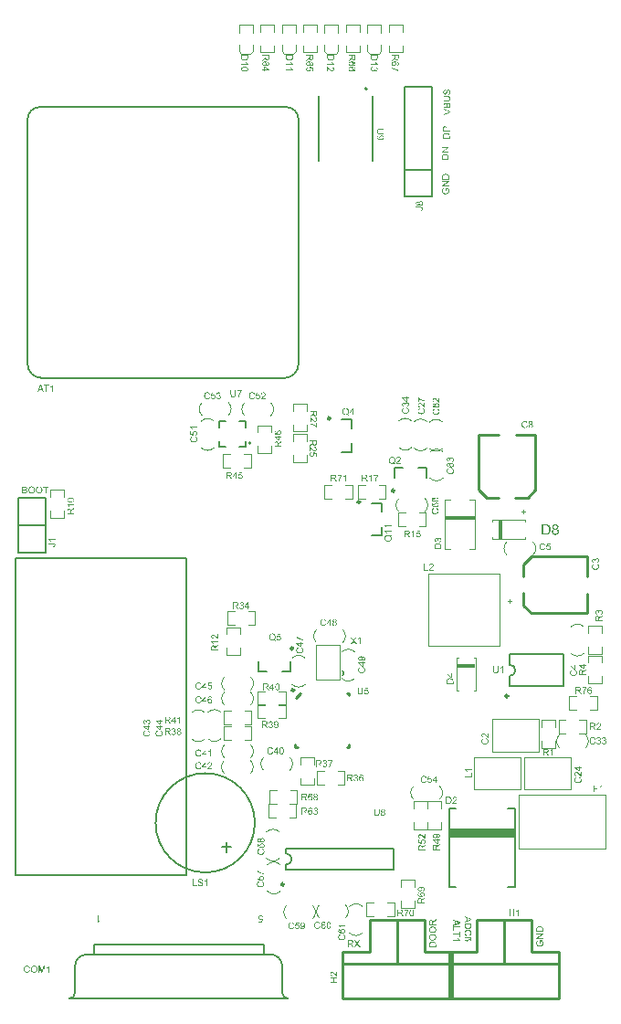
<source format=gto>
G04*
G04 #@! TF.GenerationSoftware,Altium Limited,Altium Designer,21.0.8 (223)*
G04*
G04 Layer_Color=65535*
%FSTAX24Y24*%
%MOIN*%
G70*
G04*
G04 #@! TF.SameCoordinates,D94166DE-144D-4B7D-845D-6ED18FE10B1D*
G04*
G04*
G04 #@! TF.FilePolarity,Positive*
G04*
G01*
G75*
%ADD10C,0.0039*%
%ADD11C,0.0098*%
%ADD12C,0.0079*%
%ADD13C,0.0070*%
%ADD14C,0.0070*%
%ADD15C,0.0100*%
%ADD16C,0.0050*%
%ADD17R,0.0180X0.0690*%
%ADD18R,0.1100X0.0140*%
%ADD19R,0.2420X0.0330*%
%ADD20R,0.0397X0.0040*%
%ADD21R,0.0690X0.0180*%
G36*
X076029Y060927D02*
X076031Y060927D01*
X076034Y060926D01*
X076038Y060926D01*
X076042Y060925D01*
X07605Y060922D01*
X076055Y060921D01*
X076059Y060919D01*
X076064Y060916D01*
X076069Y060914D01*
X076073Y06091D01*
X076077Y060907D01*
X076078Y060906D01*
X076078Y060905D01*
X076079Y060904D01*
X076081Y060903D01*
X076082Y0609D01*
X076084Y060897D01*
X076086Y060894D01*
X076088Y06089D01*
X07609Y060885D01*
X076093Y06088D01*
X076094Y060874D01*
X076096Y060867D01*
X076097Y06086D01*
X076098Y060852D01*
X076099Y060843D01*
X0761Y060833D01*
Y060769D01*
X076202D01*
Y060735D01*
X07595D01*
Y060839D01*
X07595Y060844D01*
X075951Y06085D01*
X075951Y060857D01*
X075952Y060863D01*
X075952Y060868D01*
Y060869D01*
X075953Y060872D01*
X075954Y060875D01*
X075955Y060879D01*
X075957Y060884D01*
X075959Y060889D01*
X075962Y060895D01*
X075964Y060899D01*
X075965Y0609D01*
X075966Y060901D01*
X075968Y060904D01*
X075971Y060907D01*
X075974Y06091D01*
X075978Y060913D01*
X075983Y060917D01*
X075988Y06092D01*
X075989Y06092D01*
X075991Y060921D01*
X075994Y060922D01*
X075999Y060924D01*
X076004Y060925D01*
X07601Y060926D01*
X076016Y060927D01*
X076023Y060927D01*
X076023D01*
X076025D01*
X076026D01*
X076029Y060927D01*
D02*
G37*
G36*
X076082Y060689D02*
X076085D01*
X076092Y060689D01*
X0761Y060687D01*
X076108Y060686D01*
X076117Y060685D01*
X076126Y060682D01*
X076126D01*
X076127Y060682D01*
X076128Y060682D01*
X076129Y060681D01*
X076133Y06068D01*
X076138Y060678D01*
X076144Y060675D01*
X07615Y060673D01*
X076156Y060669D01*
X076162Y060665D01*
X076163Y060665D01*
X076165Y060663D01*
X076167Y060661D01*
X07617Y060658D01*
X076174Y060655D01*
X076178Y060651D01*
X076182Y060647D01*
X076185Y060642D01*
X076185Y060642D01*
X076186Y06064D01*
X076188Y060638D01*
X07619Y060634D01*
X076192Y06063D01*
X076194Y060624D01*
X076196Y060619D01*
X076198Y060612D01*
Y060611D01*
X076198Y06061D01*
X076199Y060609D01*
X076199Y060606D01*
X0762Y0606D01*
X0762Y060595D01*
X076201Y060588D01*
X076201Y06058D01*
X076202Y060572D01*
Y060481D01*
X07595D01*
Y060578D01*
X07595Y060584D01*
X075951Y060592D01*
X075951Y060599D01*
X075952Y060606D01*
X075954Y060612D01*
Y060613D01*
X075954Y060614D01*
Y060615D01*
X075955Y060616D01*
X075956Y06062D01*
X075958Y060625D01*
X07596Y060631D01*
X075963Y060637D01*
X075967Y060643D01*
X075972Y060649D01*
X075972Y06065D01*
X075972Y06065D01*
X075974Y060651D01*
X075975Y060653D01*
X075978Y060656D01*
X075983Y060661D01*
X07599Y060665D01*
X075997Y06067D01*
X076005Y060675D01*
X076015Y060679D01*
X076015D01*
X076016Y060679D01*
X076017Y06068D01*
X076019Y060681D01*
X076022Y060682D01*
X076025Y060682D01*
X076028Y060683D01*
X076032Y060684D01*
X076036Y060685D01*
X076041Y060686D01*
X076051Y060688D01*
X076062Y060689D01*
X076075Y060689D01*
X076075D01*
X076076D01*
X076078D01*
X076079D01*
X076082Y060689D01*
D02*
G37*
G36*
X076156Y062275D02*
X076161Y062274D01*
X076167Y062273D01*
X076173Y062271D01*
X07618Y062268D01*
X076187Y062264D01*
X076187D01*
X076187Y062264D01*
X07619Y062262D01*
X076193Y062259D01*
X076197Y062256D01*
X076201Y062251D01*
X076206Y062245D01*
X07621Y062238D01*
X076214Y062231D01*
Y06223D01*
X076214Y06223D01*
X076215Y062229D01*
X076216Y062227D01*
X076216Y062225D01*
X076217Y062222D01*
X076219Y062217D01*
X076221Y06221D01*
X076222Y062201D01*
X076224Y062192D01*
X076224Y062182D01*
Y062177D01*
X076224Y062174D01*
Y06217D01*
X076223Y062167D01*
X076223Y062162D01*
X076221Y062153D01*
X07622Y062144D01*
X076217Y062134D01*
X076214Y062125D01*
Y062125D01*
X076214Y062124D01*
X076213Y062123D01*
X076212Y062122D01*
X07621Y062117D01*
X076207Y062112D01*
X076202Y062106D01*
X076197Y0621D01*
X076191Y062094D01*
X076184Y062089D01*
X076184D01*
X076183Y062088D01*
X076182Y062088D01*
X076181Y062087D01*
X076179Y062086D01*
X076177Y062085D01*
X076171Y062082D01*
X076164Y06208D01*
X076157Y062078D01*
X076148Y062076D01*
X076139Y062075D01*
X076136Y062107D01*
X076136D01*
X076137D01*
X076138Y062107D01*
X076139D01*
X076142Y062108D01*
X076147Y062109D01*
X076152Y06211D01*
X076157Y062112D01*
X076162Y062114D01*
X076167Y062117D01*
X076167Y062117D01*
X076169Y062118D01*
X076171Y06212D01*
X076174Y062123D01*
X076177Y062127D01*
X076181Y062131D01*
X076184Y062136D01*
X076187Y062142D01*
Y062142D01*
X076187Y062143D01*
X076187Y062144D01*
X076188Y062145D01*
X076189Y062149D01*
X07619Y062153D01*
X076192Y062159D01*
X076193Y062166D01*
X076194Y062173D01*
X076194Y062181D01*
Y062184D01*
X076194Y062188D01*
X076193Y062192D01*
X076193Y062197D01*
X076192Y062203D01*
X07619Y062209D01*
X076189Y062214D01*
X076188Y062215D01*
X076187Y062217D01*
X076186Y06222D01*
X076185Y062223D01*
X076182Y062226D01*
X076179Y06223D01*
X076177Y062233D01*
X076173Y062236D01*
X076173Y062237D01*
X076171Y062237D01*
X076169Y062238D01*
X076166Y06224D01*
X076163Y062241D01*
X07616Y062242D01*
X076156Y062243D01*
X076151Y062244D01*
X076151D01*
X076149D01*
X076147Y062243D01*
X076144Y062243D01*
X076141Y062242D01*
X076138Y062241D01*
X076134Y062239D01*
X076131Y062236D01*
X07613Y062236D01*
X076129Y062235D01*
X076128Y062233D01*
X076126Y062231D01*
X076123Y062228D01*
X076121Y062224D01*
X076118Y062219D01*
X076116Y062214D01*
X076116Y062213D01*
X076115Y062212D01*
X076114Y062209D01*
X076114Y062207D01*
X076113Y062204D01*
X076112Y062202D01*
X076111Y062198D01*
X07611Y062195D01*
X076109Y06219D01*
X076108Y062186D01*
X076107Y062181D01*
X076105Y062175D01*
X076104Y062169D01*
Y062169D01*
X076103Y062167D01*
X076103Y062166D01*
X076102Y062163D01*
X076102Y062161D01*
X076101Y062157D01*
X076099Y06215D01*
X076096Y062142D01*
X076094Y062134D01*
X076091Y062126D01*
X07609Y062123D01*
X076088Y06212D01*
Y06212D01*
X076088Y062119D01*
X076086Y062117D01*
X076084Y062114D01*
X076082Y06211D01*
X076078Y062106D01*
X076074Y062102D01*
X07607Y062097D01*
X076064Y062094D01*
X076064Y062093D01*
X076062Y062092D01*
X076059Y062091D01*
X076055Y062089D01*
X076051Y062088D01*
X076045Y062086D01*
X076039Y062085D01*
X076033Y062085D01*
X076033D01*
X076032D01*
X076031D01*
X07603D01*
X076026Y062086D01*
X076021Y062086D01*
X076016Y062087D01*
X07601Y062089D01*
X076004Y062092D01*
X075997Y062095D01*
X075997D01*
X075997Y062096D01*
X075995Y062098D01*
X075992Y0621D01*
X075988Y062103D01*
X075984Y062108D01*
X07598Y062113D01*
X075976Y06212D01*
X075972Y062127D01*
Y062127D01*
X075972Y062128D01*
X075971Y062129D01*
X075971Y062131D01*
X07597Y062133D01*
X075969Y062135D01*
X075968Y062141D01*
X075966Y062147D01*
X075965Y062155D01*
X075964Y062164D01*
X075963Y062173D01*
Y062178D01*
X075964Y062181D01*
Y062183D01*
X075964Y06219D01*
X075965Y062198D01*
X075967Y062206D01*
X075969Y062214D01*
X075972Y062222D01*
Y062223D01*
X075973Y062224D01*
X075973Y062225D01*
X075974Y062226D01*
X075976Y06223D01*
X075979Y062234D01*
X075983Y06224D01*
X075988Y062245D01*
X075993Y06225D01*
X075999Y062255D01*
X076D01*
X076Y062256D01*
X076001Y062256D01*
X076002Y062257D01*
X076006Y062259D01*
X076011Y062261D01*
X076016Y062264D01*
X076023Y062265D01*
X076031Y062267D01*
X076039Y062268D01*
X076041Y062236D01*
X076041D01*
X07604D01*
X076039Y062236D01*
X076037Y062235D01*
X076033Y062234D01*
X076028Y062233D01*
X076022Y06223D01*
X076016Y062227D01*
X076011Y062223D01*
X076005Y062218D01*
X076005Y062217D01*
X076004Y062216D01*
X076001Y062212D01*
X075999Y062207D01*
X075997Y062201D01*
X075995Y062194D01*
X075993Y062185D01*
X075993Y062174D01*
Y062169D01*
X075993Y062167D01*
X075994Y062164D01*
X075995Y062158D01*
X075996Y06215D01*
X075998Y062143D01*
X076001Y062136D01*
X076003Y062133D01*
X076004Y06213D01*
X076005Y06213D01*
X076006Y062128D01*
X076009Y062126D01*
X076012Y062124D01*
X076016Y062121D01*
X07602Y062119D01*
X076025Y062118D01*
X076031Y062117D01*
X076032D01*
X076033D01*
X076036Y062117D01*
X076039Y062118D01*
X076042Y062119D01*
X076046Y062121D01*
X07605Y062123D01*
X076053Y062126D01*
X076054Y062127D01*
X076055Y062129D01*
X076056Y06213D01*
X076056Y062131D01*
X076058Y062134D01*
X076059Y062136D01*
X07606Y062139D01*
X076062Y062143D01*
X076063Y062147D01*
X076065Y062152D01*
X076066Y062157D01*
X076068Y062163D01*
X07607Y062169D01*
X076071Y062177D01*
Y062177D01*
X076072Y062178D01*
X076072Y062181D01*
X076073Y062183D01*
X076074Y062186D01*
X076075Y06219D01*
X076076Y062194D01*
X076077Y062199D01*
X076079Y062208D01*
X076082Y062217D01*
X076083Y062222D01*
X076085Y062226D01*
X076086Y062229D01*
X076087Y062232D01*
Y062233D01*
X076088Y062233D01*
X076088Y062234D01*
X076089Y062236D01*
X076091Y06224D01*
X076094Y062245D01*
X076098Y06225D01*
X076103Y062256D01*
X076108Y062261D01*
X076113Y062265D01*
X076114Y062265D01*
X076116Y062267D01*
X076119Y062268D01*
X076123Y06227D01*
X076129Y062272D01*
X076135Y062274D01*
X076142Y062275D01*
X076149Y062276D01*
X076149D01*
X07615D01*
X076151D01*
X076152D01*
X076156Y062275D01*
D02*
G37*
G36*
X076123Y062031D02*
X076126D01*
X076131Y06203D01*
X076135Y06203D01*
X076145Y062029D01*
X076155Y062027D01*
X076165Y062025D01*
X07617Y062024D01*
X076174Y062022D01*
X076174D01*
X076175Y062022D01*
X076176Y062021D01*
X076178Y06202D01*
X076182Y062018D01*
X076187Y062015D01*
X076193Y062011D01*
X076198Y062005D01*
X076205Y061999D01*
X07621Y061991D01*
Y061991D01*
X076211Y06199D01*
X076211Y061989D01*
X076212Y061987D01*
X076213Y061985D01*
X076214Y061982D01*
X076216Y061979D01*
X076217Y061975D01*
X076218Y061971D01*
X07622Y061967D01*
X076221Y061962D01*
X076222Y061957D01*
X076222Y061951D01*
X076223Y061945D01*
X076224Y061932D01*
Y061929D01*
X076224Y061927D01*
Y061924D01*
X076223Y06192D01*
X076223Y061916D01*
X076222Y061912D01*
X076221Y061903D01*
X076219Y061893D01*
X076216Y061884D01*
X076212Y061874D01*
Y061874D01*
X076211Y061873D01*
X07621Y061872D01*
X07621Y061871D01*
X076207Y061867D01*
X076203Y061862D01*
X076198Y061857D01*
X076192Y061852D01*
X076185Y061846D01*
X076177Y061842D01*
X076176D01*
X076175Y061842D01*
X076174Y061842D01*
X076172Y061841D01*
X07617Y06184D01*
X076167Y06184D01*
X076164Y061838D01*
X07616Y061838D01*
X076155Y061837D01*
X076151Y061836D01*
X076146Y061835D01*
X07614Y061834D01*
X076134Y061834D01*
X076127Y061833D01*
X07612Y061833D01*
X076113D01*
X075968D01*
Y061866D01*
X076113D01*
X076114D01*
X076115D01*
X076116D01*
X076119D01*
X076121Y061867D01*
X076125D01*
X076131Y061867D01*
X076139Y061868D01*
X076147Y061869D01*
X076155Y06187D01*
X076158Y061871D01*
X076162Y061872D01*
X076162Y061873D01*
X076164Y061873D01*
X076167Y061875D01*
X07617Y061877D01*
X076174Y06188D01*
X076178Y061884D01*
X076182Y061888D01*
X076185Y061893D01*
X076186Y061894D01*
X076187Y061896D01*
X076188Y061899D01*
X076189Y061903D01*
X076191Y061908D01*
X076192Y061915D01*
X076193Y061922D01*
X076194Y061929D01*
Y061933D01*
X076193Y061935D01*
Y061939D01*
X076193Y061942D01*
X076191Y06195D01*
X07619Y061959D01*
X076187Y061967D01*
X076183Y061975D01*
X07618Y061979D01*
X076177Y061982D01*
X076177Y061982D01*
X076177Y061983D01*
X076175Y061983D01*
X076174Y061984D01*
X076172Y061985D01*
X07617Y061987D01*
X076166Y061988D01*
X076163Y06199D01*
X076159Y061991D01*
X076154Y061992D01*
X076149Y061994D01*
X076143Y061995D01*
X076137Y061996D01*
X07613Y061997D01*
X076122Y061997D01*
X076113D01*
X075968D01*
Y062031D01*
X076113D01*
X076114D01*
X076115D01*
X076117D01*
X076119D01*
X076123Y062031D01*
D02*
G37*
G36*
X076153Y061786D02*
X076157Y061786D01*
X076162Y061785D01*
X076168Y061783D01*
X076174Y061782D01*
X076179Y061779D01*
X07618Y061779D01*
X076182Y061778D01*
X076185Y061776D01*
X076188Y061774D01*
X076192Y061771D01*
X076196Y061768D01*
X0762Y061765D01*
X076203Y061761D01*
X076203Y06176D01*
X076205Y061759D01*
X076206Y061756D01*
X076207Y061753D01*
X07621Y061749D01*
X076212Y061744D01*
X076214Y061739D01*
X076216Y061733D01*
Y061732D01*
X076216Y06173D01*
X076217Y061726D01*
X076217Y061722D01*
X076218Y061716D01*
X076219Y061709D01*
X076219Y061701D01*
X07622Y061692D01*
Y061596D01*
X075968D01*
Y061695D01*
X075968Y061698D01*
Y061701D01*
X075969Y061707D01*
X075969Y061715D01*
X075971Y061722D01*
X075973Y06173D01*
X075975Y061737D01*
Y061737D01*
X075976Y061738D01*
X075977Y06174D01*
X075979Y061743D01*
X075981Y061747D01*
X075984Y061751D01*
X075988Y061756D01*
X075993Y06176D01*
X075999Y061764D01*
X076Y061765D01*
X076002Y061766D01*
X076005Y061767D01*
X076009Y061769D01*
X076014Y061771D01*
X07602Y061773D01*
X076026Y061774D01*
X076032Y061774D01*
X076033D01*
X076035D01*
X076038Y061774D01*
X076042Y061773D01*
X076047Y061772D01*
X076052Y06177D01*
X076057Y061768D01*
X076062Y061765D01*
X076063Y061765D01*
X076064Y061764D01*
X076067Y061762D01*
X07607Y061759D01*
X076074Y061755D01*
X076078Y061751D01*
X076082Y061745D01*
X076085Y061739D01*
Y061739D01*
X076086Y06174D01*
X076086Y061741D01*
X076087Y061743D01*
X076088Y061747D01*
X076091Y061752D01*
X076094Y061758D01*
X076098Y061764D01*
X076103Y061769D01*
X076108Y061774D01*
X076109Y061775D01*
X076111Y061776D01*
X076115Y061778D01*
X076119Y061781D01*
X076125Y061783D01*
X076131Y061785D01*
X076138Y061786D01*
X076146Y061787D01*
X076147D01*
X076147D01*
X076149D01*
X076153Y061786D01*
D02*
G37*
G36*
X07622Y061469D02*
Y061434D01*
X075968Y061337D01*
Y061373D01*
X076151Y061439D01*
X076151D01*
X076152Y061439D01*
X076153Y061439D01*
X076154Y06144D01*
X076157Y061441D01*
X076159Y061441D01*
X076164Y061443D01*
X07617Y061445D01*
X076177Y061447D01*
X076192Y061452D01*
X076191D01*
X076191Y061452D01*
X07619Y061453D01*
X076188Y061453D01*
X076184Y061454D01*
X076179Y061456D01*
X076173Y061458D01*
X076166Y06146D01*
X076158Y061462D01*
X076151Y061465D01*
X075968Y061534D01*
Y061568D01*
X07622Y061469D01*
D02*
G37*
G36*
X076054Y059194D02*
X076057D01*
X076064Y059194D01*
X076072Y059193D01*
X076081Y059192D01*
X076089Y05919D01*
X076098Y059188D01*
X076099D01*
X076099Y059187D01*
X0761Y059187D01*
X076102Y059187D01*
X076106Y059185D01*
X076111Y059183D01*
X076117Y059181D01*
X076123Y059178D01*
X076129Y059174D01*
X076135Y059171D01*
X076135Y05917D01*
X076137Y059169D01*
X07614Y059167D01*
X076143Y059164D01*
X076147Y05916D01*
X07615Y059156D01*
X076154Y059152D01*
X076157Y059148D01*
X076158Y059147D01*
X076159Y059146D01*
X07616Y059143D01*
X076162Y059139D01*
X076164Y059135D01*
X076166Y05913D01*
X076168Y059124D01*
X07617Y059118D01*
Y059117D01*
X076171Y059116D01*
X076171Y059115D01*
X076171Y059111D01*
X076172Y059106D01*
X076173Y0591D01*
X076174Y059093D01*
X076174Y059085D01*
X076174Y059077D01*
Y058986D01*
X075922D01*
Y059083D01*
X075923Y05909D01*
X075923Y059097D01*
X075924Y059104D01*
X075925Y059112D01*
X075926Y059118D01*
Y059118D01*
X075926Y059119D01*
Y05912D01*
X075927Y059122D01*
X075928Y059126D01*
X07593Y059131D01*
X075933Y059136D01*
X075936Y059143D01*
X075939Y059149D01*
X075944Y059155D01*
X075945Y059155D01*
X075945Y059155D01*
X075946Y059156D01*
X075947Y059158D01*
X075951Y059162D01*
X075956Y059166D01*
X075962Y059171D01*
X075969Y059176D01*
X075978Y05918D01*
X075987Y059184D01*
X075988D01*
X075988Y059185D01*
X07599Y059186D01*
X075992Y059186D01*
X075994Y059187D01*
X075997Y059188D01*
X076001Y059188D01*
X076005Y05919D01*
X076009Y059191D01*
X076013Y059191D01*
X076024Y059193D01*
X076035Y059194D01*
X076047Y059195D01*
X076048D01*
X076048D01*
X07605D01*
X076052D01*
X076054Y059194D01*
D02*
G37*
G36*
X076174Y058896D02*
X075977Y058764D01*
X076174D01*
Y058732D01*
X075922D01*
Y058766D01*
X07612Y058898D01*
X075922D01*
Y05893D01*
X076174D01*
Y058896D01*
D02*
G37*
G36*
X07614Y058683D02*
X07614Y058682D01*
X076141Y058681D01*
X076143Y058679D01*
X076144Y058677D01*
X076146Y058674D01*
X076148Y058671D01*
X07615Y058668D01*
X076155Y05866D01*
X07616Y058651D01*
X076165Y058642D01*
X076169Y058632D01*
Y058632D01*
X076169Y058631D01*
X07617Y05863D01*
X07617Y058628D01*
X076171Y058625D01*
X076172Y058622D01*
X076173Y058619D01*
X076174Y058616D01*
X076175Y058608D01*
X076177Y058599D01*
X076178Y058589D01*
X076179Y058579D01*
Y058575D01*
X076178Y058573D01*
Y058569D01*
X076178Y058565D01*
X076177Y058561D01*
X076177Y058556D01*
X076175Y058546D01*
X076172Y058534D01*
X076168Y058523D01*
X076166Y058517D01*
X076163Y058511D01*
X076163Y058511D01*
X076162Y05851D01*
X076161Y058508D01*
X07616Y058506D01*
X076158Y058503D01*
X076156Y058501D01*
X076151Y058494D01*
X076145Y058487D01*
X076137Y058479D01*
X076128Y058472D01*
X076117Y058465D01*
X076117D01*
X076116Y058464D01*
X076114Y058464D01*
X076112Y058463D01*
X076109Y058462D01*
X076105Y05846D01*
X076102Y058459D01*
X076097Y058458D01*
X076093Y058456D01*
X076087Y058455D01*
X076082Y058454D01*
X076076Y058452D01*
X076063Y058451D01*
X07605Y05845D01*
X076049D01*
X076048D01*
X076046D01*
X076044Y05845D01*
X07604D01*
X076036Y058451D01*
X076032Y058451D01*
X076028Y058452D01*
X076022Y058453D01*
X076017Y058454D01*
X076005Y058456D01*
X075993Y05846D01*
X075981Y058465D01*
X075981Y058466D01*
X07598Y058466D01*
X075978Y058467D01*
X075976Y058468D01*
X075973Y05847D01*
X07597Y058471D01*
X075963Y058477D01*
X075955Y058483D01*
X075948Y05849D01*
X07594Y058499D01*
X075937Y058504D01*
X075934Y058509D01*
X075933Y05851D01*
X075933Y058511D01*
X075932Y058512D01*
X075931Y058514D01*
X07593Y058517D01*
X075929Y058521D01*
X075927Y058524D01*
X075926Y058529D01*
X075924Y058533D01*
X075923Y058538D01*
X075922Y058544D01*
X075921Y05855D01*
X075919Y058562D01*
X075918Y058569D01*
Y058581D01*
X075918Y058583D01*
Y058586D01*
X075919Y058593D01*
X07592Y0586D01*
X075922Y058608D01*
X075924Y058617D01*
X075927Y058625D01*
Y058626D01*
X075927Y058626D01*
X075928Y058628D01*
X075929Y058629D01*
X075931Y058633D01*
X075933Y058638D01*
X075937Y058644D01*
X075941Y058649D01*
X075946Y058655D01*
X075952Y05866D01*
X075953Y058661D01*
X075955Y058662D01*
X075958Y058664D01*
X075963Y058667D01*
X075969Y05867D01*
X075976Y058673D01*
X075984Y058677D01*
X075993Y058679D01*
X076001Y058649D01*
X076001D01*
X076Y058649D01*
X075999Y058648D01*
X075998Y058648D01*
X075994Y058647D01*
X07599Y058645D01*
X075985Y058643D01*
X07598Y058641D01*
X075975Y058638D01*
X075971Y058635D01*
X07597Y058634D01*
X075969Y058633D01*
X075967Y058631D01*
X075965Y058629D01*
X075962Y058625D01*
X075959Y058621D01*
X075956Y058616D01*
X075953Y058611D01*
X075953Y05861D01*
X075952Y058608D01*
X075951Y058605D01*
X07595Y058601D01*
X075949Y058596D01*
X075947Y05859D01*
X075947Y058583D01*
X075946Y058576D01*
Y058572D01*
X075947Y05857D01*
Y058568D01*
X075947Y058563D01*
X075948Y058557D01*
X075949Y05855D01*
X075951Y058543D01*
X075954Y058537D01*
X075954Y058536D01*
X075955Y058534D01*
X075957Y058531D01*
X075958Y058527D01*
X075961Y058523D01*
X075964Y058518D01*
X075968Y058514D01*
X075972Y05851D01*
X075972Y058509D01*
X075974Y058508D01*
X075976Y058506D01*
X075979Y058504D01*
X075983Y058501D01*
X075987Y058499D01*
X075992Y058496D01*
X075997Y058494D01*
X075997D01*
X075998Y058493D01*
X075999Y058493D01*
X076001Y058492D01*
X076003Y058491D01*
X076006Y058491D01*
X076009Y05849D01*
X076012Y058489D01*
X07602Y058487D01*
X076028Y058486D01*
X076037Y058485D01*
X076048Y058484D01*
X076048D01*
X076049D01*
X076051D01*
X076053Y058485D01*
X076056D01*
X07606Y058485D01*
X076063Y058485D01*
X076067Y058486D01*
X076076Y058487D01*
X076086Y058489D01*
X076095Y058492D01*
X076104Y058495D01*
X076105D01*
X076105Y058496D01*
X076107Y058497D01*
X076108Y058498D01*
X076112Y0585D01*
X076117Y058504D01*
X076123Y058509D01*
X076128Y058515D01*
X076133Y058522D01*
X076138Y058529D01*
Y05853D01*
X076138Y05853D01*
X076139Y058531D01*
X07614Y058533D01*
X07614Y058535D01*
X076141Y058538D01*
X076143Y058543D01*
X076145Y058551D01*
X076147Y058559D01*
X076148Y058568D01*
X076149Y058577D01*
Y05858D01*
X076148Y058582D01*
Y058585D01*
X076148Y05859D01*
X076147Y058597D01*
X076145Y058604D01*
X076143Y058611D01*
X076141Y058619D01*
Y058619D01*
X07614Y05862D01*
X07614Y058621D01*
X076139Y058622D01*
X076137Y058626D01*
X076135Y05863D01*
X076133Y058636D01*
X07613Y058641D01*
X076127Y058646D01*
X076123Y058651D01*
X076076D01*
Y058576D01*
X076046D01*
Y058683D01*
X076139D01*
X07614Y058683D01*
D02*
G37*
G36*
X076157Y06013D02*
X075959Y059998D01*
X076157D01*
Y059966D01*
X075905D01*
Y06D01*
X076103Y060132D01*
X075905D01*
Y060164D01*
X076157D01*
Y06013D01*
D02*
G37*
G36*
X076037Y05992D02*
X07604D01*
X076047Y05992D01*
X076055Y059919D01*
X076063Y059918D01*
X076072Y059916D01*
X07608Y059914D01*
X076081D01*
X076082Y059913D01*
X076083Y059913D01*
X076084Y059913D01*
X076088Y059911D01*
X076093Y059909D01*
X076099Y059907D01*
X076105Y059904D01*
X076111Y0599D01*
X076117Y059897D01*
X076118Y059896D01*
X076119Y059895D01*
X076122Y059893D01*
X076125Y05989D01*
X076129Y059886D01*
X076132Y059882D01*
X076136Y059878D01*
X07614Y059874D01*
X07614Y059873D01*
X076141Y059871D01*
X076143Y059869D01*
X076144Y059865D01*
X076147Y059861D01*
X076149Y059856D01*
X076151Y05985D01*
X076153Y059843D01*
Y059843D01*
X076153Y059842D01*
X076153Y059841D01*
X076154Y059837D01*
X076154Y059832D01*
X076155Y059826D01*
X076156Y059819D01*
X076156Y059811D01*
X076157Y059803D01*
Y059712D01*
X075905D01*
Y059809D01*
X075905Y059816D01*
X075905Y059823D01*
X075906Y05983D01*
X075907Y059838D01*
X075908Y059844D01*
Y059844D01*
X075909Y059845D01*
Y059846D01*
X075909Y059847D01*
X07591Y059851D01*
X075912Y059857D01*
X075915Y059862D01*
X075918Y059869D01*
X075922Y059875D01*
X075926Y059881D01*
X075927Y059881D01*
X075927Y059881D01*
X075928Y059882D01*
X075929Y059884D01*
X075933Y059887D01*
X075938Y059892D01*
X075944Y059897D01*
X075952Y059902D01*
X07596Y059906D01*
X075969Y05991D01*
X07597D01*
X075971Y059911D01*
X075972Y059912D01*
X075974Y059912D01*
X075977Y059913D01*
X07598Y059914D01*
X075983Y059914D01*
X075987Y059916D01*
X075991Y059917D01*
X075996Y059917D01*
X076006Y059919D01*
X076017Y05992D01*
X076029Y059921D01*
X07603D01*
X076031D01*
X076032D01*
X076034D01*
X076037Y05992D01*
D02*
G37*
G36*
X061558Y047756D02*
X061475D01*
Y047534D01*
X061441D01*
Y047756D01*
X061358D01*
Y047786D01*
X061558D01*
Y047756D01*
D02*
G37*
G36*
X060695Y047785D02*
X060698D01*
X060705Y047785D01*
X060712Y047784D01*
X060719Y047783D01*
X060727Y047781D01*
X060734Y047778D01*
X060734D01*
X060735Y047778D01*
X060737Y047777D01*
X06074Y047775D01*
X060744Y047772D01*
X060748Y047769D01*
X060753Y047765D01*
X060757Y04776D01*
X060761Y047755D01*
X060762Y047754D01*
X060763Y047752D01*
X060765Y047749D01*
X060766Y047744D01*
X060768Y047739D01*
X06077Y047734D01*
X060771Y047728D01*
X060772Y047721D01*
Y047721D01*
Y047719D01*
X060771Y047716D01*
X06077Y047712D01*
X060769Y047707D01*
X060768Y047702D01*
X060765Y047697D01*
X060762Y047691D01*
X060762Y04769D01*
X060761Y047689D01*
X060759Y047686D01*
X060756Y047683D01*
X060752Y04768D01*
X060748Y047676D01*
X060742Y047672D01*
X060736Y047668D01*
X060737D01*
X060737Y047668D01*
X060738Y047668D01*
X06074Y047667D01*
X060744Y047665D01*
X060749Y047663D01*
X060755Y04766D01*
X060761Y047655D01*
X060766Y047651D01*
X060772Y047645D01*
X060772Y047644D01*
X060773Y047642D01*
X060776Y047639D01*
X060778Y047634D01*
X06078Y047629D01*
X060782Y047622D01*
X060784Y047615D01*
X060784Y047607D01*
Y047607D01*
Y047606D01*
Y047604D01*
X060784Y047601D01*
X060783Y047596D01*
X060782Y047591D01*
X060781Y047586D01*
X060779Y04758D01*
X060776Y047574D01*
X060776Y047573D01*
X060775Y047571D01*
X060773Y047569D01*
X060771Y047565D01*
X060768Y047562D01*
X060765Y047558D01*
X060762Y047554D01*
X060758Y04755D01*
X060757Y04755D01*
X060756Y047549D01*
X060753Y047547D01*
X06075Y047546D01*
X060746Y047544D01*
X060741Y047542D01*
X060736Y04754D01*
X06073Y047538D01*
X060729D01*
X060727Y047537D01*
X060724Y047537D01*
X060719Y047536D01*
X060713Y047535D01*
X060706Y047535D01*
X060698Y047534D01*
X06069Y047534D01*
X060594D01*
Y047786D01*
X060693D01*
X060695Y047785D01*
D02*
G37*
G36*
X06122Y04779D02*
X061223D01*
X061226Y047789D01*
X061231Y047789D01*
X061235Y047788D01*
X061244Y047786D01*
X061255Y047783D01*
X061266Y047779D01*
X061271Y047776D01*
X061277Y047773D01*
X061277Y047773D01*
X061278Y047773D01*
X061279Y047772D01*
X061282Y047771D01*
X061284Y047769D01*
X061287Y047767D01*
X061293Y047761D01*
X061299Y047755D01*
X061307Y047747D01*
X061314Y047737D01*
X061319Y047727D01*
Y047726D01*
X06132Y047725D01*
X061321Y047724D01*
X061322Y047722D01*
X061323Y047719D01*
X061324Y047716D01*
X061326Y047712D01*
X061327Y047707D01*
X061328Y047702D01*
X06133Y047697D01*
X061331Y047692D01*
X061332Y047686D01*
X061334Y047673D01*
X061334Y047659D01*
Y047659D01*
Y047657D01*
Y047655D01*
X061334Y047653D01*
Y047649D01*
X061334Y047645D01*
X061333Y047641D01*
X061332Y047636D01*
X061331Y047626D01*
X061328Y047614D01*
X061324Y047602D01*
X061322Y047597D01*
X061319Y047591D01*
Y04759D01*
X061318Y047589D01*
X061317Y047588D01*
X061316Y047586D01*
X061314Y047583D01*
X061312Y047581D01*
X061307Y047574D01*
X061301Y047566D01*
X061294Y047559D01*
X061285Y047551D01*
X061275Y047545D01*
X061275D01*
X061274Y047544D01*
X061272Y047543D01*
X06127Y047542D01*
X061267Y047541D01*
X061264Y04754D01*
X061261Y047539D01*
X061257Y047537D01*
X061252Y047536D01*
X061248Y047534D01*
X061237Y047532D01*
X061226Y04753D01*
X061214Y04753D01*
X06121D01*
X061208Y04753D01*
X061205D01*
X061201Y047531D01*
X061197Y047531D01*
X061192Y047532D01*
X061183Y047534D01*
X061172Y047537D01*
X061161Y047541D01*
X061156Y047544D01*
X06115Y047547D01*
X06115Y047547D01*
X061149Y047547D01*
X061148Y047548D01*
X061145Y04755D01*
X061143Y047551D01*
X061141Y047554D01*
X061134Y047559D01*
X061128Y047566D01*
X06112Y047574D01*
X061114Y047583D01*
X061108Y047593D01*
Y047594D01*
X061107Y047595D01*
X061106Y047596D01*
X061105Y047598D01*
X061104Y047601D01*
X061103Y047605D01*
X061102Y047608D01*
X061101Y047612D01*
X061099Y047617D01*
X061098Y047622D01*
X061096Y047633D01*
X061094Y047644D01*
X061093Y047656D01*
Y047657D01*
Y047657D01*
Y047659D01*
X061094Y047662D01*
Y047667D01*
X061094Y047672D01*
X061095Y047678D01*
X061096Y047685D01*
X061098Y047692D01*
X061099Y0477D01*
X061101Y047708D01*
X061104Y047716D01*
X061108Y047724D01*
X061111Y047732D01*
X061116Y04774D01*
X061121Y047748D01*
X061127Y047755D01*
X061127Y047755D01*
X061128Y047756D01*
X06113Y047758D01*
X061133Y04776D01*
X061136Y047763D01*
X06114Y047766D01*
X061145Y047769D01*
X06115Y047772D01*
X061156Y047776D01*
X061163Y047779D01*
X06117Y047782D01*
X061178Y047785D01*
X061186Y047787D01*
X061195Y047789D01*
X061204Y04779D01*
X061214Y04779D01*
X061217D01*
X06122Y04779D01*
D02*
G37*
G36*
X060946D02*
X060949D01*
X060952Y047789D01*
X060957Y047789D01*
X060961Y047788D01*
X060971Y047786D01*
X060982Y047783D01*
X060992Y047779D01*
X060998Y047776D01*
X061003Y047773D01*
X061003Y047773D01*
X061004Y047773D01*
X061006Y047772D01*
X061008Y047771D01*
X06101Y047769D01*
X061013Y047767D01*
X061019Y047761D01*
X061026Y047755D01*
X061033Y047747D01*
X06104Y047737D01*
X061046Y047727D01*
Y047726D01*
X061046Y047725D01*
X061047Y047724D01*
X061048Y047722D01*
X061049Y047719D01*
X06105Y047716D01*
X061052Y047712D01*
X061053Y047707D01*
X061054Y047702D01*
X061056Y047697D01*
X061057Y047692D01*
X061058Y047686D01*
X06106Y047673D01*
X061061Y047659D01*
Y047659D01*
Y047657D01*
Y047655D01*
X06106Y047653D01*
Y047649D01*
X06106Y047645D01*
X061059Y047641D01*
X061059Y047636D01*
X061057Y047626D01*
X061054Y047614D01*
X06105Y047602D01*
X061048Y047597D01*
X061045Y047591D01*
Y04759D01*
X061044Y047589D01*
X061043Y047588D01*
X061042Y047586D01*
X061041Y047583D01*
X061039Y047581D01*
X061034Y047574D01*
X061027Y047566D01*
X06102Y047559D01*
X061011Y047551D01*
X061001Y047545D01*
X061001D01*
X061Y047544D01*
X060998Y047543D01*
X060996Y047542D01*
X060994Y047541D01*
X060991Y04754D01*
X060987Y047539D01*
X060983Y047537D01*
X060979Y047536D01*
X060974Y047534D01*
X060963Y047532D01*
X060952Y04753D01*
X06094Y04753D01*
X060936D01*
X060934Y04753D01*
X060931D01*
X060927Y047531D01*
X060923Y047531D01*
X060919Y047532D01*
X060909Y047534D01*
X060898Y047537D01*
X060887Y047541D01*
X060882Y047544D01*
X060876Y047547D01*
X060876Y047547D01*
X060875Y047547D01*
X060874Y047548D01*
X060872Y04755D01*
X060869Y047551D01*
X060867Y047554D01*
X060861Y047559D01*
X060854Y047566D01*
X060847Y047574D01*
X06084Y047583D01*
X060834Y047593D01*
Y047594D01*
X060833Y047595D01*
X060832Y047596D01*
X060832Y047598D01*
X060831Y047601D01*
X060829Y047605D01*
X060828Y047608D01*
X060827Y047612D01*
X060825Y047617D01*
X060824Y047622D01*
X060822Y047633D01*
X06082Y047644D01*
X06082Y047656D01*
Y047657D01*
Y047657D01*
Y047659D01*
X06082Y047662D01*
Y047667D01*
X060821Y047672D01*
X060821Y047678D01*
X060823Y047685D01*
X060824Y047692D01*
X060825Y0477D01*
X060828Y047708D01*
X060831Y047716D01*
X060834Y047724D01*
X060837Y047732D01*
X060842Y04774D01*
X060847Y047748D01*
X060853Y047755D01*
X060853Y047755D01*
X060855Y047756D01*
X060857Y047758D01*
X060859Y04776D01*
X060863Y047763D01*
X060867Y047766D01*
X060871Y047769D01*
X060877Y047772D01*
X060883Y047776D01*
X060889Y047779D01*
X060896Y047782D01*
X060904Y047785D01*
X060912Y047787D01*
X060921Y047789D01*
X06093Y04779D01*
X06094Y04779D01*
X060943D01*
X060946Y04779D01*
D02*
G37*
G36*
X080946Y037537D02*
X081007D01*
Y037506D01*
X080946D01*
Y037397D01*
X080918D01*
X080755Y037512D01*
Y037537D01*
X080918D01*
Y037571D01*
X080946D01*
Y037537D01*
D02*
G37*
G36*
X081007Y037207D02*
X081007D01*
X081005D01*
X081003D01*
X081Y037207D01*
X080997Y037208D01*
X080993Y037208D01*
X080989Y037209D01*
X080985Y037211D01*
X080985D01*
X080985Y037211D01*
X080983Y037212D01*
X080979Y037213D01*
X080975Y037215D01*
X08097Y037218D01*
X080964Y037222D01*
X080958Y037226D01*
X080952Y037231D01*
X080952D01*
X080951Y037232D01*
X080949Y037233D01*
X080946Y037237D01*
X080941Y037241D01*
X080936Y037247D01*
X080929Y037254D01*
X080922Y037262D01*
X080914Y037271D01*
X080914Y037272D01*
X080913Y037273D01*
X080911Y037275D01*
X080909Y037278D01*
X080906Y037281D01*
X080902Y037285D01*
X080899Y037289D01*
X080895Y037294D01*
X080886Y037303D01*
X080877Y037312D01*
X080873Y037316D01*
X080869Y03732D01*
X080865Y037324D01*
X080861Y037327D01*
X08086D01*
X08086Y037328D01*
X080859Y037328D01*
X080857Y037329D01*
X080853Y037332D01*
X080849Y037335D01*
X080843Y037337D01*
X080837Y03734D01*
X08083Y037341D01*
X080823Y037342D01*
X080823D01*
X080822D01*
X08082Y037342D01*
X080817Y037341D01*
X080813Y03734D01*
X080807Y037339D01*
X080802Y037336D01*
X080797Y037333D01*
X080792Y037328D01*
X080791Y037328D01*
X08079Y037326D01*
X080788Y037323D01*
X080786Y037319D01*
X080783Y037314D01*
X080781Y037308D01*
X08078Y037302D01*
X080779Y037294D01*
Y037292D01*
X08078Y03729D01*
X08078Y037286D01*
X080781Y037281D01*
X080783Y037275D01*
X080785Y037269D01*
X080788Y037263D01*
X080793Y037258D01*
X080794Y037257D01*
X080795Y037256D01*
X080798Y037253D01*
X080803Y037251D01*
X080808Y037249D01*
X080814Y037247D01*
X080822Y037245D01*
X08083Y037244D01*
X080827Y037213D01*
X080826D01*
X080825Y037213D01*
X080823D01*
X080821Y037213D01*
X080818Y037214D01*
X080815Y037215D01*
X080811Y037216D01*
X080807Y037217D01*
X080798Y03722D01*
X080789Y037224D01*
X080785Y037227D01*
X08078Y03723D01*
X080776Y037233D01*
X080773Y037237D01*
X080772Y037237D01*
X080772Y037238D01*
X080771Y037239D01*
X08077Y037241D01*
X080768Y037243D01*
X080767Y037246D01*
X080765Y037249D01*
X080763Y037252D01*
X080762Y037256D01*
X08076Y037261D01*
X080758Y037266D01*
X080757Y037271D01*
X080756Y037276D01*
X080755Y037282D01*
X080754Y037288D01*
X080754Y037295D01*
Y037298D01*
X080754Y037301D01*
X080755Y037304D01*
X080755Y037307D01*
X080756Y037311D01*
X080756Y037315D01*
X080759Y037325D01*
X080763Y037334D01*
X080765Y037339D01*
X080767Y037344D01*
X080771Y037348D01*
X080774Y037352D01*
X080775Y037352D01*
X080775Y037353D01*
X080776Y037354D01*
X080778Y037355D01*
X08078Y037357D01*
X080782Y037359D01*
X080785Y037361D01*
X080788Y037363D01*
X080795Y037367D01*
X080804Y03737D01*
X080808Y037372D01*
X080813Y037373D01*
X080818Y037373D01*
X080824Y037374D01*
X080825D01*
X080826D01*
X080829Y037373D01*
X080833Y037373D01*
X080838Y037372D01*
X080843Y037371D01*
X080848Y037369D01*
X080854Y037367D01*
X080854Y037367D01*
X080856Y037366D01*
X080859Y037365D01*
X080863Y037362D01*
X080867Y037359D01*
X080873Y037356D01*
X080878Y037351D01*
X080885Y037346D01*
X080885Y037346D01*
X080888Y037344D01*
X080889Y037342D01*
X080891Y03734D01*
X080893Y037338D01*
X080896Y037335D01*
X080899Y037332D01*
X080902Y037328D01*
X080906Y037325D01*
X08091Y03732D01*
X080914Y037316D01*
X080919Y037311D01*
X080924Y037305D01*
X080929Y037299D01*
X080929Y037299D01*
X08093Y037298D01*
X080931Y037296D01*
X080932Y037295D01*
X080934Y037292D01*
X080937Y03729D01*
X080941Y037284D01*
X080947Y037278D01*
X080952Y037272D01*
X080957Y037267D01*
X080959Y037265D01*
X080961Y037263D01*
X080961Y037263D01*
X080962Y037262D01*
X080964Y03726D01*
X080966Y037258D01*
X080968Y037256D01*
X080971Y037254D01*
X080977Y03725D01*
Y037374D01*
X081007D01*
Y037207D01*
D02*
G37*
G36*
X080929Y037183D02*
X080931Y037182D01*
X080934Y037181D01*
X080937Y03718D01*
X080941Y037178D01*
X080946Y037176D01*
X08095Y037174D01*
X080961Y037169D01*
X080971Y037162D01*
X080976Y037158D01*
X080981Y037154D01*
X080985Y03715D01*
X08099Y037145D01*
X08099Y037145D01*
X080991Y037144D01*
X080992Y037142D01*
X080993Y03714D01*
X080995Y037137D01*
X080997Y037134D01*
X080999Y03713D01*
X081Y037126D01*
X081003Y037122D01*
X081004Y037117D01*
X081006Y037111D01*
X081008Y037105D01*
X081009Y037099D01*
X08101Y037093D01*
X081011Y037086D01*
X081011Y037078D01*
Y037074D01*
X081011Y037071D01*
Y037068D01*
X081011Y037064D01*
X08101Y03706D01*
X081009Y037055D01*
X081007Y037044D01*
X081004Y037033D01*
X081Y037022D01*
X080998Y037017D01*
X080995Y037012D01*
X080995Y037012D01*
X080994Y037011D01*
X080993Y03701D01*
X080992Y037008D01*
X08099Y037006D01*
X080988Y037003D01*
X080985Y037001D01*
X080983Y036998D01*
X080979Y036995D01*
X080976Y036991D01*
X080968Y036985D01*
X080958Y036979D01*
X080947Y036973D01*
X080946D01*
X080945Y036972D01*
X080944Y036972D01*
X080941Y036971D01*
X080938Y03697D01*
X080935Y036969D01*
X080931Y036968D01*
X080926Y036967D01*
X080922Y036966D01*
X080916Y036964D01*
X080905Y036962D01*
X080892Y036961D01*
X080879Y03696D01*
X080879D01*
X080877D01*
X080875D01*
X080873Y03696D01*
X080869D01*
X080865Y036961D01*
X080861Y036961D01*
X080856Y036962D01*
X080845Y036964D01*
X080834Y036966D01*
X080822Y03697D01*
X080811Y036975D01*
X08081Y036975D01*
X080809Y036976D01*
X080808Y036976D01*
X080806Y036978D01*
X080803Y036979D01*
X080801Y036981D01*
X080794Y036986D01*
X080787Y036992D01*
X080779Y036999D01*
X080772Y037008D01*
X080766Y037018D01*
X080766Y037018D01*
X080765Y037019D01*
X080764Y037021D01*
X080763Y037022D01*
X080762Y037025D01*
X080761Y037028D01*
X08076Y037032D01*
X080758Y037036D01*
X080757Y03704D01*
X080755Y037045D01*
X080753Y037055D01*
X080751Y037067D01*
X080751Y037079D01*
Y037082D01*
X080751Y037085D01*
X080751Y037088D01*
X080752Y037092D01*
X080752Y037096D01*
X080753Y037101D01*
X080755Y037111D01*
X080759Y037122D01*
X080761Y037127D01*
X080763Y037132D01*
X080767Y037137D01*
X08077Y037142D01*
X08077Y037143D01*
X080771Y037144D01*
X080772Y037145D01*
X080774Y037147D01*
X080775Y037149D01*
X080778Y037151D01*
X080781Y037154D01*
X080784Y037157D01*
X080787Y03716D01*
X080792Y037162D01*
X080796Y037166D01*
X080801Y037169D01*
X080806Y037171D01*
X080812Y037174D01*
X080818Y037176D01*
X080824Y037179D01*
X080832Y037146D01*
X080831D01*
X080831Y037145D01*
X080829Y037145D01*
X080827Y037144D01*
X080825Y037143D01*
X080822Y037142D01*
X080817Y037139D01*
X08081Y037136D01*
X080803Y037131D01*
X080797Y037126D01*
X080792Y03712D01*
X080791Y037119D01*
X08079Y037117D01*
X080788Y037113D01*
X080785Y037109D01*
X080783Y037102D01*
X080781Y037096D01*
X080779Y037087D01*
X080779Y037078D01*
Y037075D01*
X080779Y037073D01*
Y037071D01*
X08078Y037068D01*
X080781Y037061D01*
X080782Y037053D01*
X080785Y037045D01*
X080788Y037037D01*
X080793Y037029D01*
Y037029D01*
X080794Y037029D01*
X080796Y037026D01*
X080799Y037023D01*
X080803Y037019D01*
X080809Y037014D01*
X080815Y03701D01*
X080822Y037006D01*
X080831Y037002D01*
X080831D01*
X080832Y037002D01*
X080833Y037001D01*
X080835Y037001D01*
X080837Y037D01*
X080839Y036999D01*
X080846Y036998D01*
X080853Y036997D01*
X080861Y036995D01*
X08087Y036995D01*
X080879Y036994D01*
X080879D01*
X080881D01*
X080882D01*
X080885D01*
X080887Y036995D01*
X08089D01*
X080894Y036995D01*
X080898Y036995D01*
X080907Y036997D01*
X080916Y036998D01*
X080926Y037001D01*
X080935Y037003D01*
X080936D01*
X080936Y037004D01*
X080937Y037005D01*
X080939Y037005D01*
X080944Y037007D01*
X080949Y037011D01*
X080954Y037015D01*
X080961Y03702D01*
X080966Y037026D01*
X080971Y037033D01*
Y037033D01*
X080972Y037034D01*
X080972Y037035D01*
X080973Y037036D01*
X080974Y037038D01*
X080975Y03704D01*
X080977Y037045D01*
X080979Y037052D01*
X080981Y037059D01*
X080983Y037067D01*
X080983Y037076D01*
Y037078D01*
X080983Y03708D01*
Y037083D01*
X080982Y037085D01*
X080981Y037092D01*
X080979Y0371D01*
X080976Y037107D01*
X080972Y037115D01*
X08097Y037119D01*
X080967Y037123D01*
X080967Y037123D01*
X080966Y037124D01*
X080965Y037125D01*
X080964Y037126D01*
X080962Y037128D01*
X08096Y037129D01*
X080958Y037132D01*
X080955Y037133D01*
X080952Y037136D01*
X080948Y037138D01*
X080944Y03714D01*
X08094Y037142D01*
X080935Y037144D01*
X08093Y037146D01*
X080925Y037148D01*
X080919Y037149D01*
X080927Y037183D01*
X080928D01*
X080929Y037183D01*
D02*
G37*
G36*
X081765Y036637D02*
X081734D01*
Y036834D01*
X081734Y036833D01*
X081732Y036832D01*
X08173Y03683D01*
X081726Y036827D01*
X081722Y036824D01*
X081717Y03682D01*
X081711Y036816D01*
X081705Y036812D01*
X081705D01*
X081704Y036812D01*
X081702Y03681D01*
X081698Y036809D01*
X081694Y036806D01*
X081689Y036804D01*
X081683Y036801D01*
X081678Y036799D01*
X081672Y036797D01*
Y036826D01*
X081673D01*
X081674Y036827D01*
X081675Y036827D01*
X081677Y036829D01*
X081679Y03683D01*
X081682Y036831D01*
X081688Y036835D01*
X081695Y036839D01*
X081702Y036844D01*
X08171Y03685D01*
X081718Y036856D01*
X081718Y036856D01*
X081718Y036857D01*
X081719Y036858D01*
X081721Y036859D01*
X081724Y036862D01*
X081729Y036867D01*
X081733Y036872D01*
X081738Y036878D01*
X081742Y036884D01*
X081745Y03689D01*
X081765D01*
Y036637D01*
D02*
G37*
G36*
X081618Y036859D02*
X081481D01*
Y036781D01*
X0816D01*
Y036751D01*
X081481D01*
Y036637D01*
X081448D01*
Y036889D01*
X081618D01*
Y036859D01*
D02*
G37*
G36*
X067744Y042223D02*
X067743D01*
X067742D01*
X06774D01*
X067737Y042223D01*
X067733Y042223D01*
X06773Y042224D01*
X067726Y042225D01*
X067722Y042226D01*
X067722D01*
X067721Y042227D01*
X067719Y042227D01*
X067716Y042229D01*
X067712Y042231D01*
X067707Y042234D01*
X067701Y042238D01*
X067695Y042242D01*
X067689Y042247D01*
X067688D01*
X067688Y042247D01*
X067686Y042249D01*
X067683Y042253D01*
X067678Y042257D01*
X067672Y042263D01*
X067666Y04227D01*
X067659Y042278D01*
X067651Y042287D01*
X06765Y042288D01*
X067649Y042289D01*
X067648Y042291D01*
X067645Y042294D01*
X067642Y042297D01*
X067639Y042301D01*
X067636Y042305D01*
X067632Y04231D01*
X067623Y042319D01*
X067614Y042328D01*
X06761Y042332D01*
X067605Y042336D01*
X067601Y04234D01*
X067597Y042343D01*
X067597D01*
X067597Y042344D01*
X067596Y042344D01*
X067594Y042345D01*
X06759Y042348D01*
X067585Y04235D01*
X06758Y042353D01*
X067573Y042356D01*
X067566Y042357D01*
X06756Y042358D01*
X067559D01*
X067559D01*
X067557Y042357D01*
X067553Y042357D01*
X067549Y042356D01*
X067544Y042354D01*
X067539Y042352D01*
X067534Y042349D01*
X067529Y042344D01*
X067528Y042344D01*
X067527Y042342D01*
X067525Y042339D01*
X067522Y042335D01*
X06752Y04233D01*
X067518Y042324D01*
X067517Y042317D01*
X067516Y04231D01*
Y042308D01*
X067517Y042306D01*
X067517Y042302D01*
X067518Y042297D01*
X067519Y042291D01*
X067522Y042285D01*
X067525Y042279D01*
X06753Y042274D01*
X06753Y042273D01*
X067532Y042271D01*
X067535Y042269D01*
X067539Y042267D01*
X067545Y042265D01*
X067551Y042262D01*
X067558Y042261D01*
X067567Y04226D01*
X067563Y042229D01*
X067563D01*
X067562Y042229D01*
X06756D01*
X067558Y042229D01*
X067555Y04223D01*
X067551Y042231D01*
X067547Y042232D01*
X067543Y042233D01*
X067535Y042236D01*
X067526Y04224D01*
X067522Y042243D01*
X067517Y042246D01*
X067513Y042249D01*
X06751Y042253D01*
X067509Y042253D01*
X067509Y042254D01*
X067508Y042255D01*
X067507Y042257D01*
X067505Y042259D01*
X067504Y042262D01*
X067502Y042265D01*
X0675Y042268D01*
X067498Y042272D01*
X067497Y042277D01*
X067495Y042281D01*
X067494Y042286D01*
X067493Y042292D01*
X067491Y042298D01*
X067491Y042304D01*
X067491Y04231D01*
Y042314D01*
X067491Y042317D01*
X067491Y04232D01*
X067492Y042323D01*
X067493Y042327D01*
X067493Y042331D01*
X067496Y042341D01*
X067499Y04235D01*
X067502Y042355D01*
X067504Y04236D01*
X067507Y042364D01*
X067511Y042368D01*
X067511Y042368D01*
X067512Y042369D01*
X067513Y04237D01*
X067515Y042371D01*
X067517Y042373D01*
X067519Y042375D01*
X067522Y042377D01*
X067525Y042379D01*
X067532Y042382D01*
X067541Y042386D01*
X067545Y042388D01*
X06755Y042388D01*
X067555Y042389D01*
X067561Y042389D01*
X067561D01*
X067563D01*
X067566Y042389D01*
X06757Y042389D01*
X067574Y042388D01*
X06758Y042387D01*
X067585Y042385D01*
X06759Y042383D01*
X067591Y042382D01*
X067593Y042382D01*
X067596Y04238D01*
X0676Y042378D01*
X067604Y042375D01*
X06761Y042372D01*
X067615Y042367D01*
X067621Y042362D01*
X067622Y042361D01*
X067624Y04236D01*
X067626Y042358D01*
X067628Y042356D01*
X06763Y042354D01*
X067633Y042351D01*
X067636Y042348D01*
X067639Y042344D01*
X067643Y042341D01*
X067647Y042336D01*
X067651Y042332D01*
X067656Y042326D01*
X06766Y042321D01*
X067665Y042315D01*
X067666Y042314D01*
X067667Y042314D01*
X067668Y042312D01*
X067669Y04231D01*
X067671Y042308D01*
X067673Y042306D01*
X067678Y0423D01*
X067684Y042294D01*
X067689Y042288D01*
X067694Y042283D01*
X067696Y042281D01*
X067697Y042279D01*
X067698Y042278D01*
X067699Y042277D01*
X0677Y042276D01*
X067703Y042274D01*
X067705Y042272D01*
X067708Y04227D01*
X067714Y042266D01*
Y04239D01*
X067744D01*
Y042223D01*
D02*
G37*
G36*
Y042117D02*
X067547D01*
X067547Y042116D01*
X067549Y042115D01*
X067551Y042112D01*
X067553Y042109D01*
X067557Y042105D01*
X06756Y0421D01*
X067564Y042094D01*
X067568Y042087D01*
Y042087D01*
X067569Y042087D01*
X06757Y042084D01*
X067572Y042081D01*
X067574Y042076D01*
X067577Y042071D01*
X067579Y042066D01*
X067582Y04206D01*
X067584Y042055D01*
X067554D01*
Y042055D01*
X067553Y042056D01*
X067553Y042057D01*
X067552Y042059D01*
X067551Y042061D01*
X067549Y042064D01*
X067546Y04207D01*
X067542Y042077D01*
X067537Y042085D01*
X067531Y042092D01*
X067525Y0421D01*
X067524Y0421D01*
X067524Y042101D01*
X067523Y042102D01*
X067522Y042103D01*
X067518Y042107D01*
X067514Y042111D01*
X067509Y042115D01*
X067503Y04212D01*
X067497Y042124D01*
X067491Y042128D01*
Y042148D01*
X067744D01*
Y042117D01*
D02*
G37*
G36*
Y04197D02*
X067691Y041937D01*
X067691D01*
X06769Y041936D01*
X067689Y041936D01*
X067688Y041934D01*
X067684Y041932D01*
X067679Y041929D01*
X067673Y041925D01*
X067667Y041921D01*
X067662Y041917D01*
X067657Y041913D01*
X067656Y041913D01*
X067655Y041911D01*
X067653Y04191D01*
X06765Y041907D01*
X067645Y041902D01*
X067642Y041899D01*
X06764Y041896D01*
X06764Y041895D01*
X067639Y041895D01*
X067638Y041893D01*
X067637Y041891D01*
X067636Y041889D01*
X067635Y041886D01*
X067633Y041881D01*
Y04188D01*
X067633Y041879D01*
Y041878D01*
X067633Y041876D01*
X067632Y041874D01*
Y041871D01*
X067632Y041867D01*
Y041824D01*
X067744D01*
Y04179D01*
X067492D01*
Y041907D01*
X067492Y04191D01*
Y041913D01*
X067493Y041921D01*
X067494Y041929D01*
X067495Y041938D01*
X067497Y041946D01*
X067498Y04195D01*
X067499Y041953D01*
Y041953D01*
X067499Y041954D01*
X0675Y041956D01*
X067502Y041959D01*
X067504Y041963D01*
X067507Y041968D01*
X067512Y041972D01*
X067517Y041977D01*
X067523Y041981D01*
X067523D01*
X067523Y041981D01*
X067526Y041983D01*
X067529Y041984D01*
X067534Y041986D01*
X067539Y041988D01*
X067546Y04199D01*
X067553Y041991D01*
X067561Y041992D01*
X067561D01*
X067562D01*
X067563D01*
X067565Y041991D01*
X067568D01*
X06757Y041991D01*
X067576Y041989D01*
X067584Y041987D01*
X067591Y041984D01*
X067599Y04198D01*
X067602Y041977D01*
X067606Y041974D01*
X067606Y041974D01*
X067607Y041973D01*
X067608Y041972D01*
X067609Y041971D01*
X06761Y041969D01*
X067612Y041967D01*
X067614Y041964D01*
X067616Y041961D01*
X067618Y041957D01*
X06762Y041953D01*
X067622Y041949D01*
X067624Y041944D01*
X067625Y041939D01*
X067627Y041933D01*
X067628Y041927D01*
X067629Y041921D01*
X067629Y041921D01*
X06763Y041923D01*
X067632Y041925D01*
X067633Y041928D01*
X067637Y041934D01*
X06764Y041938D01*
X067642Y041941D01*
X067642Y041941D01*
X067644Y041943D01*
X067647Y041946D01*
X067651Y04195D01*
X067656Y041954D01*
X067661Y041958D01*
X067668Y041963D01*
X067675Y041968D01*
X067744Y042012D01*
Y04197D01*
D02*
G37*
G36*
X07972Y046408D02*
X079732Y046407D01*
X079743Y046406D01*
X079754Y046405D01*
X079763Y046403D01*
X079764D01*
X079765Y046402D01*
X079767D01*
X079769Y046401D01*
X079775Y0464D01*
X079783Y046397D01*
X079791Y046393D01*
X079801Y046388D01*
X07981Y046382D01*
X079819Y046375D01*
X07982Y046375D01*
X07982Y046374D01*
X079822Y046372D01*
X079824Y046371D01*
X07983Y046365D01*
X079836Y046358D01*
X079844Y046348D01*
X079851Y046337D01*
X079859Y046324D01*
X079865Y04631D01*
Y046309D01*
X079865Y046308D01*
X079866Y046306D01*
X079867Y046303D01*
X079869Y046299D01*
X07987Y046294D01*
X079871Y046289D01*
X079873Y046283D01*
X079874Y046277D01*
X079875Y04627D01*
X079878Y046254D01*
X07988Y046237D01*
X07988Y046218D01*
Y046218D01*
Y046217D01*
Y046214D01*
Y046211D01*
X07988Y046207D01*
Y046203D01*
X079879Y046192D01*
X079878Y04618D01*
X079876Y046167D01*
X079873Y046154D01*
X07987Y046141D01*
Y04614D01*
X079869Y046139D01*
X079869Y046137D01*
X079868Y046135D01*
X079866Y046129D01*
X079863Y046121D01*
X079859Y046112D01*
X079855Y046103D01*
X079849Y046094D01*
X079844Y046085D01*
X079843Y046084D01*
X079841Y046081D01*
X079838Y046077D01*
X079833Y046072D01*
X079828Y046067D01*
X079822Y046061D01*
X079816Y046055D01*
X079809Y04605D01*
X079808Y046049D01*
X079805Y046048D01*
X079801Y046046D01*
X079796Y046043D01*
X079789Y04604D01*
X079782Y046037D01*
X079773Y046033D01*
X079763Y046031D01*
X079762D01*
X07976Y04603D01*
X079758Y04603D01*
X079753Y046029D01*
X079745Y046028D01*
X079736Y046027D01*
X079725Y046026D01*
X079714Y046025D01*
X079701Y046025D01*
X079563D01*
Y046409D01*
X07971D01*
X07972Y046408D01*
D02*
G37*
G36*
X080064Y04641D02*
X080068Y046409D01*
X080073Y046409D01*
X080079Y046408D01*
X080085Y046406D01*
X080098Y046403D01*
X080111Y046398D01*
X080118Y046395D01*
X080125Y046391D01*
X080131Y046386D01*
X080137Y046381D01*
X080137Y04638D01*
X080138Y04638D01*
X080139Y046378D01*
X080142Y046376D01*
X080144Y046372D01*
X080147Y046369D01*
X080152Y046361D01*
X080158Y04635D01*
X080163Y046338D01*
X080167Y046324D01*
X080167Y046317D01*
X080168Y046309D01*
Y046309D01*
Y046308D01*
Y046305D01*
X080167Y0463D01*
X080166Y046294D01*
X080164Y046286D01*
X080162Y046278D01*
X080158Y04627D01*
X080153Y046263D01*
X080153Y046262D01*
X080151Y046259D01*
X080147Y046256D01*
X080143Y046252D01*
X080137Y046247D01*
X080129Y046242D01*
X080121Y046237D01*
X080111Y046232D01*
X080112D01*
X080113Y046232D01*
X080115Y046231D01*
X080117Y04623D01*
X080123Y046227D01*
X080131Y046223D01*
X080139Y046218D01*
X080148Y046212D01*
X080157Y046204D01*
X080164Y046195D01*
Y046194D01*
X080165Y046194D01*
X080167Y04619D01*
X080171Y046185D01*
X080174Y046178D01*
X080177Y046169D01*
X080181Y046158D01*
X080183Y046147D01*
X080183Y046134D01*
Y046133D01*
Y046132D01*
Y046129D01*
X080183Y046126D01*
X080182Y046122D01*
X080182Y046117D01*
X080181Y046111D01*
X080179Y046105D01*
X080175Y046092D01*
X080172Y046085D01*
X080168Y046078D01*
X080164Y046071D01*
X08016Y046064D01*
X080154Y046058D01*
X080148Y046051D01*
X080148Y046051D01*
X080147Y046049D01*
X080145Y046048D01*
X080142Y046046D01*
X080138Y046043D01*
X080134Y046041D01*
X080129Y046038D01*
X080124Y046034D01*
X080118Y046031D01*
X080111Y046028D01*
X080103Y046026D01*
X080095Y046023D01*
X080086Y046021D01*
X080077Y04602D01*
X080067Y046018D01*
X080057Y046018D01*
X080051D01*
X080047Y046018D01*
X080042Y046019D01*
X080037Y04602D01*
X080031Y046021D01*
X080024Y046022D01*
X080009Y046026D01*
X080001Y046029D01*
X079994Y046032D01*
X079986Y046036D01*
X079979Y04604D01*
X079971Y046045D01*
X079965Y046051D01*
X079964Y046052D01*
X079963Y046053D01*
X079961Y046054D01*
X079959Y046057D01*
X079957Y046061D01*
X079954Y046064D01*
X079951Y046069D01*
X079947Y046074D01*
X079944Y04608D01*
X079941Y046087D01*
X079936Y046101D01*
X079934Y046109D01*
X079932Y046117D01*
X079931Y046126D01*
X07993Y046135D01*
Y046136D01*
Y046137D01*
Y046139D01*
X079931Y046141D01*
Y046144D01*
X079931Y046148D01*
X079932Y046157D01*
X079935Y046167D01*
X079938Y046177D01*
X079943Y046188D01*
X079949Y046198D01*
Y046198D01*
X07995Y046199D01*
X079952Y046202D01*
X079957Y046206D01*
X079963Y046212D01*
X079971Y046217D01*
X07998Y046223D01*
X079991Y046228D01*
X080004Y046232D01*
X080003D01*
X080002Y046233D01*
X080001Y046233D01*
X079999Y046234D01*
X079994Y046237D01*
X079987Y04624D01*
X07998Y046244D01*
X079972Y04625D01*
X079966Y046256D01*
X07996Y046263D01*
X079959Y046264D01*
X079957Y046266D01*
X079955Y04627D01*
X079953Y046276D01*
X07995Y046283D01*
X079948Y046291D01*
X079946Y046301D01*
X079946Y046311D01*
Y046311D01*
Y046313D01*
Y046315D01*
X079946Y046318D01*
X079947Y046321D01*
X079947Y046326D01*
X07995Y046335D01*
X079953Y046346D01*
X079959Y046358D01*
X079962Y046364D01*
X079966Y04637D01*
X079971Y046376D01*
X079976Y046381D01*
X079976Y046382D01*
X079977Y046382D01*
X079979Y046384D01*
X079981Y046386D01*
X079984Y046388D01*
X079988Y04639D01*
X079992Y046393D01*
X079997Y046396D01*
X080002Y046399D01*
X080008Y046401D01*
X080015Y046404D01*
X080022Y046406D01*
X080038Y046409D01*
X080047Y04641D01*
X080056Y04641D01*
X080061D01*
X080064Y04641D01*
D02*
G37*
G36*
X078902Y04688D02*
X078971D01*
Y046851D01*
X078902D01*
Y046783D01*
X078873D01*
Y046851D01*
X078804D01*
Y04688D01*
X078873D01*
Y046949D01*
X078902D01*
Y04688D01*
D02*
G37*
G36*
X078408Y043616D02*
X078476D01*
Y043587D01*
X078408D01*
Y043518D01*
X078379D01*
Y043587D01*
X07831D01*
Y043616D01*
X078379D01*
Y043684D01*
X078408D01*
Y043616D01*
D02*
G37*
G36*
X063372Y031931D02*
X063372Y031931D01*
X063374Y031933D01*
X063376Y031935D01*
X06338Y031938D01*
X063384Y031941D01*
X063389Y031945D01*
X063395Y031949D01*
X063401Y031953D01*
X063401D01*
X063402Y031953D01*
X063404Y031954D01*
X063408Y031956D01*
X063412Y031958D01*
X063417Y031961D01*
X063423Y031963D01*
X063428Y031966D01*
X063433Y031968D01*
Y031938D01*
X063433D01*
X063432Y031938D01*
X063431Y031937D01*
X063429Y031936D01*
X063427Y031935D01*
X063424Y031934D01*
X063418Y03193D01*
X063411Y031926D01*
X063404Y031921D01*
X063396Y031915D01*
X063388Y031909D01*
X063388Y031908D01*
X063388Y031908D01*
X063387Y031907D01*
X063385Y031906D01*
X063382Y031902D01*
X063377Y031898D01*
X063373Y031893D01*
X063368Y031887D01*
X063364Y031881D01*
X063361Y031875D01*
X063341D01*
Y032128D01*
X063372D01*
Y031931D01*
D02*
G37*
G36*
X069308Y032133D02*
X069311Y032132D01*
X069315Y032132D01*
X069319Y032132D01*
X069323Y032131D01*
X069332Y032128D01*
X069341Y032125D01*
X069346Y032123D01*
X06935Y03212D01*
X069355Y032118D01*
X069359Y032114D01*
X069359Y032114D01*
X06936Y032114D01*
X069361Y032112D01*
X069362Y032111D01*
X069364Y032109D01*
X069366Y032107D01*
X069368Y032104D01*
X06937Y0321D01*
X069372Y032097D01*
X069374Y032093D01*
X069378Y032084D01*
X069382Y032074D01*
X069383Y032069D01*
X069383Y032063D01*
X069351Y03206D01*
Y032061D01*
Y032062D01*
X069351Y032063D01*
X06935Y032064D01*
X069349Y032068D01*
X069348Y032074D01*
X069346Y032079D01*
X069343Y032086D01*
X069339Y032091D01*
X069335Y032096D01*
X069334Y032096D01*
X069333Y032098D01*
X06933Y0321D01*
X069326Y032102D01*
X069321Y032104D01*
X069316Y032106D01*
X06931Y032107D01*
X069303Y032108D01*
X0693D01*
X069299Y032107D01*
X069295Y032107D01*
X06929Y032106D01*
X069283Y032104D01*
X069277Y032101D01*
X069271Y032096D01*
X069268Y032094D01*
X069265Y032091D01*
X069264Y032091D01*
X069264Y03209D01*
X069263Y032089D01*
X069262Y032088D01*
X06926Y032084D01*
X069257Y032079D01*
X069254Y032073D01*
X069252Y032065D01*
X06925Y032056D01*
X069249Y032051D01*
Y032046D01*
Y032046D01*
Y032045D01*
Y032044D01*
X06925Y032042D01*
Y03204D01*
X06925Y032037D01*
X069251Y032031D01*
X069253Y032024D01*
X069255Y032017D01*
X069259Y032011D01*
X069264Y032005D01*
Y032004D01*
X069265Y032004D01*
X069267Y032002D01*
X06927Y032D01*
X069274Y031997D01*
X06928Y031994D01*
X069287Y031992D01*
X069294Y03199D01*
X069299Y031989D01*
X069306D01*
X069308Y031989D01*
X069312Y03199D01*
X069317Y031991D01*
X069321Y031992D01*
X069326Y031994D01*
X06933Y031996D01*
X069331Y031996D01*
X069332Y031997D01*
X069334Y031999D01*
X069337Y032001D01*
X06934Y032003D01*
X069343Y032007D01*
X069346Y03201D01*
X069349Y032014D01*
X069378Y03201D01*
X069354Y03188D01*
X069228D01*
Y03191D01*
X069329D01*
X069343Y031978D01*
X069342Y031977D01*
X069342Y031977D01*
X069341Y031976D01*
X069339Y031975D01*
X069337Y031974D01*
X069334Y031973D01*
X069328Y03197D01*
X069321Y031967D01*
X069313Y031964D01*
X069304Y031962D01*
X0693Y031962D01*
X069292D01*
X06929Y031962D01*
X069287Y031962D01*
X069283Y031963D01*
X06928Y031964D01*
X069276Y031965D01*
X069267Y031967D01*
X069262Y031969D01*
X069258Y031972D01*
X069253Y031974D01*
X069248Y031977D01*
X069244Y031981D01*
X069239Y031985D01*
X069239Y031985D01*
X069238Y031986D01*
X069237Y031987D01*
X069236Y031989D01*
X069234Y031991D01*
X069232Y031994D01*
X06923Y031997D01*
X069228Y032001D01*
X069226Y032005D01*
X069224Y032009D01*
X069222Y032014D01*
X06922Y032019D01*
X069219Y032025D01*
X069217Y032031D01*
X069217Y032037D01*
X069216Y032044D01*
Y032044D01*
Y032045D01*
Y032047D01*
X069217Y032049D01*
X069217Y032052D01*
X069217Y032056D01*
X069218Y03206D01*
X069219Y032064D01*
X069221Y032073D01*
X069225Y032083D01*
X069227Y032088D01*
X06923Y032093D01*
X069233Y032098D01*
X069236Y032103D01*
X069237Y032103D01*
X069238Y032104D01*
X069239Y032106D01*
X069241Y032107D01*
X069243Y03211D01*
X069246Y032112D01*
X06925Y032115D01*
X069254Y032118D01*
X069258Y032121D01*
X069263Y032123D01*
X069269Y032126D01*
X069275Y032128D01*
X069281Y03213D01*
X069288Y032132D01*
X069295Y032133D01*
X069303Y032133D01*
X069306D01*
X069308Y032133D01*
D02*
G37*
G36*
X076573Y031892D02*
Y031855D01*
X076321Y031752D01*
Y03179D01*
X076398Y03182D01*
Y031925D01*
X076321Y031952D01*
Y031988D01*
X076573Y031892D01*
D02*
G37*
G36*
Y031693D02*
X076351D01*
Y031569D01*
X076321D01*
Y031727D01*
X076573D01*
Y031693D01*
D02*
G37*
G36*
Y031349D02*
X076543D01*
Y031432D01*
X076321D01*
Y031465D01*
X076543D01*
Y031548D01*
X076573D01*
Y031349D01*
D02*
G37*
G36*
X076511Y031303D02*
X076512Y031302D01*
X076512Y031301D01*
X076513Y031299D01*
X076514Y031297D01*
X076516Y031294D01*
X076519Y031288D01*
X076523Y031281D01*
X076529Y031274D01*
X076534Y031266D01*
X076541Y031258D01*
X076541Y031258D01*
X076541Y031257D01*
X076542Y031256D01*
X076543Y031255D01*
X076547Y031252D01*
X076551Y031247D01*
X076557Y031243D01*
X076562Y031238D01*
X076568Y031234D01*
X076574Y031231D01*
Y031211D01*
X076321D01*
Y031241D01*
X076518D01*
X076518Y031242D01*
X076516Y031244D01*
X076514Y031246D01*
X076512Y031249D01*
X076508Y031253D01*
X076505Y031259D01*
X076501Y031264D01*
X076497Y031271D01*
Y031271D01*
X076496Y031272D01*
X076495Y031274D01*
X076493Y031277D01*
X076491Y031282D01*
X076488Y031287D01*
X076486Y031292D01*
X076483Y031298D01*
X076481Y031303D01*
X076511D01*
Y031303D01*
D02*
G37*
G36*
X07284Y031112D02*
X072934Y03098D01*
X072893D01*
X072829Y031069D01*
X072829Y03107D01*
X072828Y031071D01*
X072827Y031072D01*
X072826Y031074D01*
X072823Y031079D01*
X072819Y031085D01*
X072819Y031084D01*
X072818Y031083D01*
X072816Y031081D01*
X072814Y031078D01*
X07281Y031072D01*
X072809Y031069D01*
X072807Y031067D01*
X072743Y03098D01*
X072703D01*
X0728Y03111D01*
X072715Y031232D01*
X072754D01*
X0728Y031167D01*
Y031167D01*
X072801Y031166D01*
X072802Y031165D01*
X072803Y031164D01*
X072805Y03116D01*
X072808Y031156D01*
X072811Y031151D01*
X072815Y031145D01*
X072818Y031141D01*
X07282Y031136D01*
X072821Y031137D01*
X072822Y031139D01*
X072823Y031141D01*
X072826Y031145D01*
X072829Y031149D01*
X072833Y031154D01*
X072836Y031159D01*
X072841Y031165D01*
X072891Y031232D01*
X072927D01*
X07284Y031112D01*
D02*
G37*
G36*
X072595Y031231D02*
X072598D01*
X072606Y031231D01*
X072614Y03123D01*
X072623Y031229D01*
X072631Y031227D01*
X072635Y031226D01*
X072638Y031225D01*
X072639D01*
X072639Y031224D01*
X072641Y031223D01*
X072644Y031222D01*
X072648Y031219D01*
X072653Y031216D01*
X072657Y031212D01*
X072662Y031207D01*
X072666Y031201D01*
Y0312D01*
X072667Y0312D01*
X072668Y031198D01*
X072669Y031194D01*
X072672Y031189D01*
X072673Y031184D01*
X072675Y031177D01*
X072676Y031171D01*
X072677Y031163D01*
Y031163D01*
Y031162D01*
Y03116D01*
X072676Y031159D01*
Y031156D01*
X072676Y031153D01*
X072675Y031147D01*
X072672Y03114D01*
X072669Y031132D01*
X072665Y031125D01*
X072662Y031121D01*
X072659Y031117D01*
X072659Y031117D01*
X072659Y031117D01*
X072657Y031116D01*
X072656Y031115D01*
X072654Y031113D01*
X072652Y031112D01*
X072649Y03111D01*
X072646Y031108D01*
X072643Y031106D01*
X072639Y031104D01*
X072634Y031102D01*
X072629Y0311D01*
X072624Y031098D01*
X072618Y031097D01*
X072612Y031096D01*
X072606Y031094D01*
X072606Y031094D01*
X072608Y031093D01*
X07261Y031092D01*
X072613Y03109D01*
X07262Y031086D01*
X072623Y031084D01*
X072626Y031082D01*
X072627Y031081D01*
X072628Y031079D01*
X072631Y031076D01*
X072635Y031073D01*
X072639Y031068D01*
X072644Y031062D01*
X072648Y031056D01*
X072653Y031048D01*
X072697Y03098D01*
X072655D01*
X072622Y031032D01*
Y031033D01*
X072621Y031033D01*
X072621Y031034D01*
X07262Y031036D01*
X072617Y03104D01*
X072614Y031045D01*
X07261Y03105D01*
X072606Y031056D01*
X072602Y031062D01*
X072598Y031067D01*
X072598Y031067D01*
X072597Y031069D01*
X072595Y031071D01*
X072592Y031073D01*
X072587Y031079D01*
X072584Y031081D01*
X072581Y031084D01*
X072581Y031084D01*
X07258Y031084D01*
X072578Y031085D01*
X072576Y031086D01*
X072574Y031087D01*
X072572Y031088D01*
X072566Y03109D01*
X072565D01*
X072565Y03109D01*
X072563D01*
X072561Y031091D01*
X072559Y031091D01*
X072556D01*
X072552Y031092D01*
X072509D01*
Y03098D01*
X072475D01*
Y031232D01*
X072592D01*
X072595Y031231D01*
D02*
G37*
G36*
X075701Y031954D02*
X075648Y03192D01*
X075648D01*
X075647Y03192D01*
X075646Y031919D01*
X075645Y031918D01*
X075641Y031915D01*
X075636Y031912D01*
X07563Y031908D01*
X075624Y031904D01*
X075619Y0319D01*
X075614Y031896D01*
X075613Y031896D01*
X075612Y031895D01*
X07561Y031893D01*
X075607Y031891D01*
X075602Y031885D01*
X075599Y031882D01*
X075597Y031879D01*
X075597Y031879D01*
X075596Y031878D01*
X075596Y031877D01*
X075595Y031875D01*
X075593Y031872D01*
X075592Y03187D01*
X075591Y031864D01*
Y031864D01*
X07559Y031863D01*
Y031862D01*
X07559Y03186D01*
X075589Y031857D01*
Y031854D01*
X075589Y03185D01*
Y031807D01*
X075701D01*
Y031774D01*
X075449D01*
Y031891D01*
X075449Y031894D01*
Y031897D01*
X07545Y031904D01*
X075451Y031912D01*
X075452Y031921D01*
X075454Y031929D01*
X075455Y031933D01*
X075456Y031937D01*
Y031937D01*
X075456Y031937D01*
X075457Y031939D01*
X075459Y031943D01*
X075461Y031947D01*
X075465Y031951D01*
X075469Y031956D01*
X075474Y03196D01*
X07548Y031965D01*
X07548D01*
X075481Y031965D01*
X075483Y031966D01*
X075486Y031968D01*
X075491Y03197D01*
X075497Y031972D01*
X075503Y031974D01*
X07551Y031975D01*
X075518Y031975D01*
X075518D01*
X075519D01*
X07552D01*
X075522Y031975D01*
X075525D01*
X075527Y031974D01*
X075533Y031973D01*
X075541Y031971D01*
X075548Y031968D01*
X075556Y031963D01*
X07556Y031961D01*
X075563Y031958D01*
X075564Y031957D01*
X075564Y031957D01*
X075565Y031956D01*
X075566Y031954D01*
X075568Y031953D01*
X075569Y03195D01*
X075571Y031947D01*
X075573Y031945D01*
X075575Y031941D01*
X075577Y031937D01*
X075579Y031933D01*
X075581Y031928D01*
X075582Y031922D01*
X075584Y031917D01*
X075585Y031911D01*
X075586Y031904D01*
X075587Y031905D01*
X075587Y031906D01*
X075589Y031908D01*
X07559Y031911D01*
X075594Y031918D01*
X075597Y031921D01*
X075599Y031924D01*
X0756Y031925D01*
X075601Y031927D01*
X075604Y03193D01*
X075608Y031933D01*
X075613Y031937D01*
X075619Y031942D01*
X075625Y031947D01*
X075632Y031952D01*
X075701Y031995D01*
Y031954D01*
D02*
G37*
G36*
X075582Y03173D02*
X075585D01*
X075589Y03173D01*
X075594Y031729D01*
X075599Y031729D01*
X075609Y031727D01*
X075621Y031724D01*
X075632Y03172D01*
X075638Y031718D01*
X075644Y031715D01*
X075644D01*
X075646Y031714D01*
X075647Y031713D01*
X075649Y031712D01*
X075652Y03171D01*
X075654Y031709D01*
X075661Y031704D01*
X075668Y031697D01*
X075676Y03169D01*
X075683Y031681D01*
X07569Y031671D01*
Y031671D01*
X075691Y03167D01*
X075691Y031668D01*
X075692Y031666D01*
X075694Y031664D01*
X075695Y031661D01*
X075696Y031657D01*
X075698Y031653D01*
X075699Y031649D01*
X0757Y031644D01*
X075703Y031633D01*
X075704Y031622D01*
X075705Y03161D01*
Y031606D01*
X075705Y031604D01*
Y031601D01*
X075704Y031597D01*
X075704Y031593D01*
X075703Y031589D01*
X075701Y031579D01*
X075698Y031568D01*
X075694Y031557D01*
X075691Y031552D01*
X075688Y031546D01*
X075688Y031546D01*
X075687Y031545D01*
X075686Y031544D01*
X075685Y031542D01*
X075683Y031539D01*
X075681Y031537D01*
X075676Y031531D01*
X075669Y031524D01*
X075661Y031516D01*
X075652Y03151D01*
X075642Y031504D01*
X075641D01*
X07564Y031503D01*
X075639Y031502D01*
X075636Y031502D01*
X075634Y0315D01*
X07563Y031499D01*
X075627Y031498D01*
X075623Y031497D01*
X075618Y031495D01*
X075613Y031494D01*
X075602Y031492D01*
X075591Y03149D01*
X075579Y03149D01*
X075578D01*
X075578D01*
X075576D01*
X075572Y03149D01*
X075568D01*
X075563Y031491D01*
X075557Y031491D01*
X07555Y031492D01*
X075543Y031494D01*
X075535Y031495D01*
X075527Y031498D01*
X075519Y0315D01*
X07551Y031504D01*
X075502Y031507D01*
X075494Y031512D01*
X075487Y031517D01*
X07548Y031523D01*
X07548Y031523D01*
X075479Y031524D01*
X075477Y031527D01*
X075475Y031529D01*
X075472Y031532D01*
X075469Y031536D01*
X075466Y031541D01*
X075462Y031547D01*
X075459Y031553D01*
X075456Y031559D01*
X075453Y031566D01*
X07545Y031574D01*
X075448Y031582D01*
X075446Y031591D01*
X075445Y0316D01*
X075445Y03161D01*
Y031613D01*
X075445Y031616D01*
Y031619D01*
X075445Y031622D01*
X075446Y031627D01*
X075447Y031631D01*
X075449Y031641D01*
X075452Y031652D01*
X075456Y031662D01*
X075458Y031668D01*
X075461Y031673D01*
X075462Y031673D01*
X075462Y031674D01*
X075463Y031676D01*
X075464Y031678D01*
X075466Y03168D01*
X075468Y031683D01*
X075473Y031689D01*
X07548Y031696D01*
X075488Y031703D01*
X075497Y03171D01*
X075508Y031716D01*
X075508D01*
X075509Y031716D01*
X075511Y031717D01*
X075513Y031718D01*
X075516Y031719D01*
X075519Y03172D01*
X075523Y031722D01*
X075528Y031723D01*
X075532Y031724D01*
X075537Y031726D01*
X075543Y031727D01*
X075549Y031728D01*
X075562Y03173D01*
X075576Y03173D01*
X075576D01*
X075577D01*
X075579D01*
X075582Y03173D01*
D02*
G37*
G36*
Y031456D02*
X075585D01*
X075589Y031456D01*
X075594Y031455D01*
X075599Y031455D01*
X075609Y031453D01*
X075621Y03145D01*
X075632Y031446D01*
X075638Y031444D01*
X075644Y031441D01*
X075644D01*
X075646Y03144D01*
X075647Y03144D01*
X075649Y031438D01*
X075652Y031437D01*
X075654Y031435D01*
X075661Y03143D01*
X075668Y031424D01*
X075676Y031416D01*
X075683Y031408D01*
X07569Y031397D01*
Y031397D01*
X075691Y031396D01*
X075691Y031395D01*
X075692Y031392D01*
X075694Y03139D01*
X075695Y031387D01*
X075696Y031383D01*
X075698Y031379D01*
X075699Y031375D01*
X0757Y03137D01*
X075703Y03136D01*
X075704Y031348D01*
X075705Y031336D01*
Y031333D01*
X075705Y03133D01*
Y031327D01*
X075704Y031324D01*
X075704Y03132D01*
X075703Y031315D01*
X075701Y031305D01*
X075698Y031294D01*
X075694Y031284D01*
X075691Y031278D01*
X075688Y031273D01*
X075688Y031272D01*
X075687Y031271D01*
X075686Y03127D01*
X075685Y031268D01*
X075683Y031266D01*
X075681Y031263D01*
X075676Y031257D01*
X075669Y03125D01*
X075661Y031243D01*
X075652Y031236D01*
X075642Y03123D01*
X075641D01*
X07564Y031229D01*
X075639Y031229D01*
X075636Y031228D01*
X075634Y031227D01*
X07563Y031226D01*
X075627Y031224D01*
X075623Y031223D01*
X075618Y031222D01*
X075613Y03122D01*
X075602Y031218D01*
X075591Y031217D01*
X075579Y031216D01*
X075578D01*
X075578D01*
X075576D01*
X075572Y031216D01*
X075568D01*
X075563Y031217D01*
X075557Y031218D01*
X07555Y031219D01*
X075543Y03122D01*
X075535Y031222D01*
X075527Y031224D01*
X075519Y031227D01*
X07551Y03123D01*
X075502Y031234D01*
X075494Y031238D01*
X075487Y031243D01*
X07548Y031249D01*
X07548Y03125D01*
X075479Y031251D01*
X075477Y031253D01*
X075475Y031255D01*
X075472Y031259D01*
X075469Y031263D01*
X075466Y031267D01*
X075462Y031273D01*
X075459Y031279D01*
X075456Y031285D01*
X075453Y031293D01*
X07545Y0313D01*
X075448Y031309D01*
X075446Y031317D01*
X075445Y031326D01*
X075445Y031336D01*
Y03134D01*
X075445Y031342D01*
Y031345D01*
X075445Y031349D01*
X075446Y031353D01*
X075447Y031357D01*
X075449Y031367D01*
X075452Y031378D01*
X075456Y031388D01*
X075458Y031394D01*
X075461Y031399D01*
X075462Y0314D01*
X075462Y0314D01*
X075463Y031402D01*
X075464Y031404D01*
X075466Y031406D01*
X075468Y031409D01*
X075473Y031415D01*
X07548Y031422D01*
X075488Y031429D01*
X075497Y031436D01*
X075508Y031442D01*
X075508D01*
X075509Y031443D01*
X075511Y031443D01*
X075513Y031444D01*
X075516Y031445D01*
X075519Y031447D01*
X075523Y031448D01*
X075528Y031449D01*
X075532Y031451D01*
X075537Y031452D01*
X075543Y031453D01*
X075549Y031455D01*
X075562Y031456D01*
X075576Y031457D01*
X075576D01*
X075577D01*
X075579D01*
X075582Y031456D01*
D02*
G37*
G36*
X075581Y03118D02*
X075584D01*
X075591Y031179D01*
X075599Y031178D01*
X075607Y031177D01*
X075616Y031175D01*
X075625Y031173D01*
X075625D01*
X075626Y031173D01*
X075627Y031172D01*
X075628Y031172D01*
X075632Y031171D01*
X075638Y031168D01*
X075643Y031166D01*
X075649Y031163D01*
X075655Y03116D01*
X075661Y031156D01*
X075662Y031156D01*
X075664Y031154D01*
X075666Y031152D01*
X07567Y031149D01*
X075673Y031146D01*
X075677Y031142D01*
X075681Y031138D01*
X075684Y031133D01*
X075684Y031132D01*
X075686Y031131D01*
X075687Y031128D01*
X075689Y031125D01*
X075691Y03112D01*
X075693Y031115D01*
X075695Y03111D01*
X075697Y031103D01*
Y031102D01*
X075697Y031101D01*
X075698Y0311D01*
X075698Y031096D01*
X075699Y031091D01*
X075699Y031085D01*
X0757Y031079D01*
X0757Y031071D01*
X075701Y031063D01*
Y030972D01*
X075449D01*
Y031069D01*
X075449Y031075D01*
X07545Y031083D01*
X07545Y03109D01*
X075452Y031097D01*
X075453Y031103D01*
Y031104D01*
X075453Y031104D01*
Y031105D01*
X075454Y031107D01*
X075455Y031111D01*
X075457Y031116D01*
X075459Y031122D01*
X075462Y031128D01*
X075466Y031134D01*
X075471Y03114D01*
X075471Y03114D01*
X075472Y031141D01*
X075473Y031142D01*
X075474Y031143D01*
X075477Y031147D01*
X075482Y031151D01*
X075489Y031156D01*
X075496Y031161D01*
X075504Y031166D01*
X075514Y03117D01*
X075514D01*
X075515Y03117D01*
X075516Y031171D01*
X075518Y031171D01*
X075521Y031172D01*
X075524Y031173D01*
X075527Y031174D01*
X075531Y031175D01*
X075535Y031176D01*
X07554Y031177D01*
X07555Y031179D01*
X075561Y03118D01*
X075574Y03118D01*
X075574D01*
X075575D01*
X075577D01*
X075579D01*
X075581Y03118D01*
D02*
G37*
G36*
X07699Y032018D02*
Y031981D01*
X076738Y031878D01*
Y031916D01*
X076815Y031945D01*
Y032051D01*
X076738Y032078D01*
Y032114D01*
X07699Y032018D01*
D02*
G37*
G36*
Y031754D02*
X07699Y031748D01*
X076989Y031741D01*
X076989Y031733D01*
X076988Y031726D01*
X076986Y03172D01*
Y031719D01*
X076986Y031719D01*
Y031718D01*
X076985Y031716D01*
X076984Y031712D01*
X076982Y031707D01*
X07698Y031701D01*
X076977Y031695D01*
X076973Y031689D01*
X076968Y031683D01*
X076968Y031683D01*
X076968Y031682D01*
X076966Y031681D01*
X076965Y03168D01*
X076962Y031676D01*
X076957Y031672D01*
X07695Y031667D01*
X076943Y031662D01*
X076935Y031657D01*
X076925Y031653D01*
X076925D01*
X076924Y031653D01*
X076923Y031652D01*
X076921Y031652D01*
X076918Y031651D01*
X076915Y03165D01*
X076912Y031649D01*
X076908Y031648D01*
X076904Y031647D01*
X076899Y031646D01*
X076889Y031644D01*
X076878Y031643D01*
X076865Y031643D01*
X076865D01*
X076864D01*
X076862D01*
X076861D01*
X076858Y031643D01*
X076855D01*
X076848Y031644D01*
X07684Y031645D01*
X076832Y031646D01*
X076823Y031648D01*
X076814Y03165D01*
X076814D01*
X076813Y03165D01*
X076812Y031651D01*
X076811Y031651D01*
X076807Y031652D01*
X076802Y031655D01*
X076796Y031657D01*
X07679Y03166D01*
X076784Y031663D01*
X076778Y031667D01*
X076777Y031667D01*
X076775Y031669D01*
X076773Y031671D01*
X07677Y031674D01*
X076766Y031677D01*
X076762Y031681D01*
X076758Y031685D01*
X076755Y03169D01*
X076755Y031691D01*
X076754Y031692D01*
X076752Y031695D01*
X07675Y031698D01*
X076748Y031703D01*
X076746Y031708D01*
X076744Y031714D01*
X076742Y03172D01*
Y031721D01*
X076742Y031722D01*
X076742Y031723D01*
X076741Y031727D01*
X07674Y031732D01*
X07674Y031738D01*
X076739Y031745D01*
X076739Y031752D01*
X076738Y031761D01*
Y031851D01*
X07699D01*
Y031754D01*
D02*
G37*
G36*
X076873Y031607D02*
X076876D01*
X07688Y031606D01*
X076885Y031606D01*
X076889Y031605D01*
X0769Y031603D01*
X076912Y031601D01*
X076923Y031597D01*
X076934Y031592D01*
X076935Y031592D01*
X076936Y031591D01*
X076937Y031591D01*
X076939Y031589D01*
X076942Y031588D01*
X076945Y031586D01*
X076951Y031581D01*
X076958Y031575D01*
X076966Y031568D01*
X076973Y031559D01*
X076979Y031549D01*
X07698Y031549D01*
X07698Y031548D01*
X076981Y031547D01*
X076982Y031545D01*
X076983Y031542D01*
X076984Y031539D01*
X076985Y031535D01*
X076987Y031531D01*
X076988Y031527D01*
X07699Y031522D01*
X076992Y031512D01*
X076994Y0315D01*
X076994Y031488D01*
Y031485D01*
X076994Y031482D01*
X076994Y031479D01*
X076993Y031475D01*
X076993Y031471D01*
X076992Y031466D01*
X07699Y031456D01*
X076986Y031445D01*
X076984Y03144D01*
X076982Y031435D01*
X076978Y03143D01*
X076975Y031425D01*
X076975Y031424D01*
X076974Y031424D01*
X076973Y031422D01*
X076972Y03142D01*
X07697Y031418D01*
X076967Y031416D01*
X076964Y031413D01*
X076961Y03141D01*
X076958Y031407D01*
X076953Y031405D01*
X076949Y031401D01*
X076944Y031398D01*
X076939Y031396D01*
X076933Y031393D01*
X076928Y031391D01*
X076921Y031389D01*
X076913Y031421D01*
X076914D01*
X076914Y031422D01*
X076916Y031422D01*
X076918Y031423D01*
X07692Y031424D01*
X076923Y031425D01*
X076929Y031428D01*
X076935Y031432D01*
X076942Y031436D01*
X076948Y031441D01*
X076953Y031447D01*
X076954Y031448D01*
X076956Y03145D01*
X076957Y031454D01*
X07696Y031458D01*
X076962Y031465D01*
X076964Y031472D01*
X076966Y03148D01*
X076966Y031489D01*
Y031492D01*
X076966Y031494D01*
Y031496D01*
X076965Y031499D01*
X076964Y031506D01*
X076963Y031514D01*
X07696Y031522D01*
X076957Y03153D01*
X076952Y031538D01*
Y031538D01*
X076951Y031539D01*
X076949Y031541D01*
X076946Y031544D01*
X076942Y031548D01*
X076937Y031553D01*
X07693Y031557D01*
X076923Y031561D01*
X076914Y031565D01*
X076914D01*
X076913Y031565D01*
X076912Y031566D01*
X07691Y031566D01*
X076908Y031567D01*
X076906Y031568D01*
X076899Y031569D01*
X076892Y03157D01*
X076884Y031572D01*
X076875Y031572D01*
X076866Y031573D01*
X076866D01*
X076865D01*
X076863D01*
X076861D01*
X076858Y031572D01*
X076855D01*
X076851Y031572D01*
X076847Y031572D01*
X076838Y031571D01*
X076829Y031569D01*
X076819Y031567D01*
X07681Y031564D01*
X07681D01*
X076809Y031563D01*
X076808Y031563D01*
X076806Y031562D01*
X076802Y03156D01*
X076796Y031556D01*
X076791Y031552D01*
X076784Y031547D01*
X076779Y031541D01*
X076774Y031535D01*
Y031534D01*
X076774Y031533D01*
X076773Y031532D01*
X076772Y031531D01*
X076771Y031529D01*
X07677Y031527D01*
X076768Y031522D01*
X076766Y031515D01*
X076764Y031508D01*
X076763Y0315D01*
X076762Y031492D01*
Y031489D01*
X076763Y031487D01*
Y031484D01*
X076763Y031482D01*
X076764Y031475D01*
X076766Y031468D01*
X076769Y03146D01*
X076773Y031452D01*
X076775Y031448D01*
X076778Y031444D01*
X076779Y031444D01*
X076779Y031444D01*
X07678Y031442D01*
X076781Y031441D01*
X076783Y03144D01*
X076785Y031438D01*
X076787Y031436D01*
X07679Y031434D01*
X076794Y031432D01*
X076797Y031429D01*
X076801Y031427D01*
X076805Y031425D01*
X07681Y031423D01*
X076815Y031421D01*
X076821Y031419D01*
X076826Y031418D01*
X076818Y031384D01*
X076818D01*
X076816Y031385D01*
X076814Y031385D01*
X076811Y031386D01*
X076808Y031387D01*
X076804Y031389D01*
X076799Y031391D01*
X076795Y031393D01*
X076784Y031398D01*
X076774Y031405D01*
X076769Y031409D01*
X076764Y031413D01*
X07676Y031417D01*
X076755Y031422D01*
X076755Y031422D01*
X076754Y031423D01*
X076754Y031425D01*
X076752Y031427D01*
X07675Y03143D01*
X076748Y031433D01*
X076747Y031437D01*
X076745Y031441D01*
X076743Y031445D01*
X076741Y03145D01*
X076739Y031456D01*
X076737Y031462D01*
X076736Y031468D01*
X076735Y031474D01*
X076734Y031481D01*
X076734Y031489D01*
Y031493D01*
X076734Y031496D01*
Y031499D01*
X076735Y031503D01*
X076735Y031507D01*
X076736Y031512D01*
X076738Y031523D01*
X076741Y031534D01*
X076745Y031545D01*
X076747Y03155D01*
X07675Y031555D01*
X076751Y031555D01*
X076751Y031556D01*
X076752Y031557D01*
X076754Y031559D01*
X076755Y031561D01*
X076757Y031564D01*
X07676Y031567D01*
X076763Y031569D01*
X076766Y031572D01*
X076769Y031576D01*
X076778Y031582D01*
X076787Y031588D01*
X076798Y031594D01*
X076799D01*
X0768Y031595D01*
X076802Y031595D01*
X076804Y031596D01*
X076807Y031597D01*
X07681Y031598D01*
X076814Y031599D01*
X076819Y0316D01*
X076823Y031602D01*
X076829Y031603D01*
X07684Y031605D01*
X076853Y031606D01*
X076866Y031607D01*
X076866D01*
X076868D01*
X07687D01*
X076873Y031607D01*
D02*
G37*
G36*
X076807Y031323D02*
X076806D01*
X076806D01*
X076804Y031323D01*
X076803Y031323D01*
X076799Y031322D01*
X076793Y03132D01*
X076788Y031318D01*
X076782Y031315D01*
X076776Y031311D01*
X076771Y031307D01*
X076771Y031306D01*
X076769Y031305D01*
X076767Y031302D01*
X076765Y031298D01*
X076763Y031294D01*
X076761Y031288D01*
X07676Y031282D01*
X076759Y031275D01*
Y031273D01*
X07676Y031271D01*
X07676Y031267D01*
X076762Y031262D01*
X076763Y031256D01*
X076766Y03125D01*
X076771Y031243D01*
X076773Y03124D01*
X076776Y031237D01*
X076776Y031237D01*
X076777Y031236D01*
X076778Y031236D01*
X076779Y031235D01*
X076783Y031232D01*
X076788Y031229D01*
X076794Y031227D01*
X076802Y031224D01*
X076811Y031222D01*
X076816Y031221D01*
X076821D01*
X076821D01*
X076822D01*
X076823D01*
X076825Y031222D01*
X076827D01*
X07683Y031222D01*
X076836Y031223D01*
X076843Y031225D01*
X07685Y031228D01*
X076856Y031231D01*
X076862Y031236D01*
X076863D01*
X076863Y031237D01*
X076865Y031239D01*
X076867Y031242D01*
X07687Y031247D01*
X076873Y031252D01*
X076875Y031259D01*
X076877Y031267D01*
X076878Y031271D01*
Y031278D01*
X076878Y031281D01*
X076877Y031284D01*
X076876Y031289D01*
X076875Y031293D01*
X076873Y031298D01*
X076871Y031303D01*
X076871Y031303D01*
X07687Y031304D01*
X076868Y031307D01*
X076866Y03131D01*
X076864Y031312D01*
X076861Y031315D01*
X076857Y031319D01*
X076853Y031321D01*
X076857Y03135D01*
X076987Y031326D01*
Y031201D01*
X076957D01*
Y031302D01*
X076889Y031315D01*
X07689Y031315D01*
X07689Y031314D01*
X076891Y031313D01*
X076892Y031311D01*
X076893Y031309D01*
X076894Y031306D01*
X076897Y0313D01*
X0769Y031293D01*
X076903Y031285D01*
X076905Y031276D01*
X076905Y031272D01*
Y031264D01*
X076905Y031262D01*
X076905Y031259D01*
X076904Y031256D01*
X076903Y031252D01*
X076902Y031248D01*
X0769Y031239D01*
X076898Y031235D01*
X076895Y03123D01*
X076893Y031225D01*
X07689Y03122D01*
X076886Y031216D01*
X076882Y031212D01*
X076882Y031211D01*
X076881Y031211D01*
X07688Y031209D01*
X076878Y031208D01*
X076876Y031206D01*
X076873Y031204D01*
X07687Y031202D01*
X076866Y0312D01*
X076862Y031198D01*
X076858Y031196D01*
X076853Y031194D01*
X076848Y031192D01*
X076842Y031191D01*
X076836Y03119D01*
X07683Y031189D01*
X076823Y031189D01*
X076823D01*
X076822D01*
X07682D01*
X076818Y031189D01*
X076815Y031189D01*
X076811Y03119D01*
X076807Y031191D01*
X076803Y031191D01*
X076794Y031193D01*
X076784Y031197D01*
X076779Y031199D01*
X076774Y031202D01*
X076769Y031205D01*
X076764Y031209D01*
X076764Y031209D01*
X076763Y03121D01*
X076762Y031211D01*
X07676Y031213D01*
X076758Y031216D01*
X076755Y031219D01*
X076752Y031222D01*
X076749Y031226D01*
X076746Y031231D01*
X076744Y031236D01*
X076741Y031241D01*
X076739Y031247D01*
X076737Y031253D01*
X076735Y03126D01*
X076734Y031267D01*
X076734Y031275D01*
Y031278D01*
X076734Y031281D01*
X076735Y031284D01*
X076735Y031287D01*
X076735Y031291D01*
X076736Y031295D01*
X076739Y031304D01*
X076742Y031313D01*
X076744Y031318D01*
X076747Y031323D01*
X07675Y031327D01*
X076753Y031331D01*
X076753Y031332D01*
X076754Y031333D01*
X076755Y031333D01*
X076756Y031335D01*
X076758Y031337D01*
X07676Y031338D01*
X076763Y031341D01*
X076767Y031342D01*
X07677Y031345D01*
X076774Y031347D01*
X076783Y031351D01*
X076793Y031354D01*
X076798Y031355D01*
X076804Y031356D01*
X076807Y031323D01*
D02*
G37*
G36*
X079489Y03174D02*
X079492D01*
X079499Y031739D01*
X079507Y031738D01*
X079515Y031737D01*
X079524Y031735D01*
X079533Y031733D01*
X079533D01*
X079534Y031733D01*
X079535Y031732D01*
X079537Y031732D01*
X079541Y031731D01*
X079546Y031728D01*
X079552Y031726D01*
X079557Y031723D01*
X079564Y03172D01*
X079569Y031716D01*
X07957Y031716D01*
X079572Y031714D01*
X079574Y031712D01*
X079578Y031709D01*
X079581Y031706D01*
X079585Y031702D01*
X079589Y031698D01*
X079592Y031693D01*
X079593Y031692D01*
X079594Y031691D01*
X079595Y031688D01*
X079597Y031685D01*
X079599Y03168D01*
X079601Y031675D01*
X079603Y031669D01*
X079605Y031663D01*
Y031662D01*
X079605Y031661D01*
X079606Y03166D01*
X079606Y031656D01*
X079607Y031651D01*
X079608Y031645D01*
X079608Y031638D01*
X079609Y031631D01*
X079609Y031622D01*
Y031532D01*
X079357D01*
Y031629D01*
X079357Y031635D01*
X079358Y031642D01*
X079359Y03165D01*
X07936Y031657D01*
X079361Y031663D01*
Y031664D01*
X079361Y031664D01*
Y031665D01*
X079362Y031667D01*
X079363Y031671D01*
X079365Y031676D01*
X079367Y031682D01*
X079371Y031688D01*
X079374Y031694D01*
X079379Y0317D01*
X079379Y0317D01*
X07938Y031701D01*
X079381Y031702D01*
X079382Y031703D01*
X079386Y031707D01*
X079391Y031711D01*
X079397Y031716D01*
X079404Y031721D01*
X079412Y031726D01*
X079422Y03173D01*
X079422D01*
X079423Y03173D01*
X079424Y031731D01*
X079427Y031731D01*
X079429Y031732D01*
X079432Y031733D01*
X079435Y031734D01*
X079439Y031735D01*
X079443Y031736D01*
X079448Y031737D01*
X079458Y031739D01*
X07947Y03174D01*
X079482Y03174D01*
X079482D01*
X079483D01*
X079485D01*
X079487D01*
X079489Y03174D01*
D02*
G37*
G36*
X079609Y031441D02*
X079411Y031309D01*
X079609D01*
Y031277D01*
X079357D01*
Y031312D01*
X079555Y031444D01*
X079357D01*
Y031476D01*
X079609D01*
Y031441D01*
D02*
G37*
G36*
X079574Y031228D02*
X079575Y031227D01*
X079576Y031226D01*
X079577Y031224D01*
X079579Y031222D01*
X079581Y031219D01*
X079583Y031216D01*
X079585Y031213D01*
X07959Y031205D01*
X079595Y031197D01*
X0796Y031187D01*
X079604Y031178D01*
Y031177D01*
X079604Y031177D01*
X079604Y031175D01*
X079605Y031173D01*
X079606Y031171D01*
X079607Y031168D01*
X079608Y031165D01*
X079608Y031161D01*
X07961Y031153D01*
X079612Y031144D01*
X079613Y031134D01*
X079613Y031124D01*
Y03112D01*
X079613Y031118D01*
Y031115D01*
X079613Y031111D01*
X079612Y031106D01*
X079612Y031102D01*
X079609Y031091D01*
X079607Y03108D01*
X079603Y031068D01*
X079601Y031062D01*
X079598Y031056D01*
X079597Y031056D01*
X079597Y031055D01*
X079596Y031053D01*
X079595Y031051D01*
X079593Y031049D01*
X079591Y031046D01*
X079586Y031039D01*
X07958Y031032D01*
X079572Y031024D01*
X079562Y031017D01*
X079552Y031011D01*
X079552D01*
X07955Y03101D01*
X079549Y031009D01*
X079546Y031008D01*
X079544Y031007D01*
X07954Y031006D01*
X079537Y031004D01*
X079532Y031003D01*
X079527Y031001D01*
X079522Y031D01*
X079517Y030999D01*
X079511Y030998D01*
X079498Y030996D01*
X079485Y030995D01*
X079484D01*
X079483D01*
X079481D01*
X079478Y030996D01*
X079475D01*
X079471Y030996D01*
X079467Y030997D01*
X079462Y030997D01*
X079457Y030998D01*
X079452Y030999D01*
X07944Y031002D01*
X079428Y031005D01*
X079416Y031011D01*
X079416Y031011D01*
X079415Y031011D01*
X079413Y031012D01*
X079411Y031013D01*
X079408Y031015D01*
X079405Y031017D01*
X079398Y031022D01*
X07939Y031028D01*
X079383Y031036D01*
X079375Y031044D01*
X079372Y031049D01*
X079368Y031055D01*
X079368Y031055D01*
X079368Y031056D01*
X079367Y031057D01*
X079366Y03106D01*
X079365Y031063D01*
X079363Y031066D01*
X079362Y031069D01*
X07936Y031074D01*
X079359Y031079D01*
X079358Y031084D01*
X079356Y031089D01*
X079355Y031095D01*
X079353Y031108D01*
X079353Y031114D01*
Y031126D01*
X079353Y031128D01*
Y031131D01*
X079354Y031138D01*
X079355Y031146D01*
X079357Y031154D01*
X079359Y031162D01*
X079362Y031171D01*
Y031171D01*
X079362Y031172D01*
X079363Y031173D01*
X079363Y031174D01*
X079366Y031178D01*
X079368Y031183D01*
X079372Y031189D01*
X079376Y031195D01*
X079381Y0312D01*
X079387Y031205D01*
X079387Y031206D01*
X07939Y031207D01*
X079393Y03121D01*
X079398Y031213D01*
X079403Y031215D01*
X079411Y031219D01*
X079419Y031222D01*
X079428Y031225D01*
X079436Y031194D01*
X079435D01*
X079435Y031194D01*
X079434Y031194D01*
X079432Y031193D01*
X079429Y031192D01*
X079425Y031191D01*
X07942Y031189D01*
X079415Y031186D01*
X07941Y031183D01*
X079406Y03118D01*
X079405Y03118D01*
X079404Y031179D01*
X079402Y031177D01*
X079399Y031174D01*
X079396Y031171D01*
X079394Y031166D01*
X079391Y031162D01*
X079388Y031156D01*
X079388Y031155D01*
X079387Y031154D01*
X079386Y03115D01*
X079384Y031146D01*
X079383Y031141D01*
X079382Y031135D01*
X079382Y031128D01*
X079381Y031122D01*
Y031118D01*
X079382Y031116D01*
Y031114D01*
X079382Y031108D01*
X079383Y031102D01*
X079384Y031095D01*
X079386Y031088D01*
X079388Y031082D01*
X079389Y031081D01*
X07939Y031079D01*
X079391Y031076D01*
X079393Y031072D01*
X079396Y031068D01*
X079399Y031063D01*
X079403Y031059D01*
X079407Y031055D01*
X079407Y031055D01*
X079408Y031053D01*
X079411Y031051D01*
X079414Y031049D01*
X079418Y031047D01*
X079422Y031044D01*
X079427Y031041D01*
X079432Y031039D01*
X079432D01*
X079433Y031039D01*
X079434Y031038D01*
X079436Y031037D01*
X079438Y031037D01*
X07944Y031036D01*
X079443Y031035D01*
X079447Y031034D01*
X079454Y031032D01*
X079463Y031031D01*
X079472Y03103D01*
X079482Y031029D01*
X079483D01*
X079484D01*
X079486D01*
X079488Y03103D01*
X079491D01*
X079494Y03103D01*
X079498Y031031D01*
X079502Y031031D01*
X079511Y031032D01*
X079521Y031034D01*
X07953Y031037D01*
X079539Y031041D01*
X079539D01*
X07954Y031041D01*
X079541Y031042D01*
X079543Y031043D01*
X079547Y031045D01*
X079552Y031049D01*
X079557Y031054D01*
X079563Y03106D01*
X079568Y031067D01*
X079573Y031075D01*
Y031075D01*
X079573Y031076D01*
X079574Y031077D01*
X079574Y031079D01*
X079575Y03108D01*
X079576Y031083D01*
X079578Y031089D01*
X07958Y031096D01*
X079582Y031104D01*
X079583Y031113D01*
X079584Y031122D01*
Y031126D01*
X079583Y031128D01*
Y03113D01*
X079582Y031135D01*
X079582Y031142D01*
X07958Y031149D01*
X079578Y031156D01*
X079576Y031164D01*
Y031165D01*
X079575Y031165D01*
X079575Y031166D01*
X079574Y031167D01*
X079572Y031171D01*
X07957Y031176D01*
X079568Y031181D01*
X079565Y031186D01*
X079561Y031191D01*
X079558Y031196D01*
X07951D01*
Y031122D01*
X079481D01*
Y031229D01*
X079574D01*
X079574Y031228D01*
D02*
G37*
G36*
X081321Y04047D02*
X081324D01*
X081327Y04047D01*
X081334Y040468D01*
X081341Y040467D01*
X08135Y040464D01*
X081358Y040459D01*
X081362Y040457D01*
X081365Y040454D01*
X081366Y040454D01*
X081366Y040453D01*
X081367Y040452D01*
X081368Y040451D01*
X08137Y040449D01*
X081371Y040447D01*
X081375Y040442D01*
X081379Y040435D01*
X081383Y040427D01*
X081386Y040418D01*
X081388Y040408D01*
X081358Y040406D01*
Y040406D01*
X081357Y040406D01*
X081357Y040408D01*
X081356Y040412D01*
X081354Y040416D01*
X081353Y04042D01*
X081351Y040424D01*
X081348Y040428D01*
X081346Y040432D01*
X081345Y040432D01*
X081343Y040434D01*
X081341Y040436D01*
X081337Y040439D01*
X081332Y040441D01*
X081327Y040443D01*
X081321Y040444D01*
X081315Y040445D01*
X081312D01*
X081309Y040445D01*
X081306Y040444D01*
X081301Y040443D01*
X081297Y040442D01*
X081293Y04044D01*
X081288Y040437D01*
X081288Y040436D01*
X081286Y040435D01*
X081283Y040432D01*
X08128Y040429D01*
X081276Y040424D01*
X081272Y040419D01*
X081269Y040413D01*
X081265Y040406D01*
Y040405D01*
X081265Y040404D01*
X081264Y040403D01*
X081264Y040402D01*
X081263Y0404D01*
X081263Y040397D01*
X081262Y040394D01*
X081261Y040391D01*
X08126Y040387D01*
X081259Y040382D01*
X081259Y040377D01*
X081258Y040372D01*
X081257Y040367D01*
X081257Y040361D01*
X081257Y040354D01*
Y040348D01*
X081257Y040348D01*
X081259Y04035D01*
X081261Y040353D01*
X081264Y040357D01*
X081268Y040361D01*
X081273Y040365D01*
X081278Y040369D01*
X081284Y040373D01*
X081284D01*
X081284Y040373D01*
X081287Y040374D01*
X08129Y040375D01*
X081294Y040377D01*
X081299Y040379D01*
X081305Y04038D01*
X081311Y040381D01*
X081318Y040381D01*
X081321D01*
X081323Y040381D01*
X081326Y04038D01*
X081329Y04038D01*
X081332Y040379D01*
X081336Y040378D01*
X081344Y040376D01*
X081349Y040374D01*
X081353Y040371D01*
X081358Y040369D01*
X081362Y040366D01*
X081367Y040362D01*
X081371Y040358D01*
X081371Y040358D01*
X081372Y040357D01*
X081373Y040356D01*
X081374Y040354D01*
X081376Y040352D01*
X081378Y040349D01*
X081379Y040346D01*
X081382Y040342D01*
X081384Y040338D01*
X081386Y040334D01*
X081387Y040329D01*
X081389Y040324D01*
X08139Y040318D01*
X081391Y040312D01*
X081392Y040306D01*
X081392Y040299D01*
Y040299D01*
Y040298D01*
Y040297D01*
Y040295D01*
X081392Y040293D01*
Y040291D01*
X081391Y040285D01*
X08139Y040278D01*
X081388Y040271D01*
X081386Y040263D01*
X081382Y040255D01*
Y040255D01*
X081382Y040254D01*
X081381Y040253D01*
X08138Y040252D01*
X081378Y040248D01*
X081375Y040244D01*
X081371Y040238D01*
X081366Y040233D01*
X08136Y040228D01*
X081354Y040224D01*
X081354D01*
X081353Y040224D01*
X081352Y040223D01*
X081351Y040222D01*
X081347Y040221D01*
X081342Y040219D01*
X081336Y040217D01*
X081329Y040215D01*
X081321Y040214D01*
X081313Y040213D01*
X081311D01*
X081309Y040214D01*
X081307D01*
X081303Y040214D01*
X0813Y040215D01*
X081295Y040216D01*
X081291Y040217D01*
X081286Y040218D01*
X081281Y04022D01*
X081276Y040222D01*
X08127Y040225D01*
X081265Y040229D01*
X08126Y040232D01*
X081255Y040237D01*
X08125Y040242D01*
X08125Y040242D01*
X081249Y040243D01*
X081248Y040245D01*
X081247Y040247D01*
X081244Y04025D01*
X081242Y040254D01*
X08124Y040259D01*
X081238Y040264D01*
X081236Y04027D01*
X081233Y040277D01*
X081232Y040285D01*
X08123Y040293D01*
X081228Y040303D01*
X081227Y040313D01*
X081226Y040324D01*
X081226Y040335D01*
Y040336D01*
Y040336D01*
Y040337D01*
Y040339D01*
X081226Y040342D01*
Y040347D01*
X081226Y040353D01*
X081227Y04036D01*
X081228Y040368D01*
X081229Y040376D01*
X08123Y040384D01*
X081232Y040394D01*
X081234Y040402D01*
X081237Y040411D01*
X08124Y040419D01*
X081244Y040427D01*
X081248Y040435D01*
X081253Y040442D01*
X081253Y040442D01*
X081254Y040443D01*
X081255Y040444D01*
X081257Y040446D01*
X081259Y040448D01*
X081262Y040451D01*
X081266Y040454D01*
X081269Y040456D01*
X081274Y040459D01*
X081279Y040462D01*
X081284Y040464D01*
X081289Y040466D01*
X081296Y040468D01*
X081302Y04047D01*
X081309Y04047D01*
X081316Y040471D01*
X081319D01*
X081321Y04047D01*
D02*
G37*
G36*
X081197Y040442D02*
X081196Y040442D01*
X081196Y040441D01*
X081194Y040439D01*
X081193Y040437D01*
X08119Y040435D01*
X081188Y040432D01*
X081185Y040428D01*
X081181Y040424D01*
X081178Y040419D01*
X081174Y040414D01*
X08117Y040408D01*
X081166Y040403D01*
X081162Y040396D01*
X081157Y040389D01*
X081153Y040381D01*
X081149Y040374D01*
X081148Y040373D01*
X081147Y040372D01*
X081146Y04037D01*
X081145Y040367D01*
X081143Y040363D01*
X081141Y040358D01*
X081138Y040353D01*
X081135Y040347D01*
X081133Y040341D01*
X081129Y040334D01*
X081126Y040327D01*
X081123Y040319D01*
X081118Y040304D01*
X081112Y040287D01*
Y040286D01*
X081112Y040285D01*
X081111Y040284D01*
X081111Y040281D01*
X08111Y040278D01*
X081109Y040275D01*
X081108Y040271D01*
X081107Y040266D01*
X081106Y040261D01*
X081105Y040256D01*
X081103Y040244D01*
X081102Y040232D01*
X081101Y040218D01*
X081069D01*
Y040218D01*
Y040219D01*
Y040221D01*
X081069Y040223D01*
Y040226D01*
X08107Y040229D01*
X08107Y040233D01*
X08107Y040238D01*
X081071Y040243D01*
X081072Y040248D01*
X081073Y040254D01*
X081074Y04026D01*
X081075Y040267D01*
X081077Y040274D01*
X08108Y040289D01*
Y040289D01*
X081081Y040291D01*
X081081Y040293D01*
X081082Y040296D01*
X081083Y0403D01*
X081085Y040304D01*
X081086Y040309D01*
X081089Y040315D01*
X081091Y040321D01*
X081093Y040327D01*
X081098Y040341D01*
X081105Y040356D01*
X081112Y04037D01*
X081113Y040371D01*
X081113Y040372D01*
X081114Y040374D01*
X081116Y040377D01*
X081118Y04038D01*
X08112Y040384D01*
X081123Y040388D01*
X081126Y040393D01*
X081133Y040404D01*
X08114Y040415D01*
X081148Y040426D01*
X081157Y040436D01*
X081034D01*
Y040466D01*
X081197D01*
Y040442D01*
D02*
G37*
G36*
X08091Y040469D02*
X080913D01*
X080921Y040469D01*
X080929Y040468D01*
X080938Y040467D01*
X080946Y040465D01*
X08095Y040464D01*
X080953Y040463D01*
X080953D01*
X080954Y040462D01*
X080956Y040461D01*
X080959Y04046D01*
X080963Y040457D01*
X080968Y040454D01*
X080972Y04045D01*
X080977Y040444D01*
X080981Y040439D01*
Y040438D01*
X080982Y040438D01*
X080983Y040436D01*
X080984Y040432D01*
X080987Y040427D01*
X080988Y040422D01*
X08099Y040415D01*
X080991Y040408D01*
X080992Y040401D01*
Y0404D01*
Y0404D01*
Y040398D01*
X080991Y040396D01*
Y040394D01*
X080991Y040391D01*
X08099Y040385D01*
X080987Y040378D01*
X080984Y04037D01*
X08098Y040363D01*
X080977Y040359D01*
X080974Y040355D01*
X080974Y040355D01*
X080974Y040355D01*
X080972Y040353D01*
X080971Y040352D01*
X080969Y040351D01*
X080967Y040349D01*
X080964Y040348D01*
X080961Y040345D01*
X080957Y040344D01*
X080953Y040342D01*
X080949Y04034D01*
X080944Y040338D01*
X080939Y040336D01*
X080933Y040335D01*
X080927Y040333D01*
X080921Y040332D01*
X080921Y040332D01*
X080923Y040331D01*
X080925Y04033D01*
X080928Y040328D01*
X080935Y040324D01*
X080938Y040322D01*
X080941Y04032D01*
X080941Y040319D01*
X080943Y040317D01*
X080946Y040314D01*
X08095Y040311D01*
X080954Y040305D01*
X080959Y0403D01*
X080963Y040293D01*
X080968Y040286D01*
X081012Y040218D01*
X08097D01*
X080937Y04027D01*
Y04027D01*
X080936Y040271D01*
X080936Y040272D01*
X080935Y040274D01*
X080932Y040278D01*
X080929Y040283D01*
X080925Y040288D01*
X080921Y040294D01*
X080917Y0403D01*
X080913Y040305D01*
X080913Y040305D01*
X080912Y040307D01*
X08091Y040309D01*
X080907Y040311D01*
X080902Y040317D01*
X080899Y040319D01*
X080896Y040321D01*
X080896Y040322D01*
X080895Y040322D01*
X080893Y040323D01*
X080891Y040324D01*
X080889Y040325D01*
X080886Y040326D01*
X080881Y040328D01*
X08088D01*
X08088Y040328D01*
X080878D01*
X080876Y040329D01*
X080874Y040329D01*
X080871D01*
X080867Y040329D01*
X080824D01*
Y040218D01*
X08079D01*
Y04047D01*
X080907D01*
X08091Y040469D01*
D02*
G37*
G36*
X081427Y038637D02*
X08143Y038637D01*
X081434Y038637D01*
X081438Y038636D01*
X081443Y038635D01*
X081453Y038633D01*
X081464Y03863D01*
X081469Y038627D01*
X081474Y038625D01*
X081479Y038622D01*
X081485Y038618D01*
X081485Y038618D01*
X081486Y038618D01*
X081487Y038617D01*
X081489Y038615D01*
X081491Y038613D01*
X081493Y03861D01*
X081496Y038607D01*
X081499Y038605D01*
X081502Y038601D01*
X081505Y038597D01*
X081508Y038592D01*
X081511Y038587D01*
X081513Y038582D01*
X081516Y038577D01*
X081518Y038571D01*
X081521Y038564D01*
X081488Y038556D01*
Y038557D01*
X081487Y038558D01*
X081487Y038559D01*
X081486Y038561D01*
X081485Y038563D01*
X081484Y038566D01*
X081481Y038572D01*
X081478Y038578D01*
X081473Y038585D01*
X081468Y038591D01*
X081462Y038597D01*
X081461Y038597D01*
X081459Y038599D01*
X081455Y038601D01*
X081451Y038603D01*
X081445Y038605D01*
X081438Y038607D01*
X081429Y038609D01*
X08142Y038609D01*
X081417D01*
X081415Y038609D01*
X081413D01*
X08141Y038609D01*
X081403Y038607D01*
X081395Y038606D01*
X081387Y038603D01*
X081379Y0386D01*
X081371Y038595D01*
X081371D01*
X081371Y038594D01*
X081368Y038593D01*
X081365Y03859D01*
X081361Y038585D01*
X081356Y03858D01*
X081352Y038574D01*
X081348Y038566D01*
X081344Y038558D01*
Y038557D01*
X081344Y038556D01*
X081343Y038555D01*
X081343Y038554D01*
X081342Y038551D01*
X081342Y038549D01*
X08134Y038543D01*
X081339Y038535D01*
X081338Y038527D01*
X081337Y038519D01*
X081336Y038509D01*
Y038509D01*
Y038508D01*
Y038506D01*
Y038504D01*
X081337Y038501D01*
Y038498D01*
X081337Y038494D01*
X081338Y03849D01*
X081339Y038482D01*
X08134Y038472D01*
X081343Y038463D01*
X081346Y038453D01*
Y038453D01*
X081346Y038452D01*
X081347Y038451D01*
X081347Y038449D01*
X08135Y038445D01*
X081353Y03844D01*
X081357Y038434D01*
X081362Y038428D01*
X081368Y038422D01*
X081375Y038417D01*
X081375D01*
X081376Y038417D01*
X081377Y038416D01*
X081378Y038415D01*
X08138Y038415D01*
X081382Y038413D01*
X081387Y038411D01*
X081394Y038409D01*
X081401Y038407D01*
X081409Y038406D01*
X081418Y038405D01*
X08142D01*
X081422Y038406D01*
X081425D01*
X081427Y038406D01*
X081434Y038408D01*
X081442Y038409D01*
X081449Y038412D01*
X081457Y038416D01*
X081461Y038419D01*
X081465Y038421D01*
X081465Y038422D01*
X081466Y038422D01*
X081467Y038423D01*
X081468Y038424D01*
X08147Y038426D01*
X081471Y038428D01*
X081474Y038431D01*
X081475Y038433D01*
X081478Y038437D01*
X08148Y03844D01*
X081482Y038444D01*
X081485Y038448D01*
X081486Y038453D01*
X081488Y038458D01*
X08149Y038464D01*
X081491Y03847D01*
X081525Y038461D01*
Y038461D01*
X081525Y038459D01*
X081524Y038457D01*
X081523Y038454D01*
X081522Y038451D01*
X08152Y038447D01*
X081518Y038443D01*
X081516Y038438D01*
X081511Y038428D01*
X081505Y038417D01*
X081501Y038412D01*
X081497Y038407D01*
X081492Y038403D01*
X081487Y038399D01*
X081487Y038398D01*
X081486Y038397D01*
X081484Y038397D01*
X081482Y038395D01*
X081479Y038393D01*
X081477Y038392D01*
X081473Y03839D01*
X081469Y038388D01*
X081464Y038386D01*
X081459Y038384D01*
X081453Y038382D01*
X081447Y03838D01*
X081441Y038379D01*
X081435Y038378D01*
X081428Y038377D01*
X081421Y038377D01*
X081417D01*
X081414Y038377D01*
X08141D01*
X081406Y038378D01*
X081402Y038379D01*
X081397Y038379D01*
X081386Y038381D01*
X081375Y038384D01*
X081364Y038388D01*
X081359Y038391D01*
X081354Y038393D01*
X081354Y038394D01*
X081353Y038394D01*
X081352Y038395D01*
X08135Y038397D01*
X081348Y038398D01*
X081346Y0384D01*
X081343Y038403D01*
X08134Y038406D01*
X081337Y038409D01*
X081334Y038412D01*
X081327Y038421D01*
X081321Y038431D01*
X081315Y038441D01*
Y038442D01*
X081315Y038443D01*
X081314Y038445D01*
X081313Y038447D01*
X081312Y03845D01*
X081311Y038453D01*
X08131Y038457D01*
X081309Y038462D01*
X081308Y038467D01*
X081306Y038472D01*
X081304Y038483D01*
X081303Y038496D01*
X081302Y038509D01*
Y03851D01*
Y038511D01*
Y038513D01*
X081303Y038516D01*
Y038519D01*
X081303Y038523D01*
X081303Y038528D01*
X081304Y038532D01*
X081306Y038543D01*
X081308Y038555D01*
X081312Y038566D01*
X081317Y038578D01*
X081318Y038578D01*
X081318Y038579D01*
X081319Y038581D01*
X08132Y038582D01*
X081322Y038585D01*
X081323Y038588D01*
X081328Y038594D01*
X081334Y038602D01*
X081342Y038609D01*
X08135Y038616D01*
X08136Y038622D01*
X08136Y038623D01*
X081361Y038623D01*
X081363Y038624D01*
X081364Y038625D01*
X081367Y038626D01*
X08137Y038627D01*
X081374Y038629D01*
X081378Y03863D01*
X081382Y038631D01*
X081387Y038633D01*
X081397Y038635D01*
X081409Y038637D01*
X081421Y038638D01*
X081425D01*
X081427Y038637D01*
D02*
G37*
G36*
X081836Y038634D02*
X081841Y038633D01*
X081846Y038632D01*
X081853Y03863D01*
X08186Y038628D01*
X081866Y038625D01*
X081866D01*
X081867Y038625D01*
X081869Y038624D01*
X081872Y038622D01*
X081876Y038619D01*
X08188Y038615D01*
X081885Y038611D01*
X081889Y038607D01*
X081893Y038601D01*
X081893Y038601D01*
X081894Y038599D01*
X081896Y038595D01*
X081897Y038591D01*
X081899Y038587D01*
X081901Y038581D01*
X081902Y038575D01*
X081902Y038569D01*
Y038568D01*
Y038566D01*
X081902Y038563D01*
X081901Y038559D01*
X0819Y038554D01*
X081898Y038549D01*
X081896Y038544D01*
X081893Y038539D01*
X081893Y038538D01*
X081892Y038537D01*
X081889Y038534D01*
X081886Y038531D01*
X081883Y038528D01*
X081878Y038524D01*
X081873Y038521D01*
X081867Y038518D01*
X081868D01*
X081868Y038518D01*
X081869Y038517D01*
X081871Y038517D01*
X081875Y038515D01*
X08188Y038513D01*
X081886Y03851D01*
X081892Y038507D01*
X081897Y038502D01*
X081902Y038496D01*
X081902Y038496D01*
X081904Y038494D01*
X081906Y03849D01*
X081908Y038485D01*
X08191Y038479D01*
X081913Y038472D01*
X081914Y038464D01*
X081914Y038456D01*
Y038455D01*
Y038454D01*
Y038452D01*
X081914Y03845D01*
X081914Y038447D01*
X081913Y038444D01*
X081912Y03844D01*
X081912Y038436D01*
X081909Y038428D01*
X081906Y038423D01*
X081904Y038419D01*
X081901Y038414D01*
X081898Y038409D01*
X081894Y038404D01*
X08189Y0384D01*
X08189Y0384D01*
X081889Y038399D01*
X081888Y038398D01*
X081886Y038396D01*
X081884Y038395D01*
X081881Y038393D01*
X081877Y038391D01*
X081873Y038389D01*
X081869Y038386D01*
X081865Y038384D01*
X08186Y038382D01*
X081854Y038381D01*
X081849Y038379D01*
X081842Y038378D01*
X081836Y038377D01*
X081829Y038377D01*
X081826D01*
X081824Y038377D01*
X081821Y038378D01*
X081818Y038378D01*
X081814Y038379D01*
X08181Y03838D01*
X081801Y038382D01*
X081792Y038385D01*
X081787Y038388D01*
X081783Y03839D01*
X081779Y038393D01*
X081774Y038397D01*
X081774Y038397D01*
X081773Y038398D01*
X081772Y038399D01*
X081771Y0384D01*
X081769Y038402D01*
X081767Y038405D01*
X081765Y038407D01*
X081763Y038411D01*
X081761Y038414D01*
X081759Y038418D01*
X081755Y038427D01*
X081751Y038437D01*
X08175Y038442D01*
X08175Y038448D01*
X081781Y038452D01*
Y038452D01*
X081781Y038451D01*
X081781Y038449D01*
X081782Y038448D01*
X081782Y038445D01*
X081783Y038443D01*
X081785Y038437D01*
X081787Y038431D01*
X08179Y038425D01*
X081794Y038419D01*
X081798Y038414D01*
X081799Y038413D01*
X081801Y038412D01*
X081803Y03841D01*
X081807Y038408D01*
X081811Y038406D01*
X081817Y038404D01*
X081823Y038403D01*
X08183Y038403D01*
X081832D01*
X081833Y038403D01*
X081837Y038403D01*
X081842Y038404D01*
X081848Y038406D01*
X081854Y038409D01*
X081861Y038412D01*
X081866Y038417D01*
X081867Y038418D01*
X081869Y03842D01*
X081871Y038424D01*
X081874Y038428D01*
X081877Y038433D01*
X081879Y03844D01*
X081881Y038447D01*
X081882Y038455D01*
Y038455D01*
Y038456D01*
Y038457D01*
X081881Y038459D01*
X081881Y038463D01*
X08188Y038467D01*
X081878Y038473D01*
X081876Y038479D01*
X081872Y038485D01*
X081868Y03849D01*
X081867Y038491D01*
X081865Y038492D01*
X081862Y038495D01*
X081858Y038497D01*
X081853Y0385D01*
X081847Y038502D01*
X08184Y038503D01*
X081832Y038504D01*
X081829D01*
X081826Y038504D01*
X081823Y038503D01*
X081819Y038503D01*
X081815Y038502D01*
X08181Y038501D01*
X081814Y038528D01*
X081816D01*
X081817Y038528D01*
X081822D01*
X081826Y038528D01*
X081831Y038529D01*
X081836Y03853D01*
X081842Y038532D01*
X081848Y038535D01*
X081854Y038538D01*
X081855D01*
X081855Y038538D01*
X081857Y03854D01*
X08186Y038542D01*
X081862Y038546D01*
X081865Y03855D01*
X081868Y038556D01*
X08187Y038562D01*
X08187Y038566D01*
Y03857D01*
Y03857D01*
Y03857D01*
Y038573D01*
X08187Y038575D01*
X081869Y038579D01*
X081868Y038584D01*
X081866Y038589D01*
X081863Y038593D01*
X081859Y038598D01*
X081858Y038598D01*
X081857Y038599D01*
X081854Y038601D01*
X081851Y038603D01*
X081846Y038605D01*
X081841Y038607D01*
X081835Y038609D01*
X081829Y038609D01*
X081826D01*
X081823Y038608D01*
X081818Y038607D01*
X081814Y038606D01*
X081809Y038604D01*
X081804Y038601D01*
X081799Y038598D01*
X081799Y038597D01*
X081797Y038595D01*
X081795Y038593D01*
X081793Y038589D01*
X08179Y038585D01*
X081787Y038579D01*
X081785Y038572D01*
X081784Y038564D01*
X081753Y038569D01*
Y03857D01*
X081753Y038571D01*
X081754Y038572D01*
X081754Y038574D01*
X081755Y038577D01*
X081756Y03858D01*
X081758Y038587D01*
X081762Y038595D01*
X081766Y038603D01*
X081771Y03861D01*
X081778Y038617D01*
X081779Y038618D01*
X081779Y038618D01*
X081781Y038619D01*
X081782Y03862D01*
X081784Y038621D01*
X081786Y038623D01*
X081789Y038624D01*
X081792Y038626D01*
X081799Y038629D01*
X081808Y038632D01*
X081818Y038634D01*
X081823Y038634D01*
X081832D01*
X081836Y038634D01*
D02*
G37*
G36*
X08164D02*
X081645Y038633D01*
X081651Y038632D01*
X081657Y03863D01*
X081664Y038628D01*
X08167Y038625D01*
X081671D01*
X081671Y038625D01*
X081673Y038624D01*
X081676Y038622D01*
X08168Y038619D01*
X081684Y038615D01*
X081689Y038611D01*
X081693Y038607D01*
X081697Y038601D01*
X081697Y038601D01*
X081698Y038599D01*
X0817Y038595D01*
X081702Y038591D01*
X081703Y038587D01*
X081705Y038581D01*
X081706Y038575D01*
X081706Y038569D01*
Y038568D01*
Y038566D01*
X081706Y038563D01*
X081705Y038559D01*
X081704Y038554D01*
X081702Y038549D01*
X0817Y038544D01*
X081697Y038539D01*
X081697Y038538D01*
X081696Y038537D01*
X081694Y038534D01*
X081691Y038531D01*
X081687Y038528D01*
X081683Y038524D01*
X081678Y038521D01*
X081671Y038518D01*
X081672D01*
X081672Y038518D01*
X081673Y038517D01*
X081675Y038517D01*
X081679Y038515D01*
X081684Y038513D01*
X08169Y03851D01*
X081696Y038507D01*
X081701Y038502D01*
X081706Y038496D01*
X081707Y038496D01*
X081708Y038494D01*
X08171Y03849D01*
X081712Y038485D01*
X081715Y038479D01*
X081717Y038472D01*
X081718Y038464D01*
X081719Y038456D01*
Y038455D01*
Y038454D01*
Y038452D01*
X081718Y03845D01*
X081718Y038447D01*
X081717Y038444D01*
X081716Y03844D01*
X081716Y038436D01*
X081713Y038428D01*
X081711Y038423D01*
X081708Y038419D01*
X081706Y038414D01*
X081702Y038409D01*
X081699Y038404D01*
X081694Y0384D01*
X081694Y0384D01*
X081693Y038399D01*
X081692Y038398D01*
X08169Y038396D01*
X081688Y038395D01*
X081685Y038393D01*
X081682Y038391D01*
X081678Y038389D01*
X081673Y038386D01*
X081669Y038384D01*
X081664Y038382D01*
X081659Y038381D01*
X081653Y038379D01*
X081647Y038378D01*
X08164Y038377D01*
X081633Y038377D01*
X08163D01*
X081628Y038377D01*
X081625Y038378D01*
X081622Y038378D01*
X081618Y038379D01*
X081614Y03838D01*
X081605Y038382D01*
X081596Y038385D01*
X081592Y038388D01*
X081587Y03839D01*
X081583Y038393D01*
X081578Y038397D01*
X081578Y038397D01*
X081577Y038398D01*
X081576Y038399D01*
X081575Y0384D01*
X081573Y038402D01*
X081572Y038405D01*
X081569Y038407D01*
X081567Y038411D01*
X081565Y038414D01*
X081563Y038418D01*
X081559Y038427D01*
X081556Y038437D01*
X081554Y038442D01*
X081554Y038448D01*
X081585Y038452D01*
Y038452D01*
X081585Y038451D01*
X081585Y038449D01*
X081586Y038448D01*
X081586Y038445D01*
X081587Y038443D01*
X081589Y038437D01*
X081591Y038431D01*
X081595Y038425D01*
X081598Y038419D01*
X081603Y038414D01*
X081603Y038413D01*
X081605Y038412D01*
X081608Y03841D01*
X081611Y038408D01*
X081616Y038406D01*
X081621Y038404D01*
X081627Y038403D01*
X081634Y038403D01*
X081636D01*
X081637Y038403D01*
X081641Y038403D01*
X081647Y038404D01*
X081652Y038406D01*
X081659Y038409D01*
X081665Y038412D01*
X081671Y038417D01*
X081671Y038418D01*
X081673Y03842D01*
X081675Y038424D01*
X081678Y038428D01*
X081681Y038433D01*
X081683Y03844D01*
X081685Y038447D01*
X081686Y038455D01*
Y038455D01*
Y038456D01*
Y038457D01*
X081686Y038459D01*
X081685Y038463D01*
X081684Y038467D01*
X081683Y038473D01*
X08168Y038479D01*
X081676Y038485D01*
X081672Y03849D01*
X081671Y038491D01*
X081669Y038492D01*
X081666Y038495D01*
X081662Y038497D01*
X081657Y0385D01*
X081651Y038502D01*
X081644Y038503D01*
X081636Y038504D01*
X081633D01*
X081631Y038504D01*
X081627Y038503D01*
X081624Y038503D01*
X081619Y038502D01*
X081615Y038501D01*
X081618Y038528D01*
X08162D01*
X081621Y038528D01*
X081626D01*
X08163Y038528D01*
X081635Y038529D01*
X08164Y03853D01*
X081647Y038532D01*
X081652Y038535D01*
X081659Y038538D01*
X081659D01*
X081659Y038538D01*
X081661Y03854D01*
X081664Y038542D01*
X081667Y038546D01*
X081669Y03855D01*
X081672Y038556D01*
X081674Y038562D01*
X081675Y038566D01*
Y03857D01*
Y03857D01*
Y03857D01*
Y038573D01*
X081674Y038575D01*
X081673Y038579D01*
X081672Y038584D01*
X08167Y038589D01*
X081667Y038593D01*
X081663Y038598D01*
X081663Y038598D01*
X081661Y038599D01*
X081658Y038601D01*
X081655Y038603D01*
X081651Y038605D01*
X081645Y038607D01*
X08164Y038609D01*
X081633Y038609D01*
X08163D01*
X081627Y038608D01*
X081623Y038607D01*
X081618Y038606D01*
X081613Y038604D01*
X081608Y038601D01*
X081603Y038598D01*
X081603Y038597D01*
X081601Y038595D01*
X081599Y038593D01*
X081597Y038589D01*
X081594Y038585D01*
X081592Y038579D01*
X081589Y038572D01*
X081588Y038564D01*
X081557Y038569D01*
Y03857D01*
X081557Y038571D01*
X081558Y038572D01*
X081558Y038574D01*
X081559Y038577D01*
X08156Y03858D01*
X081562Y038587D01*
X081566Y038595D01*
X08157Y038603D01*
X081576Y03861D01*
X081582Y038617D01*
X081583Y038618D01*
X081584Y038618D01*
X081585Y038619D01*
X081586Y03862D01*
X081588Y038621D01*
X081591Y038623D01*
X081593Y038624D01*
X081596Y038626D01*
X081604Y038629D01*
X081612Y038632D01*
X081622Y038634D01*
X081627Y038634D01*
X081636D01*
X08164Y038634D01*
D02*
G37*
G36*
X075152Y058198D02*
X075154Y058197D01*
X075157Y058197D01*
X075161Y058196D01*
X075165Y058195D01*
X075173Y058193D01*
X075178Y058191D01*
X075183Y058188D01*
X075187Y058186D01*
X075192Y058183D01*
X075196Y058179D01*
X0752Y058175D01*
X075201Y058175D01*
X075201Y058174D01*
X075203Y058173D01*
X075204Y058171D01*
X075205Y058169D01*
X075207Y058166D01*
X075209Y058163D01*
X075211Y058159D01*
X075213Y058155D01*
X075215Y05815D01*
X075217Y058145D01*
X075219Y05814D01*
X07522Y058134D01*
X075221Y058128D01*
X075222Y058122D01*
X075222Y058115D01*
Y058112D01*
X075222Y058109D01*
X075222Y058106D01*
X075221Y058102D01*
X07522Y058098D01*
X075219Y058094D01*
X075217Y058084D01*
X075215Y058079D01*
X075213Y058074D01*
X075211Y058069D01*
X075208Y058064D01*
X075204Y058059D01*
X0752Y058055D01*
X0752Y058054D01*
X075199Y058054D01*
X075198Y058053D01*
X075196Y058051D01*
X075194Y05805D01*
X075192Y058047D01*
X075189Y058046D01*
X075185Y058043D01*
X075181Y058041D01*
X075177Y058039D01*
X075168Y058036D01*
X075163Y058034D01*
X075157Y058033D01*
X075151Y058033D01*
X075145Y058032D01*
X075145D01*
X075144D01*
X075143D01*
X075141Y058033D01*
X075139D01*
X075137Y058033D01*
X075131Y058034D01*
X075124Y058035D01*
X075118Y058037D01*
X075111Y058041D01*
X075104Y058045D01*
X075104D01*
X075104Y058045D01*
X075102Y058047D01*
X075099Y05805D01*
X075095Y058054D01*
X075092Y058059D01*
X075088Y058065D01*
X075084Y058072D01*
X075082Y05808D01*
Y05808D01*
X075081Y05808D01*
X075081Y058078D01*
X07508Y058077D01*
X075079Y058074D01*
X075077Y058069D01*
X075074Y058065D01*
X07507Y05806D01*
X075066Y058055D01*
X075062Y058051D01*
X075061Y058051D01*
X07506Y05805D01*
X075057Y058049D01*
X075053Y058047D01*
X075048Y058045D01*
X075043Y058044D01*
X075037Y058043D01*
X07503Y058042D01*
X07503D01*
X075029D01*
X075027D01*
X075025Y058043D01*
X075023Y058043D01*
X07502Y058043D01*
X075014Y058045D01*
X075007Y058047D01*
X074999Y058051D01*
X074995Y058053D01*
X074991Y058055D01*
X074987Y058059D01*
X074984Y058062D01*
X074983Y058062D01*
X074983Y058063D01*
X074982Y058064D01*
X074981Y058066D01*
X074979Y058067D01*
X074978Y05807D01*
X074976Y058073D01*
X074974Y058076D01*
X074973Y05808D01*
X074971Y058084D01*
X074969Y058088D01*
X074968Y058093D01*
X074966Y058103D01*
X074965Y058109D01*
X074965Y058114D01*
Y058118D01*
X074965Y05812D01*
X074966Y058123D01*
X074966Y058126D01*
X074966Y05813D01*
X074967Y058133D01*
X07497Y058142D01*
X074973Y058151D01*
X074975Y058155D01*
X074978Y05816D01*
X074981Y058164D01*
X074984Y058168D01*
X074985Y058168D01*
X074985Y058168D01*
X074986Y058169D01*
X074987Y058171D01*
X07499Y058172D01*
X074992Y058174D01*
X074997Y058178D01*
X075004Y058181D01*
X075012Y058185D01*
X075021Y058187D01*
X075026Y058188D01*
X075031Y058188D01*
X075031D01*
X075032D01*
X075034D01*
X075037Y058188D01*
X075041Y058187D01*
X075046Y058186D01*
X075052Y058184D01*
X075057Y058182D01*
X075062Y058179D01*
X075062Y058178D01*
X075064Y058177D01*
X075066Y058175D01*
X075069Y058172D01*
X075072Y058168D01*
X075076Y058163D01*
X075079Y058157D01*
X075082Y058151D01*
Y058151D01*
X075082Y058152D01*
X075082Y058153D01*
X075083Y058154D01*
X075085Y058159D01*
X075088Y058164D01*
X075091Y058169D01*
X075095Y058175D01*
X0751Y058181D01*
X075106Y058186D01*
X075106D01*
X075107Y058186D01*
X075109Y058188D01*
X075113Y05819D01*
X075117Y058192D01*
X075123Y058194D01*
X07513Y058196D01*
X075138Y058198D01*
X075146Y058198D01*
X075147D01*
X075148D01*
X075149D01*
X075152Y058198D01*
D02*
G37*
G36*
X075146Y05799D02*
X075149D01*
X075156Y05799D01*
X075164Y057989D01*
X075172Y057987D01*
X07518Y057985D01*
X075187Y057983D01*
X075187D01*
X075188Y057982D01*
X07519Y057981D01*
X075193Y057979D01*
X075197Y057977D01*
X075201Y057973D01*
X075205Y057969D01*
X075209Y057964D01*
X075213Y057958D01*
X075213Y057958D01*
X075215Y057955D01*
X075216Y057952D01*
X075217Y057947D01*
X075219Y057942D01*
X075221Y057935D01*
X075222Y057928D01*
X075222Y05792D01*
Y057916D01*
X075222Y057914D01*
X075222Y057911D01*
X075221Y057908D01*
X07522Y057901D01*
X075217Y057893D01*
X075214Y057884D01*
X075212Y05788D01*
X075209Y057876D01*
X075207Y057872D01*
X075203Y057869D01*
X075203Y057868D01*
X075203Y057868D01*
X075201Y057867D01*
X0752Y057866D01*
X075198Y057865D01*
X075195Y057863D01*
X075192Y057862D01*
X075189Y05786D01*
X075185Y057859D01*
X075181Y057857D01*
X075177Y057856D01*
X075172Y057854D01*
X075166Y057853D01*
X07516Y057852D01*
X075154Y057852D01*
X075147D01*
X075143Y057882D01*
X075143D01*
X075144D01*
X075145D01*
X075147Y057883D01*
X075149Y057883D01*
X075152D01*
X075158Y057884D01*
X075165Y057885D01*
X075171Y057887D01*
X075177Y057889D01*
X07518Y057891D01*
X075182Y057893D01*
X075182Y057893D01*
X075183Y057895D01*
X075185Y057897D01*
X075187Y0579D01*
X075189Y057904D01*
X075191Y057908D01*
X075192Y057914D01*
X075192Y057919D01*
Y057922D01*
X075192Y057924D01*
X075192Y057927D01*
X075191Y05793D01*
X07519Y057934D01*
X075189Y057938D01*
X075187Y057941D01*
X075187Y057942D01*
X075186Y057943D01*
X075184Y057944D01*
X075183Y057946D01*
X07518Y057948D01*
X075178Y05795D01*
X075175Y057952D01*
X075171Y057954D01*
X075171D01*
X075169Y057954D01*
X075167Y057955D01*
X075164Y057955D01*
X075159Y057956D01*
X075154Y057956D01*
X075147Y057957D01*
X07514D01*
X074966D01*
Y057991D01*
X075138D01*
X075138D01*
X075139D01*
X075141D01*
X075143D01*
X075146Y05799D01*
D02*
G37*
G36*
X073794Y060807D02*
X073648D01*
X073648D01*
X073647D01*
X073645D01*
X073643D01*
X07364Y060807D01*
X073637D01*
X07363Y060806D01*
X073622Y060806D01*
X073614Y060805D01*
X073607Y060803D01*
X073603Y060802D01*
X0736Y060801D01*
X073599Y060801D01*
X073597Y0608D01*
X073595Y060798D01*
X073591Y060796D01*
X073588Y060794D01*
X073584Y06079D01*
X07358Y060786D01*
X073576Y060781D01*
X073576Y06078D01*
X073575Y060778D01*
X073574Y060775D01*
X073572Y06077D01*
X07357Y060765D01*
X073569Y060759D01*
X073568Y060752D01*
X073568Y060744D01*
Y06074D01*
X073568Y060738D01*
Y060735D01*
X073569Y060732D01*
X07357Y060724D01*
X073572Y060715D01*
X073575Y060707D01*
X073579Y060699D01*
X073581Y060695D01*
X073584Y060692D01*
X073585Y060691D01*
X073585Y060691D01*
X073586Y06069D01*
X073588Y060689D01*
X07359Y060688D01*
X073592Y060687D01*
X073595Y060685D01*
X073598Y060684D01*
X073603Y060682D01*
X073607Y060681D01*
X073613Y06068D01*
X073619Y060679D01*
X073625Y060677D01*
X073632Y060677D01*
X07364Y060676D01*
X073648D01*
X073794D01*
Y060643D01*
X073648D01*
X073648D01*
X073647D01*
X073645D01*
X073642D01*
X073639Y060643D01*
X073635D01*
X073631Y060643D01*
X073627Y060644D01*
X073617Y060645D01*
X073607Y060646D01*
X073597Y060648D01*
X073592Y06065D01*
X073588Y060651D01*
X073587D01*
X073586Y060652D01*
X073585Y060652D01*
X073584Y060653D01*
X07358Y060655D01*
X073575Y060659D01*
X073569Y060663D01*
X073563Y060668D01*
X073557Y060675D01*
X073552Y060683D01*
Y060683D01*
X073551Y060684D01*
X07355Y060685D01*
X073549Y060687D01*
X073548Y060689D01*
X073547Y060692D01*
X073546Y060695D01*
X073545Y060698D01*
X073543Y060702D01*
X073542Y060707D01*
X073541Y060711D01*
X07354Y060717D01*
X073539Y060722D01*
X073538Y060728D01*
X073538Y060741D01*
Y060744D01*
X073538Y060747D01*
Y06075D01*
X073538Y060754D01*
X073539Y060758D01*
X073539Y060762D01*
X073541Y060771D01*
X073543Y060781D01*
X073546Y06079D01*
X07355Y060799D01*
Y060799D01*
X07355Y0608D01*
X073551Y060801D01*
X073552Y060803D01*
X073555Y060807D01*
X073559Y060811D01*
X073564Y060817D01*
X07357Y060822D01*
X073577Y060827D01*
X073585Y060831D01*
X073585D01*
X073586Y060831D01*
X073588Y060832D01*
X073589Y060833D01*
X073592Y060833D01*
X073594Y060834D01*
X073598Y060835D01*
X073602Y060836D01*
X073606Y060837D01*
X073611Y060838D01*
X073616Y060838D01*
X073621Y060839D01*
X073628Y06084D01*
X073634Y06084D01*
X073641Y060841D01*
X073648D01*
X073794D01*
Y060807D01*
D02*
G37*
G36*
X073716Y060599D02*
X073719Y060599D01*
X073723Y060599D01*
X073727Y060598D01*
X073732Y060597D01*
X073742Y060594D01*
X073747Y060592D01*
X073752Y06059D01*
X073757Y060588D01*
X073762Y060584D01*
X073767Y060581D01*
X073771Y060577D01*
X073772Y060577D01*
X073773Y060576D01*
X073774Y060575D01*
X073775Y060573D01*
X073777Y060571D01*
X073779Y060568D01*
X073781Y060565D01*
X073783Y060561D01*
X073786Y060558D01*
X073787Y060553D01*
X073791Y060544D01*
X073793Y060538D01*
X073794Y060533D01*
X073795Y060527D01*
X073795Y060521D01*
Y060518D01*
X073795Y060516D01*
Y060514D01*
X073794Y060512D01*
X073793Y060506D01*
X073792Y060499D01*
X073789Y060491D01*
X073786Y060483D01*
X073782Y060476D01*
Y060475D01*
X073781Y060475D01*
X07378Y060474D01*
X073779Y060473D01*
X073776Y060469D01*
X073772Y060464D01*
X073767Y060459D01*
X07376Y060454D01*
X073752Y060449D01*
X073744Y060445D01*
X073743D01*
X073743Y060445D01*
X073741Y060444D01*
X073739Y060443D01*
X073737Y060442D01*
X073734Y060441D01*
X07373Y060441D01*
X073726Y060439D01*
X073721Y060438D01*
X073716Y060437D01*
X07371Y060437D01*
X073704Y060436D01*
X073697Y060435D01*
X073689Y060434D01*
X073682Y060434D01*
X073673D01*
X073673D01*
X073671D01*
X073668D01*
X073665D01*
X073661Y060434D01*
X073656D01*
X073651Y060435D01*
X073645Y060435D01*
X073633Y060437D01*
X07362Y060438D01*
X073608Y060441D01*
X073601Y060443D01*
X073596Y060445D01*
X073596D01*
X073595Y060445D01*
X073593Y060446D01*
X073591Y060446D01*
X073589Y060447D01*
X073586Y060449D01*
X07358Y060453D01*
X073573Y060457D01*
X073566Y060462D01*
X073559Y060469D01*
X073553Y060476D01*
Y060476D01*
X073552Y060477D01*
X073551Y060478D01*
X07355Y060479D01*
X073549Y060482D01*
X073548Y060484D01*
X073546Y060487D01*
X073545Y06049D01*
X073542Y060497D01*
X07354Y060505D01*
X073538Y060514D01*
X073538Y060524D01*
Y060527D01*
X073538Y060529D01*
Y060532D01*
X073538Y060534D01*
X07354Y060541D01*
X073542Y060549D01*
X073545Y060557D01*
X073549Y060565D01*
X073551Y060569D01*
X073554Y060573D01*
X073554Y060573D01*
X073555Y060573D01*
X073556Y060574D01*
X073557Y060576D01*
X073559Y060577D01*
X073561Y060579D01*
X073566Y060582D01*
X073573Y060586D01*
X073581Y06059D01*
X07359Y060593D01*
X0736Y060595D01*
X073603Y060565D01*
X073603D01*
X073602Y060565D01*
X073601D01*
X0736Y060564D01*
X073596Y060563D01*
X073591Y060562D01*
X073586Y06056D01*
X073581Y060557D01*
X073576Y060554D01*
X073572Y060551D01*
X073572Y06055D01*
X073571Y060549D01*
X073569Y060546D01*
X073568Y060544D01*
X073566Y06054D01*
X073565Y060535D01*
X073564Y060529D01*
X073563Y060524D01*
Y060521D01*
X073564Y060518D01*
X073564Y060515D01*
X073565Y060511D01*
X073566Y060507D01*
X073567Y060503D01*
X073569Y060499D01*
X07357Y060498D01*
X07357Y060497D01*
X073572Y060495D01*
X073574Y060493D01*
X073577Y06049D01*
X07358Y060487D01*
X073583Y060484D01*
X073587Y060481D01*
X073587Y060481D01*
X073589Y06048D01*
X073592Y060478D01*
X073595Y060477D01*
X073599Y060475D01*
X073604Y060473D01*
X07361Y060471D01*
X073617Y06047D01*
X073617D01*
X073617Y060469D01*
X073619D01*
X07362Y060469D01*
X073624Y060468D01*
X073628Y060467D01*
X073634Y060466D01*
X07364Y060466D01*
X073647Y060465D01*
X073655Y060465D01*
X073655D01*
X073656D01*
X073658D01*
X073661D01*
X07366Y060465D01*
X073658Y060467D01*
X073656Y060469D01*
X073652Y060471D01*
X073648Y060475D01*
X073644Y060479D01*
X07364Y060485D01*
X073637Y06049D01*
X073636Y060491D01*
X073635Y060493D01*
X073634Y060497D01*
X073632Y060501D01*
X073631Y060506D01*
X073629Y060512D01*
X073628Y060518D01*
X073628Y060525D01*
Y060528D01*
X073628Y06053D01*
X073628Y060533D01*
X073629Y060536D01*
X073629Y06054D01*
X073631Y060544D01*
X073633Y060552D01*
X073635Y060556D01*
X073637Y060561D01*
X07364Y060565D01*
X073643Y06057D01*
X073646Y060574D01*
X07365Y060578D01*
X073651Y060578D01*
X073651Y060579D01*
X073652Y06058D01*
X073654Y060581D01*
X073657Y060583D01*
X073659Y060585D01*
X073663Y060587D01*
X073666Y060589D01*
X07367Y060591D01*
X073675Y060593D01*
X07368Y060595D01*
X073685Y060596D01*
X073691Y060598D01*
X073697Y060599D01*
X073703Y060599D01*
X07371Y0606D01*
X07371D01*
X073712D01*
X073714D01*
X073716Y060599D01*
D02*
G37*
G36*
X072414Y047964D02*
X072383D01*
Y04816D01*
X072382Y04816D01*
X07238Y048159D01*
X072378Y048156D01*
X072375Y048154D01*
X072371Y048151D01*
X072365Y048147D01*
X07236Y048143D01*
X072353Y048139D01*
X072353D01*
X072352Y048139D01*
X07235Y048137D01*
X072347Y048135D01*
X072342Y048133D01*
X072337Y048131D01*
X072332Y048128D01*
X072326Y048126D01*
X072321Y048123D01*
Y048153D01*
X072321D01*
X072322Y048154D01*
X072323Y048154D01*
X072325Y048155D01*
X072327Y048156D01*
X07233Y048158D01*
X072336Y048162D01*
X072343Y048166D01*
X072351Y048171D01*
X072358Y048176D01*
X072366Y048183D01*
X072366Y048183D01*
X072367Y048183D01*
X072368Y048184D01*
X072369Y048186D01*
X072372Y048189D01*
X072377Y048194D01*
X072381Y048199D01*
X072386Y048205D01*
X07239Y04821D01*
X072393Y048217D01*
X072414D01*
Y047964D01*
D02*
G37*
G36*
X072266Y048188D02*
X072266Y048187D01*
X072265Y048187D01*
X072264Y048185D01*
X072262Y048183D01*
X07226Y04818D01*
X072257Y048178D01*
X072254Y048174D01*
X072251Y04817D01*
X072248Y048165D01*
X072244Y04816D01*
X07224Y048154D01*
X072236Y048148D01*
X072231Y048142D01*
X072227Y048135D01*
X072223Y048127D01*
X072218Y04812D01*
X072218Y048119D01*
X072217Y048118D01*
X072216Y048116D01*
X072214Y048112D01*
X072213Y048108D01*
X07221Y048104D01*
X072208Y048099D01*
X072205Y048093D01*
X072202Y048087D01*
X072199Y04808D01*
X072196Y048073D01*
X072193Y048065D01*
X072187Y048049D01*
X072182Y048033D01*
Y048032D01*
X072182Y048031D01*
X072181Y048029D01*
X072181Y048027D01*
X07218Y048024D01*
X072179Y048021D01*
X072178Y048017D01*
X072177Y048012D01*
X072176Y048007D01*
X072175Y048002D01*
X072173Y04799D01*
X072171Y047977D01*
X07217Y047964D01*
X072139D01*
Y047964D01*
Y047965D01*
Y047966D01*
X072139Y047969D01*
Y047972D01*
X072139Y047975D01*
X07214Y047979D01*
X07214Y047984D01*
X072141Y047989D01*
X072142Y047994D01*
X072143Y048D01*
X072144Y048006D01*
X072145Y048013D01*
X072146Y04802D01*
X07215Y048035D01*
Y048035D01*
X07215Y048037D01*
X072151Y048039D01*
X072152Y048042D01*
X072153Y048046D01*
X072155Y04805D01*
X072156Y048055D01*
X072158Y048061D01*
X072161Y048067D01*
X072163Y048073D01*
X072168Y048087D01*
X072175Y048102D01*
X072182Y048116D01*
X072182Y048116D01*
X072183Y048118D01*
X072184Y04812D01*
X072186Y048123D01*
X072187Y048126D01*
X07219Y04813D01*
X072193Y048134D01*
X072195Y048139D01*
X072202Y04815D01*
X07221Y04816D01*
X072218Y048172D01*
X072227Y048182D01*
X072103D01*
Y048212D01*
X072266D01*
Y048188D01*
D02*
G37*
G36*
X07198Y048215D02*
X071983D01*
X071991Y048215D01*
X071999Y048214D01*
X072008Y048213D01*
X072016Y048211D01*
X07202Y04821D01*
X072023Y048209D01*
X072023D01*
X072024Y048208D01*
X072026Y048207D01*
X072029Y048206D01*
X072033Y048203D01*
X072037Y0482D01*
X072042Y048195D01*
X072047Y04819D01*
X072051Y048184D01*
Y048184D01*
X072051Y048184D01*
X072053Y048182D01*
X072054Y048178D01*
X072056Y048173D01*
X072058Y048168D01*
X07206Y048161D01*
X072061Y048154D01*
X072062Y048147D01*
Y048146D01*
Y048146D01*
Y048144D01*
X072061Y048142D01*
Y04814D01*
X072061Y048137D01*
X072059Y048131D01*
X072057Y048124D01*
X072054Y048116D01*
X07205Y048108D01*
X072047Y048105D01*
X072044Y048101D01*
X072044Y048101D01*
X072043Y0481D01*
X072042Y048099D01*
X072041Y048098D01*
X072039Y048097D01*
X072037Y048095D01*
X072034Y048093D01*
X072031Y048091D01*
X072027Y048089D01*
X072023Y048088D01*
X072019Y048085D01*
X072014Y048084D01*
X072009Y048082D01*
X072003Y04808D01*
X071997Y048079D01*
X071991Y048078D01*
X071991Y048078D01*
X071993Y048077D01*
X071995Y048076D01*
X071998Y048074D01*
X072004Y04807D01*
X072008Y048068D01*
X072011Y048065D01*
X072011Y048065D01*
X072013Y048063D01*
X072016Y04806D01*
X07202Y048056D01*
X072024Y048051D01*
X072028Y048046D01*
X072033Y048039D01*
X072038Y048032D01*
X072082Y047964D01*
X07204D01*
X072007Y048016D01*
Y048016D01*
X072006Y048017D01*
X072005Y048018D01*
X072004Y04802D01*
X072002Y048024D01*
X071999Y048029D01*
X071995Y048034D01*
X071991Y04804D01*
X071987Y048045D01*
X071983Y048051D01*
X071983Y048051D01*
X071981Y048052D01*
X07198Y048055D01*
X071977Y048057D01*
X071972Y048063D01*
X071969Y048065D01*
X071966Y048067D01*
X071965Y048068D01*
X071965Y048068D01*
X071963Y048069D01*
X071961Y04807D01*
X071959Y048071D01*
X071956Y048072D01*
X07195Y048074D01*
X07195D01*
X071949Y048074D01*
X071948D01*
X071946Y048075D01*
X071944Y048075D01*
X071941D01*
X071937Y048075D01*
X071894D01*
Y047964D01*
X07186D01*
Y048215D01*
X071977D01*
X07198Y048215D01*
D02*
G37*
G36*
X07407Y046332D02*
X073873D01*
X073874Y046332D01*
X073875Y04633D01*
X073877Y046328D01*
X07388Y046324D01*
X073883Y04632D01*
X073887Y046315D01*
X073891Y046309D01*
X073895Y046303D01*
Y046302D01*
X073895Y046302D01*
X073896Y0463D01*
X073898Y046296D01*
X0739Y046292D01*
X073903Y046287D01*
X073906Y046281D01*
X073908Y046276D01*
X07391Y04627D01*
X07388D01*
Y046271D01*
X07388Y046271D01*
X073879Y046273D01*
X073878Y046275D01*
X073877Y046277D01*
X073876Y046279D01*
X073872Y046285D01*
X073868Y046293D01*
X073863Y0463D01*
X073857Y046308D01*
X073851Y046315D01*
X073851Y046316D01*
X07385Y046316D01*
X073849Y046317D01*
X073848Y046319D01*
X073844Y046322D01*
X07384Y046326D01*
X073835Y046331D01*
X073829Y046335D01*
X073823Y046339D01*
X073817Y046343D01*
Y046363D01*
X07407D01*
Y046332D01*
D02*
G37*
G36*
Y046136D02*
X073873D01*
X073874Y046136D01*
X073875Y046134D01*
X073877Y046132D01*
X07388Y046128D01*
X073883Y046124D01*
X073887Y046119D01*
X073891Y046113D01*
X073895Y046107D01*
Y046106D01*
X073895Y046106D01*
X073896Y046104D01*
X073898Y0461D01*
X0739Y046096D01*
X073903Y046091D01*
X073906Y046085D01*
X073908Y04608D01*
X07391Y046074D01*
X07388D01*
Y046075D01*
X07388Y046075D01*
X073879Y046077D01*
X073878Y046079D01*
X073877Y046081D01*
X073876Y046083D01*
X073872Y04609D01*
X073868Y046097D01*
X073863Y046104D01*
X073857Y046112D01*
X073851Y046119D01*
X073851Y04612D01*
X07385Y04612D01*
X073849Y046121D01*
X073848Y046123D01*
X073844Y046126D01*
X07384Y04613D01*
X073835Y046135D01*
X073829Y046139D01*
X073823Y046144D01*
X073817Y046147D01*
Y046167D01*
X07407D01*
Y046136D01*
D02*
G37*
G36*
X07409Y046014D02*
Y046013D01*
X074089Y046012D01*
X074089Y046011D01*
X074088Y046009D01*
X074087Y046006D01*
X074085Y046003D01*
X074084Y046D01*
X074082Y045996D01*
X074078Y045988D01*
X074073Y045979D01*
X074066Y04597D01*
X074059Y045959D01*
Y045959D01*
X07406Y045958D01*
X07406Y045956D01*
X074061Y045955D01*
X074062Y045952D01*
X074064Y045949D01*
X074065Y045945D01*
X074066Y045941D01*
X074068Y045937D01*
X074069Y045932D01*
X074072Y045921D01*
X074074Y04591D01*
X074074Y045904D01*
X074074Y045897D01*
Y045894D01*
X074074Y045892D01*
Y045889D01*
X074074Y045885D01*
X074073Y045881D01*
X074072Y045877D01*
X07407Y045867D01*
X074068Y045857D01*
X074064Y045846D01*
X074061Y045841D01*
X074058Y045835D01*
X074058Y045835D01*
X074057Y045834D01*
X074056Y045833D01*
X074055Y045831D01*
X074053Y045828D01*
X074051Y045826D01*
X074046Y04582D01*
X07404Y045813D01*
X074032Y045806D01*
X074022Y045799D01*
X074012Y045793D01*
X074012D01*
X07401Y045792D01*
X074009Y045791D01*
X074007Y04579D01*
X074004Y045789D01*
X074001Y045788D01*
X073997Y045786D01*
X073992Y045785D01*
X073987Y045784D01*
X073982Y045782D01*
X073977Y045781D01*
X073971Y04578D01*
X073958Y045778D01*
X073945Y045778D01*
X073944D01*
X073943D01*
X073941D01*
X073938Y045778D01*
X073935D01*
X073931Y045778D01*
X073927Y045779D01*
X073922Y04578D01*
X073911Y045781D01*
X0739Y045784D01*
X073888Y045788D01*
X073876Y045793D01*
X073876Y045793D01*
X073875Y045793D01*
X073874Y045794D01*
X073871Y045796D01*
X073869Y045797D01*
X073866Y045799D01*
X073859Y045804D01*
X073852Y04581D01*
X073844Y045817D01*
X073836Y045826D01*
X07383Y045836D01*
X07383Y045836D01*
X073829Y045837D01*
X073828Y045838D01*
X073827Y045841D01*
X073826Y045843D01*
X073825Y045846D01*
X073823Y04585D01*
X073822Y045854D01*
X07382Y045858D01*
X073819Y045863D01*
X073816Y045874D01*
X073815Y045885D01*
X073814Y045892D01*
Y045901D01*
X073814Y045904D01*
Y045907D01*
X073815Y045911D01*
X073815Y045915D01*
X073816Y045919D01*
X073818Y045929D01*
X073821Y04594D01*
X073825Y04595D01*
X073828Y045956D01*
X073831Y045961D01*
X073831Y045962D01*
X073831Y045962D01*
X073832Y045964D01*
X073834Y045966D01*
X073835Y045968D01*
X073838Y045971D01*
X073843Y045977D01*
X073849Y045984D01*
X073857Y045991D01*
X073867Y045998D01*
X073877Y046004D01*
X073878D01*
X073879Y046004D01*
X07388Y046005D01*
X073882Y046006D01*
X073885Y046007D01*
X073888Y046008D01*
X073892Y04601D01*
X073897Y046011D01*
X073902Y046012D01*
X073907Y046014D01*
X073912Y046015D01*
X073918Y046016D01*
X073931Y046018D01*
X073944Y046019D01*
X073945D01*
X073946D01*
X073947D01*
X073949D01*
X073952Y046018D01*
X073955D01*
X073959Y046018D01*
X073963Y046018D01*
X073971Y046016D01*
X073981Y046015D01*
X073991Y046012D01*
X074Y046009D01*
X074001D01*
X074001Y046009D01*
X074003Y046008D01*
X074004Y046007D01*
X074006Y046006D01*
X074009Y046005D01*
X074015Y046002D01*
X074022Y045998D01*
X074029Y045993D01*
X074036Y045987D01*
X074044Y045981D01*
Y045981D01*
X074044Y045982D01*
X074045Y045983D01*
X074046Y045985D01*
X074048Y045987D01*
X074049Y045989D01*
X074052Y045995D01*
X074056Y046001D01*
X07406Y046008D01*
X074064Y046016D01*
X074067Y046023D01*
X07409Y046014D01*
D02*
G37*
G36*
X075719Y04739D02*
X075721D01*
X075727Y047389D01*
X075734Y047388D01*
X075741Y047386D01*
X075749Y047383D01*
X075757Y04738D01*
X075757D01*
X075758Y047379D01*
X075759Y047379D01*
X07576Y047378D01*
X075764Y047376D01*
X075768Y047372D01*
X075774Y047368D01*
X075779Y047364D01*
X075784Y047358D01*
X075788Y047352D01*
Y047351D01*
X075788Y047351D01*
X075789Y04735D01*
X07579Y047348D01*
X075791Y047345D01*
X075793Y04734D01*
X075795Y047334D01*
X075797Y047327D01*
X075798Y047319D01*
X075799Y047311D01*
Y047309D01*
X075798Y047307D01*
Y047304D01*
X075798Y047301D01*
X075797Y047297D01*
X075796Y047293D01*
X075795Y047289D01*
X075794Y047284D01*
X075792Y047278D01*
X07579Y047273D01*
X075787Y047268D01*
X075783Y047263D01*
X07578Y047258D01*
X075775Y047253D01*
X07577Y047248D01*
X07577Y047248D01*
X075769Y047247D01*
X075767Y047246D01*
X075765Y047244D01*
X075762Y047242D01*
X075758Y04724D01*
X075753Y047238D01*
X075748Y047236D01*
X075742Y047233D01*
X075735Y047231D01*
X075727Y047229D01*
X075719Y047228D01*
X075709Y047226D01*
X075699Y047225D01*
X075688Y047224D01*
X075677Y047224D01*
X075676D01*
X075676D01*
X075675D01*
X075673D01*
X07567Y047224D01*
X075665D01*
X075659Y047224D01*
X075652Y047225D01*
X075644Y047226D01*
X075636Y047227D01*
X075628Y047228D01*
X075618Y04723D01*
X07561Y047232D01*
X075601Y047235D01*
X075593Y047238D01*
X075585Y047242D01*
X075577Y047246D01*
X07557Y04725D01*
X07557Y047251D01*
X075569Y047252D01*
X075568Y047253D01*
X075566Y047255D01*
X075564Y047257D01*
X075561Y04726D01*
X075558Y047264D01*
X075556Y047267D01*
X075553Y047272D01*
X07555Y047276D01*
X075548Y047282D01*
X075546Y047287D01*
X075544Y047293D01*
X075542Y0473D01*
X075542Y047307D01*
X075541Y047314D01*
Y047317D01*
X075542Y047319D01*
Y047322D01*
X075542Y047325D01*
X075544Y047332D01*
X075545Y047339D01*
X075548Y047347D01*
X075553Y047355D01*
X075555Y047359D01*
X075558Y047363D01*
X075558Y047363D01*
X075559Y047364D01*
X07556Y047365D01*
X075561Y047366D01*
X075563Y047368D01*
X075565Y047369D01*
X07557Y047373D01*
X075577Y047377D01*
X075585Y047381D01*
X075594Y047384D01*
X075604Y047386D01*
X075606Y047355D01*
X075606D01*
X075606Y047355D01*
X075604Y047355D01*
X0756Y047353D01*
X075596Y047352D01*
X075592Y047351D01*
X075588Y047348D01*
X075584Y047346D01*
X07558Y047343D01*
X07558Y047343D01*
X075578Y047341D01*
X075576Y047339D01*
X075573Y047335D01*
X075571Y04733D01*
X075569Y047325D01*
X075568Y047319D01*
X075567Y047312D01*
Y04731D01*
X075567Y047307D01*
X075568Y047304D01*
X075569Y047299D01*
X07557Y047295D01*
X075572Y047291D01*
X075575Y047286D01*
X075576Y047285D01*
X075577Y047284D01*
X07558Y047281D01*
X075583Y047278D01*
X075588Y047274D01*
X075593Y04727D01*
X075599Y047266D01*
X075606Y047263D01*
X075607D01*
X075608Y047262D01*
X075609Y047262D01*
X07561Y047261D01*
X075612Y047261D01*
X075615Y04726D01*
X075618Y04726D01*
X075621Y047259D01*
X075625Y047258D01*
X07563Y047257D01*
X075635Y047256D01*
X07564Y047256D01*
X075645Y047255D01*
X075651Y047255D01*
X075658Y047254D01*
X075664D01*
X075664Y047255D01*
X075662Y047256D01*
X075659Y047259D01*
X075655Y047262D01*
X075651Y047266D01*
X075647Y04727D01*
X075643Y047276D01*
X075639Y047281D01*
Y047282D01*
X075639Y047282D01*
X075638Y047284D01*
X075637Y047288D01*
X075635Y047292D01*
X075633Y047297D01*
X075632Y047303D01*
X075631Y047309D01*
X075631Y047316D01*
Y047319D01*
X075631Y047321D01*
X075632Y047324D01*
X075632Y047327D01*
X075633Y04733D01*
X075634Y047334D01*
X075636Y047342D01*
X075638Y047347D01*
X075641Y047351D01*
X075643Y047355D01*
X075646Y04736D01*
X07565Y047364D01*
X075654Y047368D01*
X075654Y047369D01*
X075655Y047369D01*
X075656Y047371D01*
X075658Y047372D01*
X07566Y047373D01*
X075663Y047375D01*
X075666Y047377D01*
X07567Y047379D01*
X075674Y047382D01*
X075678Y047383D01*
X075683Y047385D01*
X075688Y047387D01*
X075694Y047388D01*
X0757Y047389D01*
X075706Y04739D01*
X075713Y04739D01*
X075713D01*
X075714D01*
X075715D01*
X075717D01*
X075719Y04739D01*
D02*
G37*
G36*
Y047194D02*
X075721D01*
X075727Y047193D01*
X075734Y047192D01*
X075741Y04719D01*
X075749Y047188D01*
X075757Y047184D01*
X075757D01*
X075758Y047183D01*
X075759Y047183D01*
X07576Y047182D01*
X075764Y04718D01*
X075768Y047177D01*
X075774Y047173D01*
X075779Y047168D01*
X075784Y047162D01*
X075788Y047156D01*
Y047155D01*
X075788Y047155D01*
X075789Y047154D01*
X07579Y047153D01*
X075791Y047149D01*
X075793Y047144D01*
X075795Y047138D01*
X075797Y047131D01*
X075798Y047123D01*
X075799Y047115D01*
Y047113D01*
X075798Y047111D01*
Y047109D01*
X075798Y047105D01*
X075797Y047102D01*
X075796Y047097D01*
X075795Y047093D01*
X075794Y047088D01*
X075792Y047083D01*
X07579Y047078D01*
X075787Y047072D01*
X075783Y047067D01*
X07578Y047062D01*
X075775Y047057D01*
X07577Y047052D01*
X07577Y047052D01*
X075769Y047051D01*
X075767Y04705D01*
X075765Y047048D01*
X075762Y047046D01*
X075758Y047044D01*
X075753Y047042D01*
X075748Y04704D01*
X075742Y047038D01*
X075735Y047035D01*
X075727Y047034D01*
X075719Y047032D01*
X075709Y04703D01*
X075699Y047029D01*
X075688Y047028D01*
X075677Y047028D01*
X075676D01*
X075676D01*
X075675D01*
X075673D01*
X07567Y047028D01*
X075665D01*
X075659Y047028D01*
X075652Y047029D01*
X075644Y04703D01*
X075636Y047031D01*
X075628Y047032D01*
X075618Y047034D01*
X07561Y047036D01*
X075601Y047039D01*
X075593Y047042D01*
X075585Y047046D01*
X075577Y04705D01*
X07557Y047055D01*
X07557Y047055D01*
X075569Y047056D01*
X075568Y047057D01*
X075566Y047059D01*
X075564Y047061D01*
X075561Y047064D01*
X075558Y047068D01*
X075556Y047071D01*
X075553Y047076D01*
X07555Y04708D01*
X075548Y047086D01*
X075546Y047091D01*
X075544Y047098D01*
X075542Y047104D01*
X075542Y047111D01*
X075541Y047118D01*
Y047121D01*
X075542Y047123D01*
Y047126D01*
X075542Y047129D01*
X075544Y047136D01*
X075545Y047143D01*
X075548Y047151D01*
X075553Y047159D01*
X075555Y047163D01*
X075558Y047167D01*
X075558Y047167D01*
X075559Y047168D01*
X07556Y047169D01*
X075561Y04717D01*
X075563Y047172D01*
X075565Y047173D01*
X07557Y047177D01*
X075577Y047181D01*
X075585Y047185D01*
X075594Y047188D01*
X075604Y04719D01*
X075606Y047159D01*
X075606D01*
X075606Y047159D01*
X075604Y047159D01*
X0756Y047158D01*
X075596Y047156D01*
X075592Y047155D01*
X075588Y047153D01*
X075584Y04715D01*
X07558Y047147D01*
X07558Y047147D01*
X075578Y047145D01*
X075576Y047143D01*
X075573Y047139D01*
X075571Y047134D01*
X075569Y047129D01*
X075568Y047123D01*
X075567Y047117D01*
Y047114D01*
X075567Y047111D01*
X075568Y047108D01*
X075569Y047103D01*
X07557Y047099D01*
X075572Y047095D01*
X075575Y04709D01*
X075576Y04709D01*
X075577Y047088D01*
X07558Y047085D01*
X075583Y047082D01*
X075588Y047078D01*
X075593Y047074D01*
X075599Y047071D01*
X075606Y047067D01*
X075607D01*
X075608Y047067D01*
X075609Y047066D01*
X07561Y047066D01*
X075612Y047065D01*
X075615Y047064D01*
X075618Y047064D01*
X075621Y047063D01*
X075625Y047062D01*
X07563Y047061D01*
X075635Y04706D01*
X07564Y04706D01*
X075645Y047059D01*
X075651Y047059D01*
X075658Y047059D01*
X075664D01*
X075664Y047059D01*
X075662Y04706D01*
X075659Y047063D01*
X075655Y047066D01*
X075651Y04707D01*
X075647Y047075D01*
X075643Y04708D01*
X075639Y047086D01*
Y047086D01*
X075639Y047086D01*
X075638Y047088D01*
X075637Y047092D01*
X075635Y047096D01*
X075633Y047101D01*
X075632Y047107D01*
X075631Y047113D01*
X075631Y04712D01*
Y047123D01*
X075631Y047125D01*
X075632Y047128D01*
X075632Y047131D01*
X075633Y047134D01*
X075634Y047138D01*
X075636Y047146D01*
X075638Y047151D01*
X075641Y047155D01*
X075643Y047159D01*
X075646Y047164D01*
X07565Y047169D01*
X075654Y047173D01*
X075654Y047173D01*
X075655Y047174D01*
X075656Y047175D01*
X075658Y047176D01*
X07566Y047178D01*
X075663Y047179D01*
X075666Y047181D01*
X07567Y047183D01*
X075674Y047186D01*
X075678Y047188D01*
X075683Y047189D01*
X075688Y047191D01*
X075694Y047192D01*
X0757Y047193D01*
X075706Y047194D01*
X075713Y047194D01*
X075713D01*
X075714D01*
X075715D01*
X075717D01*
X075719Y047194D01*
D02*
G37*
G36*
X075716Y047D02*
X075719Y047D01*
X075722Y046999D01*
X075725Y046997D01*
X075729Y046996D01*
X075733Y046994D01*
X075738Y046992D01*
X075748Y046987D01*
X075758Y04698D01*
X075763Y046976D01*
X075768Y046972D01*
X075773Y046968D01*
X075777Y046963D01*
X075778Y046963D01*
X075778Y046962D01*
X075779Y04696D01*
X07578Y046958D01*
X075782Y046955D01*
X075784Y046952D01*
X075786Y046948D01*
X075788Y046944D01*
X07579Y04694D01*
X075792Y046935D01*
X075794Y046929D01*
X075795Y046923D01*
X075797Y046917D01*
X075798Y046911D01*
X075798Y046904D01*
X075799Y046896D01*
Y046892D01*
X075798Y046889D01*
Y046886D01*
X075798Y046882D01*
X075797Y046878D01*
X075796Y046873D01*
X075795Y046862D01*
X075792Y046851D01*
X075788Y04684D01*
X075785Y046835D01*
X075782Y04683D01*
X075782Y04683D01*
X075782Y046829D01*
X07578Y046828D01*
X075779Y046826D01*
X075778Y046824D01*
X075775Y046821D01*
X075773Y046818D01*
X07577Y046815D01*
X075767Y046813D01*
X075763Y046809D01*
X075755Y046803D01*
X075745Y046797D01*
X075734Y046791D01*
X075734D01*
X075733Y04679D01*
X075731Y04679D01*
X075729Y046789D01*
X075726Y046788D01*
X075722Y046787D01*
X075718Y046786D01*
X075714Y046785D01*
X075709Y046783D01*
X075704Y046782D01*
X075692Y04678D01*
X07568Y046779D01*
X075667Y046778D01*
X075666D01*
X075665D01*
X075663D01*
X07566Y046778D01*
X075656D01*
X075653Y046779D01*
X075648Y046779D01*
X075643Y04678D01*
X075633Y046782D01*
X075621Y046784D01*
X075609Y046788D01*
X075598Y046793D01*
X075598Y046793D01*
X075597Y046794D01*
X075595Y046794D01*
X075593Y046796D01*
X075591Y046797D01*
X075588Y046799D01*
X075581Y046804D01*
X075574Y04681D01*
X075567Y046817D01*
X07556Y046826D01*
X075553Y046836D01*
X075553Y046836D01*
X075553Y046837D01*
X075552Y046838D01*
X075551Y04684D01*
X07555Y046843D01*
X075549Y046846D01*
X075547Y04685D01*
X075546Y046854D01*
X075544Y046858D01*
X075543Y046863D01*
X075541Y046873D01*
X075539Y046885D01*
X075538Y046897D01*
Y0469D01*
X075538Y046903D01*
X075539Y046906D01*
X075539Y04691D01*
X075539Y046914D01*
X075541Y046919D01*
X075543Y046929D01*
X075546Y04694D01*
X075548Y046945D01*
X075551Y04695D01*
X075554Y046955D01*
X075557Y04696D01*
X075558Y046961D01*
X075558Y046961D01*
X075559Y046963D01*
X075561Y046965D01*
X075563Y046967D01*
X075565Y046969D01*
X075568Y046972D01*
X075571Y046975D01*
X075575Y046977D01*
X075579Y04698D01*
X075584Y046984D01*
X075588Y046987D01*
X075594Y046989D01*
X075599Y046992D01*
X075605Y046994D01*
X075612Y046996D01*
X075619Y046964D01*
X075619D01*
X075618Y046963D01*
X075617Y046963D01*
X075615Y046962D01*
X075613Y046961D01*
X07561Y04696D01*
X075604Y046957D01*
X075597Y046953D01*
X075591Y046949D01*
X075585Y046944D01*
X075579Y046938D01*
X075578Y046937D01*
X075577Y046935D01*
X075575Y046931D01*
X075573Y046927D01*
X07557Y04692D01*
X075568Y046913D01*
X075567Y046905D01*
X075566Y046896D01*
Y046893D01*
X075567Y046891D01*
Y046889D01*
X075567Y046886D01*
X075568Y046879D01*
X07557Y046871D01*
X075572Y046863D01*
X075576Y046855D01*
X075581Y046847D01*
Y046847D01*
X075581Y046846D01*
X075583Y046844D01*
X075586Y046841D01*
X07559Y046837D01*
X075596Y046832D01*
X075602Y046828D01*
X07561Y046824D01*
X075618Y04682D01*
X075618D01*
X075619Y04682D01*
X07562Y046819D01*
X075622Y046819D01*
X075624Y046818D01*
X075627Y046817D01*
X075633Y046816D01*
X07564Y046815D01*
X075648Y046813D01*
X075657Y046813D01*
X075667Y046812D01*
X075667D01*
X075668D01*
X07567D01*
X075672D01*
X075675Y046813D01*
X075678D01*
X075681Y046813D01*
X075685Y046813D01*
X075694Y046814D01*
X075704Y046816D01*
X075713Y046818D01*
X075723Y046821D01*
X075723D01*
X075724Y046822D01*
X075725Y046822D01*
X075727Y046823D01*
X075731Y046825D01*
X075736Y046829D01*
X075742Y046833D01*
X075748Y046838D01*
X075754Y046844D01*
X075759Y04685D01*
Y046851D01*
X075759Y046852D01*
X07576Y046853D01*
X07576Y046854D01*
X075761Y046856D01*
X075762Y046858D01*
X075764Y046863D01*
X075767Y04687D01*
X075768Y046877D01*
X07577Y046885D01*
X07577Y046893D01*
Y046896D01*
X07577Y046898D01*
Y046901D01*
X07577Y046903D01*
X075768Y04691D01*
X075766Y046917D01*
X075763Y046925D01*
X075759Y046933D01*
X075757Y046937D01*
X075754Y046941D01*
X075754Y046941D01*
X075754Y046941D01*
X075752Y046943D01*
X075751Y046944D01*
X07575Y046945D01*
X075747Y046947D01*
X075745Y046949D01*
X075742Y046951D01*
X075739Y046953D01*
X075735Y046956D01*
X075732Y046958D01*
X075727Y04696D01*
X075723Y046962D01*
X075718Y046964D01*
X075712Y046966D01*
X075706Y046967D01*
X075715Y047001D01*
X075715D01*
X075716Y047D01*
D02*
G37*
G36*
X076277Y048849D02*
X07628Y048848D01*
X076283Y048847D01*
X076287Y048847D01*
X076291Y048846D01*
X076299Y048843D01*
X076304Y048841D01*
X076308Y048839D01*
X076313Y048836D01*
X076318Y048833D01*
X076323Y048829D01*
X076327Y048825D01*
X076327Y048824D01*
X076328Y048823D01*
X076329Y048822D01*
X076331Y04882D01*
X076332Y048818D01*
X076334Y048815D01*
X076336Y048812D01*
X076338Y048808D01*
X07634Y048804D01*
X076343Y048799D01*
X076344Y048794D01*
X076346Y048789D01*
X076348Y048783D01*
X076349Y048777D01*
X076349Y048771D01*
X07635Y048764D01*
Y04876D01*
X076349Y048758D01*
X076349Y048755D01*
X076349Y048752D01*
X076348Y048748D01*
X076347Y048744D01*
X076345Y048736D01*
X076341Y048727D01*
X076339Y048722D01*
X076337Y048718D01*
X076333Y048713D01*
X07633Y048709D01*
X07633Y048708D01*
X076329Y048708D01*
X076328Y048707D01*
X076327Y048705D01*
X076325Y048704D01*
X076322Y048702D01*
X07632Y0487D01*
X076316Y048697D01*
X076313Y048695D01*
X076309Y048693D01*
X0763Y048689D01*
X07629Y048686D01*
X076285Y048685D01*
X076279Y048684D01*
X076275Y048715D01*
X076275D01*
X076276Y048715D01*
X076277Y048716D01*
X076279Y048716D01*
X076281Y048716D01*
X076284Y048717D01*
X076289Y048719D01*
X076296Y048722D01*
X076302Y048725D01*
X076308Y048728D01*
X076313Y048733D01*
X076313Y048734D01*
X076315Y048735D01*
X076317Y048738D01*
X076319Y048742D01*
X076321Y048746D01*
X076323Y048751D01*
X076324Y048758D01*
X076324Y048764D01*
Y048766D01*
X076324Y048768D01*
X076324Y048772D01*
X076323Y048777D01*
X076321Y048783D01*
X076318Y048789D01*
X076315Y048795D01*
X076309Y048801D01*
X076309Y048802D01*
X076307Y048803D01*
X076303Y048806D01*
X076299Y048808D01*
X076293Y048811D01*
X076287Y048814D01*
X07628Y048815D01*
X076272Y048816D01*
X076272D01*
X076271D01*
X07627D01*
X076268Y048816D01*
X076264Y048815D01*
X07626Y048814D01*
X076254Y048813D01*
X076248Y04881D01*
X076242Y048807D01*
X076237Y048802D01*
X076236Y048801D01*
X076234Y048799D01*
X076232Y048796D01*
X07623Y048792D01*
X076227Y048787D01*
X076225Y048781D01*
X076224Y048774D01*
X076223Y048767D01*
Y048763D01*
X076223Y048761D01*
X076224Y048758D01*
X076224Y048754D01*
X076225Y04875D01*
X076226Y048745D01*
X076199Y048748D01*
Y04875D01*
X076199Y048752D01*
Y048756D01*
X076198Y04876D01*
X076198Y048765D01*
X076197Y048771D01*
X076195Y048777D01*
X076192Y048783D01*
X076189Y048789D01*
Y048789D01*
X076189Y04879D01*
X076187Y048791D01*
X076185Y048794D01*
X076181Y048797D01*
X076177Y0488D01*
X076171Y048802D01*
X076165Y048804D01*
X076161Y048805D01*
X076157D01*
X076157D01*
X076157D01*
X076154D01*
X076151Y048804D01*
X076147Y048803D01*
X076143Y048802D01*
X076138Y0488D01*
X076134Y048797D01*
X076129Y048793D01*
X076129Y048793D01*
X076127Y048791D01*
X076126Y048788D01*
X076123Y048785D01*
X076122Y048781D01*
X07612Y048776D01*
X076118Y04877D01*
X076118Y048763D01*
Y04876D01*
X076119Y048757D01*
X076119Y048753D01*
X076121Y048748D01*
X076123Y048743D01*
X076126Y048738D01*
X076129Y048734D01*
X07613Y048733D01*
X076131Y048732D01*
X076134Y04873D01*
X076138Y048727D01*
X076142Y048724D01*
X076148Y048722D01*
X076155Y04872D01*
X076163Y048718D01*
X076158Y048687D01*
X076157D01*
X076156Y048688D01*
X076155Y048688D01*
X076153Y048688D01*
X07615Y048689D01*
X076147Y04869D01*
X07614Y048692D01*
X076132Y048696D01*
X076124Y0487D01*
X076117Y048706D01*
X07611Y048713D01*
X076109Y048713D01*
X076109Y048714D01*
X076108Y048715D01*
X076107Y048716D01*
X076106Y048718D01*
X076104Y048721D01*
X076103Y048723D01*
X076101Y048727D01*
X076098Y048734D01*
X076095Y048742D01*
X076093Y048752D01*
X076093Y048757D01*
Y048766D01*
X076093Y04877D01*
X076094Y048775D01*
X076095Y048781D01*
X076097Y048787D01*
X076099Y048794D01*
X076102Y048801D01*
Y048801D01*
X076102Y048801D01*
X076103Y048803D01*
X076105Y048807D01*
X076108Y04881D01*
X076111Y048815D01*
X076115Y048819D01*
X07612Y048823D01*
X076126Y048827D01*
X076126Y048827D01*
X076128Y048829D01*
X076131Y04883D01*
X076135Y048832D01*
X07614Y048834D01*
X076146Y048835D01*
X076152Y048836D01*
X076158Y048837D01*
X076159D01*
X076161D01*
X076164Y048836D01*
X076168Y048835D01*
X076173Y048834D01*
X076178Y048833D01*
X076183Y04883D01*
X076188Y048827D01*
X076189Y048827D01*
X07619Y048826D01*
X076193Y048824D01*
X076196Y048821D01*
X076199Y048817D01*
X076202Y048813D01*
X076206Y048808D01*
X076209Y048802D01*
Y048802D01*
X076209Y048803D01*
X07621Y048804D01*
X07621Y048805D01*
X076212Y048809D01*
X076214Y048814D01*
X076217Y04882D01*
X07622Y048826D01*
X076225Y048831D01*
X07623Y048837D01*
X076231Y048837D01*
X076233Y048838D01*
X076237Y048841D01*
X076242Y048843D01*
X076248Y048845D01*
X076254Y048847D01*
X076262Y048849D01*
X076271Y048849D01*
X076272D01*
X076273D01*
X076274D01*
X076277Y048849D01*
D02*
G37*
G36*
X07627Y048653D02*
X076272D01*
X076278Y048652D01*
X076285Y048651D01*
X076292Y048649D01*
X0763Y048646D01*
X076308Y048643D01*
X076308D01*
X076309Y048642D01*
X07631Y048641D01*
X076311Y048641D01*
X076315Y048639D01*
X07632Y048635D01*
X076325Y048631D01*
X07633Y048626D01*
X076335Y048621D01*
X076339Y048614D01*
Y048614D01*
X07634Y048614D01*
X07634Y048613D01*
X076341Y048611D01*
X076343Y048608D01*
X076344Y048603D01*
X076347Y048597D01*
X076348Y04859D01*
X076349Y048582D01*
X07635Y048574D01*
Y048572D01*
X076349Y04857D01*
Y048567D01*
X076349Y048564D01*
X076348Y04856D01*
X076347Y048556D01*
X076346Y048552D01*
X076345Y048546D01*
X076343Y048541D01*
X076341Y048536D01*
X076338Y048531D01*
X076335Y048526D01*
X076331Y048521D01*
X076327Y048515D01*
X076321Y048511D01*
X076321Y04851D01*
X07632Y04851D01*
X076319Y048509D01*
X076316Y048507D01*
X076313Y048505D01*
X076309Y048503D01*
X076304Y048501D01*
X076299Y048499D01*
X076293Y048496D01*
X076286Y048494D01*
X076279Y048492D01*
X07627Y04849D01*
X076261Y048489D01*
X07625Y048487D01*
X07624Y048487D01*
X076228Y048486D01*
X076228D01*
X076227D01*
X076226D01*
X076225D01*
X076221Y048487D01*
X076216D01*
X07621Y048487D01*
X076203Y048488D01*
X076196Y048489D01*
X076187Y04849D01*
X076179Y048491D01*
X07617Y048493D01*
X076161Y048495D01*
X076152Y048498D01*
X076144Y048501D01*
X076136Y048505D01*
X076128Y048509D01*
X076122Y048513D01*
X076121Y048514D01*
X076121Y048514D01*
X076119Y048516D01*
X076117Y048518D01*
X076115Y04852D01*
X076113Y048523D01*
X07611Y048526D01*
X076107Y04853D01*
X076105Y048534D01*
X076102Y048539D01*
X076099Y048545D01*
X076097Y04855D01*
X076095Y048556D01*
X076094Y048563D01*
X076093Y04857D01*
X076093Y048577D01*
Y04858D01*
X076093Y048582D01*
Y048585D01*
X076093Y048588D01*
X076095Y048594D01*
X076097Y048602D01*
X076099Y04861D01*
X076104Y048618D01*
X076106Y048622D01*
X076109Y048626D01*
X07611Y048626D01*
X07611Y048626D01*
X076111Y048628D01*
X076112Y048629D01*
X076114Y048631D01*
X076116Y048632D01*
X076121Y048636D01*
X076128Y04864D01*
X076136Y048644D01*
X076145Y048647D01*
X076155Y048649D01*
X076158Y048618D01*
X076157D01*
X076157Y048618D01*
X076155Y048617D01*
X076151Y048616D01*
X076147Y048615D01*
X076143Y048613D01*
X076139Y048611D01*
X076135Y048609D01*
X076131Y048606D01*
X076131Y048605D01*
X076129Y048604D01*
X076127Y048601D01*
X076125Y048598D01*
X076122Y048593D01*
X07612Y048588D01*
X076119Y048582D01*
X076118Y048575D01*
Y048573D01*
X076118Y04857D01*
X076119Y048566D01*
X07612Y048562D01*
X076122Y048558D01*
X076123Y048553D01*
X076126Y048549D01*
X076127Y048548D01*
X076128Y048546D01*
X076131Y048544D01*
X076134Y048541D01*
X076139Y048537D01*
X076144Y048533D01*
X07615Y048529D01*
X076158Y048526D01*
X076158D01*
X076159Y048525D01*
X07616Y048525D01*
X076161Y048524D01*
X076163Y048524D01*
X076166Y048523D01*
X076169Y048522D01*
X076173Y048522D01*
X076177Y048521D01*
X076181Y04852D01*
X076186Y048519D01*
X076191Y048519D01*
X076197Y048518D01*
X076202Y048518D01*
X076209Y048517D01*
X076216D01*
X076215Y048518D01*
X076213Y048519D01*
X07621Y048522D01*
X076206Y048525D01*
X076202Y048529D01*
X076198Y048533D01*
X076194Y048538D01*
X07619Y048544D01*
Y048545D01*
X07619Y048545D01*
X076189Y048547D01*
X076188Y04855D01*
X076186Y048555D01*
X076185Y04856D01*
X076184Y048566D01*
X076182Y048572D01*
X076182Y048578D01*
Y048581D01*
X076182Y048584D01*
X076183Y048586D01*
X076183Y048589D01*
X076184Y048593D01*
X076185Y048597D01*
X076188Y048605D01*
X076189Y048609D01*
X076192Y048614D01*
X076194Y048618D01*
X076197Y048623D01*
X076201Y048627D01*
X076205Y048631D01*
X076205Y048632D01*
X076206Y048632D01*
X076207Y048633D01*
X076209Y048635D01*
X076212Y048636D01*
X076214Y048638D01*
X076217Y04864D01*
X076221Y048642D01*
X076225Y048644D01*
X076229Y048646D01*
X076234Y048648D01*
X07624Y04865D01*
X076245Y048651D01*
X076251Y048652D01*
X076257Y048653D01*
X076264Y048653D01*
X076264D01*
X076265D01*
X076266D01*
X076268D01*
X07627Y048653D01*
D02*
G37*
G36*
X076268Y048459D02*
X07627Y048458D01*
X076273Y048457D01*
X076276Y048456D01*
X07628Y048455D01*
X076284Y048453D01*
X076289Y048451D01*
X076299Y048446D01*
X076309Y048439D01*
X076315Y048435D01*
X07632Y048431D01*
X076324Y048427D01*
X076328Y048422D01*
X076329Y048421D01*
X076329Y04842D01*
X07633Y048419D01*
X076332Y048417D01*
X076333Y048414D01*
X076335Y048411D01*
X076337Y048407D01*
X076339Y048403D01*
X076341Y048398D01*
X076343Y048393D01*
X076345Y048388D01*
X076347Y048382D01*
X076348Y048376D01*
X076349Y048369D01*
X076349Y048362D01*
X07635Y048355D01*
Y048351D01*
X076349Y048348D01*
Y048345D01*
X076349Y048341D01*
X076348Y048336D01*
X076348Y048331D01*
X076346Y048321D01*
X076343Y04831D01*
X076339Y048299D01*
X076336Y048294D01*
X076333Y048289D01*
X076333Y048288D01*
X076333Y048288D01*
X076332Y048286D01*
X07633Y048285D01*
X076329Y048283D01*
X076327Y04828D01*
X076324Y048277D01*
X076321Y048274D01*
X076318Y048271D01*
X076315Y048268D01*
X076306Y048261D01*
X076296Y048255D01*
X076285Y04825D01*
X076285D01*
X076284Y048249D01*
X076282Y048249D01*
X07628Y048248D01*
X076277Y048247D01*
X076273Y048246D01*
X076269Y048244D01*
X076265Y048243D01*
X07626Y048242D01*
X076255Y048241D01*
X076244Y048239D01*
X076231Y048237D01*
X076218Y048237D01*
X076217D01*
X076216D01*
X076214D01*
X076211Y048237D01*
X076208D01*
X076204Y048237D01*
X076199Y048238D01*
X076194Y048238D01*
X076184Y04824D01*
X076172Y048243D01*
X076161Y048246D01*
X076149Y048252D01*
X076149Y048252D01*
X076148Y048252D01*
X076146Y048253D01*
X076145Y048254D01*
X076142Y048256D01*
X076139Y048258D01*
X076133Y048263D01*
X076125Y048269D01*
X076118Y048276D01*
X076111Y048284D01*
X076105Y048294D01*
X076104Y048295D01*
X076104Y048296D01*
X076103Y048297D01*
X076102Y048299D01*
X076101Y048302D01*
X0761Y048305D01*
X076098Y048308D01*
X076097Y048312D01*
X076095Y048317D01*
X076094Y048321D01*
X076092Y048332D01*
X07609Y048343D01*
X076089Y048355D01*
Y048359D01*
X07609Y048362D01*
X07609Y048365D01*
X07609Y048369D01*
X076091Y048373D01*
X076092Y048378D01*
X076094Y048387D01*
X076097Y048398D01*
X076099Y048404D01*
X076102Y048409D01*
X076105Y048414D01*
X076109Y048419D01*
X076109Y048419D01*
X076109Y04842D01*
X07611Y048422D01*
X076112Y048423D01*
X076114Y048425D01*
X076117Y048428D01*
X076119Y04843D01*
X076122Y048433D01*
X076126Y048436D01*
X07613Y048439D01*
X076135Y048442D01*
X076139Y048445D01*
X076145Y048448D01*
X07615Y048451D01*
X076156Y048453D01*
X076163Y048455D01*
X07617Y048422D01*
X07617D01*
X076169Y048422D01*
X076168Y048421D01*
X076166Y04842D01*
X076164Y04842D01*
X076161Y048419D01*
X076155Y048416D01*
X076149Y048412D01*
X076142Y048408D01*
X076136Y048402D01*
X07613Y048396D01*
X07613Y048396D01*
X076128Y048394D01*
X076126Y04839D01*
X076124Y048385D01*
X076122Y048379D01*
X076119Y048372D01*
X076118Y048364D01*
X076118Y048355D01*
Y048352D01*
X076118Y04835D01*
Y048347D01*
X076118Y048344D01*
X076119Y048337D01*
X076121Y04833D01*
X076123Y048322D01*
X076127Y048313D01*
X076132Y048306D01*
Y048305D01*
X076133Y048305D01*
X076134Y048303D01*
X076137Y048299D01*
X076142Y048295D01*
X076147Y048291D01*
X076153Y048286D01*
X076161Y048282D01*
X076169Y048279D01*
X07617D01*
X07617Y048278D01*
X076171Y048278D01*
X076173Y048277D01*
X076175Y048277D01*
X076178Y048276D01*
X076184Y048275D01*
X076192Y048273D01*
X0762Y048272D01*
X076208Y048271D01*
X076218Y048271D01*
X076218D01*
X076219D01*
X076221D01*
X076223D01*
X076226Y048271D01*
X076229D01*
X076233Y048272D01*
X076237Y048272D01*
X076245Y048273D01*
X076255Y048275D01*
X076264Y048277D01*
X076274Y04828D01*
X076274D01*
X076275Y04828D01*
X076276Y048281D01*
X076278Y048282D01*
X076282Y048284D01*
X076287Y048287D01*
X076293Y048291D01*
X076299Y048296D01*
X076305Y048302D01*
X07631Y048309D01*
Y048309D01*
X07631Y04831D01*
X076311Y048311D01*
X076312Y048313D01*
X076312Y048315D01*
X076313Y048317D01*
X076316Y048322D01*
X076318Y048328D01*
X07632Y048336D01*
X076321Y048344D01*
X076321Y048352D01*
Y048355D01*
X076321Y048357D01*
Y048359D01*
X076321Y048362D01*
X076319Y048368D01*
X076317Y048376D01*
X076315Y048384D01*
X076311Y048392D01*
X076308Y048396D01*
X076305Y048399D01*
X076305Y0484D01*
X076305Y0484D01*
X076304Y048401D01*
X076303Y048403D01*
X076301Y048404D01*
X076299Y048406D01*
X076296Y048408D01*
X076293Y04841D01*
X07629Y048412D01*
X076287Y048415D01*
X076283Y048417D01*
X076279Y048419D01*
X076274Y048421D01*
X076269Y048423D01*
X076263Y048424D01*
X076257Y048426D01*
X076266Y048459D01*
X076266D01*
X076268Y048459D01*
D02*
G37*
G36*
X075825Y05085D02*
X075824D01*
X075823D01*
X075821D01*
X075818Y050851D01*
X075814Y050851D01*
X075811Y050852D01*
X075807Y050852D01*
X075803Y050854D01*
X075803D01*
X075802Y050854D01*
X0758Y050855D01*
X075797Y050856D01*
X075793Y050859D01*
X075787Y050861D01*
X075782Y050865D01*
X075776Y050869D01*
X07577Y050874D01*
X075769D01*
X075769Y050875D01*
X075767Y050877D01*
X075763Y05088D01*
X075759Y050885D01*
X075753Y05089D01*
X075747Y050897D01*
X075739Y050905D01*
X075732Y050915D01*
X075731Y050915D01*
X07573Y050916D01*
X075729Y050919D01*
X075726Y050921D01*
X075723Y050924D01*
X07572Y050928D01*
X075717Y050932D01*
X075713Y050937D01*
X075704Y050946D01*
X075695Y050955D01*
X075691Y05096D01*
X075686Y050964D01*
X075682Y050967D01*
X075678Y05097D01*
X075678D01*
X075678Y050971D01*
X075676Y050972D01*
X075675Y050972D01*
X075671Y050975D01*
X075666Y050978D01*
X07566Y05098D01*
X075654Y050983D01*
X075647Y050984D01*
X075641Y050985D01*
X07564D01*
X07564D01*
X075638Y050985D01*
X075634Y050984D01*
X07563Y050983D01*
X075625Y050982D01*
X07562Y050979D01*
X075615Y050976D01*
X07561Y050972D01*
X075609Y050971D01*
X075608Y050969D01*
X075606Y050967D01*
X075603Y050963D01*
X075601Y050958D01*
X075599Y050952D01*
X075597Y050945D01*
X075597Y050937D01*
Y050935D01*
X075597Y050933D01*
X075598Y050929D01*
X075599Y050924D01*
X0756Y050919D01*
X075603Y050912D01*
X075606Y050907D01*
X075611Y050901D01*
X075611Y0509D01*
X075613Y050899D01*
X075616Y050897D01*
X07562Y050895D01*
X075626Y050892D01*
X075632Y05089D01*
X075639Y050888D01*
X075648Y050888D01*
X075644Y050856D01*
X075644D01*
X075643Y050856D01*
X075641D01*
X075639Y050857D01*
X075636Y050857D01*
X075632Y050858D01*
X075628Y050859D01*
X075624Y05086D01*
X075616Y050863D01*
X075607Y050868D01*
X075603Y05087D01*
X075598Y050873D01*
X075594Y050877D01*
X075591Y05088D01*
X07559Y050881D01*
X07559Y050881D01*
X075589Y050883D01*
X075588Y050884D01*
X075586Y050887D01*
X075585Y050889D01*
X075583Y050892D01*
X075581Y050896D01*
X075579Y0509D01*
X075577Y050904D01*
X075576Y050909D01*
X075575Y050914D01*
X075573Y050919D01*
X075572Y050925D01*
X075572Y050931D01*
X075572Y050938D01*
Y050942D01*
X075572Y050944D01*
X075572Y050947D01*
X075573Y050951D01*
X075573Y050955D01*
X075574Y050959D01*
X075577Y050968D01*
X07558Y050978D01*
X075583Y050982D01*
X075585Y050987D01*
X075588Y050991D01*
X075592Y050995D01*
X075592Y050996D01*
X075593Y050996D01*
X075594Y050997D01*
X075596Y050999D01*
X075597Y051D01*
X0756Y051002D01*
X075603Y051004D01*
X075606Y051006D01*
X075613Y05101D01*
X075622Y051014D01*
X075626Y051015D01*
X075631Y051016D01*
X075636Y051016D01*
X075642Y051017D01*
X075642D01*
X075644D01*
X075647Y051016D01*
X075651Y051016D01*
X075655Y051015D01*
X07566Y051014D01*
X075666Y051012D01*
X075671Y05101D01*
X075672Y05101D01*
X075674Y051009D01*
X075677Y051008D01*
X075681Y051006D01*
X075685Y051003D01*
X075691Y050999D01*
X075696Y050995D01*
X075702Y05099D01*
X075703Y050989D01*
X075705Y050987D01*
X075707Y050985D01*
X075709Y050983D01*
X075711Y050981D01*
X075714Y050978D01*
X075717Y050975D01*
X07572Y050972D01*
X075724Y050968D01*
X075728Y050964D01*
X075732Y050959D01*
X075737Y050954D01*
X075741Y050948D01*
X075746Y050942D01*
X075747Y050942D01*
X075747Y050941D01*
X075749Y05094D01*
X07575Y050938D01*
X075752Y050936D01*
X075754Y050933D01*
X075759Y050927D01*
X075765Y050921D01*
X07577Y050915D01*
X075775Y05091D01*
X075777Y050908D01*
X075778Y050906D01*
X075779Y050906D01*
X07578Y050905D01*
X075781Y050903D01*
X075783Y050901D01*
X075786Y0509D01*
X075789Y050897D01*
X075795Y050893D01*
Y051017D01*
X075825D01*
Y05085D01*
D02*
G37*
G36*
X075749Y050824D02*
X075751D01*
X075757Y050822D01*
X075764Y050821D01*
X075771Y05082D01*
X075779Y050817D01*
X075787Y050813D01*
X075787D01*
X075788Y050813D01*
X075789Y050812D01*
X07579Y050812D01*
X075794Y050809D01*
X075799Y050806D01*
X075804Y050802D01*
X075809Y050797D01*
X075814Y050792D01*
X075818Y050785D01*
Y050785D01*
X075819Y050785D01*
X07582Y050784D01*
X07582Y050782D01*
X075822Y050778D01*
X075824Y050774D01*
X075826Y050768D01*
X075827Y050761D01*
X075829Y050753D01*
X075829Y050745D01*
Y050743D01*
X075829Y050741D01*
Y050738D01*
X075828Y050735D01*
X075828Y050731D01*
X075826Y050727D01*
X075825Y050722D01*
X075824Y050717D01*
X075822Y050712D01*
X07582Y050707D01*
X075817Y050702D01*
X075814Y050697D01*
X07581Y050691D01*
X075806Y050686D01*
X075801Y050682D01*
X0758Y050681D01*
X075799Y050681D01*
X075798Y050679D01*
X075795Y050678D01*
X075792Y050676D01*
X075788Y050674D01*
X075783Y050672D01*
X075778Y05067D01*
X075772Y050667D01*
X075765Y050665D01*
X075758Y050663D01*
X075749Y050661D01*
X07574Y050659D01*
X07573Y050658D01*
X075719Y050658D01*
X075707Y050657D01*
X075707D01*
X075706D01*
X075705D01*
X075704D01*
X0757Y050658D01*
X075695D01*
X075689Y050658D01*
X075682Y050659D01*
X075675Y050659D01*
X075666Y05066D01*
X075658Y050662D01*
X075649Y050664D01*
X07564Y050666D01*
X075631Y050669D01*
X075623Y050672D01*
X075615Y050675D01*
X075607Y050679D01*
X075601Y050684D01*
X0756Y050685D01*
X0756Y050685D01*
X075598Y050687D01*
X075596Y050689D01*
X075594Y050691D01*
X075592Y050694D01*
X075589Y050697D01*
X075586Y050701D01*
X075584Y050705D01*
X075581Y05071D01*
X075579Y050715D01*
X075576Y050721D01*
X075574Y050727D01*
X075573Y050734D01*
X075572Y050741D01*
X075572Y050748D01*
Y050751D01*
X075572Y050753D01*
Y050755D01*
X075572Y050758D01*
X075574Y050765D01*
X075576Y050773D01*
X075579Y050781D01*
X075583Y050789D01*
X075585Y050793D01*
X075588Y050797D01*
X075589Y050797D01*
X075589Y050797D01*
X07559Y050798D01*
X075591Y0508D01*
X075593Y050801D01*
X075595Y050803D01*
X0756Y050807D01*
X075607Y050811D01*
X075615Y050814D01*
X075624Y050818D01*
X075634Y05082D01*
X075637Y050789D01*
X075636D01*
X075636Y050789D01*
X075634Y050788D01*
X075631Y050787D01*
X075627Y050786D01*
X075622Y050784D01*
X075618Y050782D01*
X075614Y05078D01*
X075611Y050777D01*
X07561Y050776D01*
X075608Y050775D01*
X075606Y050772D01*
X075604Y050769D01*
X075601Y050764D01*
X075599Y050759D01*
X075598Y050753D01*
X075597Y050746D01*
Y050743D01*
X075597Y050741D01*
X075598Y050737D01*
X075599Y050733D01*
X075601Y050729D01*
X075603Y050724D01*
X075605Y05072D01*
X075606Y050719D01*
X075607Y050717D01*
X07561Y050715D01*
X075613Y050711D01*
X075618Y050708D01*
X075623Y050704D01*
X07563Y0507D01*
X075637Y050697D01*
X075637D01*
X075638Y050696D01*
X075639Y050696D01*
X07564Y050695D01*
X075643Y050695D01*
X075645Y050694D01*
X075648Y050693D01*
X075652Y050693D01*
X075656Y050691D01*
X07566Y050691D01*
X075665Y05069D01*
X07567Y05069D01*
X075676Y050689D01*
X075682Y050689D01*
X075688Y050688D01*
X075695D01*
X075694Y050689D01*
X075692Y05069D01*
X075689Y050693D01*
X075686Y050696D01*
X075681Y050699D01*
X075677Y050704D01*
X075673Y050709D01*
X07567Y050715D01*
Y050715D01*
X075669Y050716D01*
X075668Y050718D01*
X075667Y050721D01*
X075665Y050726D01*
X075664Y050731D01*
X075663Y050737D01*
X075662Y050743D01*
X075661Y050749D01*
Y050752D01*
X075662Y050754D01*
X075662Y050757D01*
X075662Y05076D01*
X075663Y050764D01*
X075664Y050768D01*
X075667Y050776D01*
X075668Y05078D01*
X075671Y050785D01*
X075674Y050789D01*
X075676Y050794D01*
X07568Y050798D01*
X075684Y050802D01*
X075684Y050802D01*
X075685Y050803D01*
X075686Y050804D01*
X075688Y050805D01*
X075691Y050807D01*
X075693Y050809D01*
X075696Y050811D01*
X0757Y050813D01*
X075704Y050815D01*
X075708Y050817D01*
X075714Y050819D01*
X075719Y050821D01*
X075724Y050822D01*
X07573Y050823D01*
X075737Y050824D01*
X075743Y050824D01*
X075743D01*
X075744D01*
X075745D01*
X075747D01*
X075749Y050824D01*
D02*
G37*
G36*
X075747Y05063D02*
X075749Y050629D01*
X075752Y050628D01*
X075755Y050627D01*
X075759Y050626D01*
X075763Y050624D01*
X075768Y050622D01*
X075778Y050616D01*
X075789Y05061D01*
X075794Y050606D01*
X075799Y050602D01*
X075803Y050598D01*
X075808Y050592D01*
X075808Y050592D01*
X075809Y050591D01*
X075809Y05059D01*
X075811Y050588D01*
X075813Y050585D01*
X075814Y050582D01*
X075816Y050578D01*
X075818Y050574D01*
X07582Y050569D01*
X075822Y050564D01*
X075824Y050559D01*
X075826Y050553D01*
X075827Y050547D01*
X075828Y05054D01*
X075829Y050533D01*
X075829Y050526D01*
Y050522D01*
X075829Y050519D01*
Y050516D01*
X075828Y050512D01*
X075828Y050507D01*
X075827Y050502D01*
X075825Y050492D01*
X075822Y050481D01*
X075818Y05047D01*
X075816Y050465D01*
X075813Y05046D01*
X075812Y050459D01*
X075812Y050458D01*
X075811Y050457D01*
X075809Y050456D01*
X075808Y050453D01*
X075806Y050451D01*
X075803Y050448D01*
X0758Y050445D01*
X075797Y050442D01*
X075794Y050439D01*
X075785Y050432D01*
X075775Y050426D01*
X075765Y050421D01*
X075764D01*
X075763Y05042D01*
X075761Y05042D01*
X075759Y050418D01*
X075756Y050418D01*
X075753Y050417D01*
X075749Y050415D01*
X075744Y050414D01*
X075739Y050413D01*
X075734Y050412D01*
X075723Y05041D01*
X07571Y050408D01*
X075697Y050408D01*
X075696D01*
X075695D01*
X075693D01*
X07569Y050408D01*
X075687D01*
X075683Y050408D01*
X075678Y050409D01*
X075674Y050409D01*
X075663Y050411D01*
X075651Y050414D01*
X07564Y050417D01*
X075628Y050422D01*
X075628Y050423D01*
X075627Y050423D01*
X075626Y050424D01*
X075624Y050425D01*
X075621Y050427D01*
X075618Y050429D01*
X075612Y050433D01*
X075604Y05044D01*
X075597Y050447D01*
X07559Y050455D01*
X075584Y050465D01*
X075583Y050465D01*
X075583Y050466D01*
X075582Y050468D01*
X075581Y05047D01*
X07558Y050473D01*
X075579Y050476D01*
X075577Y050479D01*
X075576Y050483D01*
X075575Y050488D01*
X075573Y050492D01*
X075571Y050503D01*
X075569Y050514D01*
X075568Y050526D01*
Y05053D01*
X075569Y050532D01*
X075569Y050536D01*
X075569Y05054D01*
X07557Y050544D01*
X075571Y050548D01*
X075573Y050558D01*
X075576Y050569D01*
X075579Y050575D01*
X075581Y05058D01*
X075584Y050585D01*
X075588Y05059D01*
X075588Y05059D01*
X075588Y050591D01*
X075589Y050592D01*
X075591Y050594D01*
X075593Y050596D01*
X075596Y050599D01*
X075599Y050601D01*
X075601Y050604D01*
X075605Y050607D01*
X075609Y05061D01*
X075614Y050613D01*
X075619Y050616D01*
X075624Y050619D01*
X07563Y050622D01*
X075635Y050624D01*
X075642Y050626D01*
X07565Y050593D01*
X075649D01*
X075648Y050593D01*
X075647Y050592D01*
X075645Y050591D01*
X075643Y050591D01*
X07564Y05059D01*
X075634Y050587D01*
X075628Y050583D01*
X075621Y050579D01*
X075615Y050573D01*
X075609Y050567D01*
X075609Y050567D01*
X075607Y050564D01*
X075605Y050561D01*
X075603Y050556D01*
X075601Y05055D01*
X075599Y050543D01*
X075597Y050535D01*
X075597Y050525D01*
Y050523D01*
X075597Y050521D01*
Y050518D01*
X075597Y050515D01*
X075599Y050508D01*
X0756Y050501D01*
X075603Y050493D01*
X075606Y050484D01*
X075611Y050477D01*
Y050476D01*
X075612Y050476D01*
X075613Y050473D01*
X075616Y05047D01*
X075621Y050466D01*
X075626Y050461D01*
X075632Y050457D01*
X07564Y050453D01*
X075648Y050449D01*
X075649D01*
X07565Y050449D01*
X075651Y050449D01*
X075652Y050448D01*
X075655Y050448D01*
X075657Y050447D01*
X075663Y050446D01*
X075671Y050444D01*
X075679Y050443D01*
X075687Y050442D01*
X075697Y050442D01*
X075697D01*
X075698D01*
X0757D01*
X075702D01*
X075705Y050442D01*
X075708D01*
X075712Y050442D01*
X075716Y050443D01*
X075725Y050444D01*
X075734Y050446D01*
X075743Y050448D01*
X075753Y050451D01*
X075753D01*
X075754Y050451D01*
X075755Y050452D01*
X075757Y050453D01*
X075761Y050455D01*
X075766Y050458D01*
X075772Y050462D01*
X075778Y050467D01*
X075784Y050473D01*
X075789Y05048D01*
Y05048D01*
X075789Y050481D01*
X07579Y050482D01*
X075791Y050484D01*
X075791Y050485D01*
X075793Y050488D01*
X075795Y050493D01*
X075797Y050499D01*
X075799Y050507D01*
X0758Y050515D01*
X075801Y050523D01*
Y050525D01*
X0758Y050528D01*
Y05053D01*
X0758Y050533D01*
X075798Y050539D01*
X075797Y050547D01*
X075794Y050555D01*
X07579Y050563D01*
X075787Y050567D01*
X075785Y05057D01*
X075784Y050571D01*
X075784Y050571D01*
X075783Y050572D01*
X075782Y050573D01*
X07578Y050575D01*
X075778Y050577D01*
X075775Y050579D01*
X075773Y050581D01*
X075769Y050583D01*
X075766Y050586D01*
X075762Y050588D01*
X075758Y05059D01*
X075753Y050592D01*
X075748Y050594D01*
X075742Y050595D01*
X075737Y050597D01*
X075745Y05063D01*
X075745D01*
X075747Y05063D01*
D02*
G37*
G36*
X07531Y034933D02*
X07531D01*
X075309D01*
X075306D01*
X075303Y034934D01*
X0753Y034934D01*
X075297Y034935D01*
X075293Y034936D01*
X075289Y034937D01*
X075289D01*
X075288Y034937D01*
X075286Y034938D01*
X075283Y03494D01*
X075278Y034942D01*
X075273Y034945D01*
X075267Y034948D01*
X075262Y034952D01*
X075255Y034957D01*
X075255D01*
X075255Y034958D01*
X075253Y03496D01*
X075249Y034963D01*
X075244Y034968D01*
X075239Y034973D01*
X075232Y03498D01*
X075225Y034989D01*
X075218Y034998D01*
X075217Y034998D01*
X075216Y035D01*
X075214Y035002D01*
X075212Y035004D01*
X075209Y035008D01*
X075206Y035012D01*
X075202Y035016D01*
X075198Y03502D01*
X07519Y035029D01*
X075181Y035039D01*
X075176Y035043D01*
X075172Y035047D01*
X075168Y035051D01*
X075164Y035053D01*
X075164D01*
X075163Y035054D01*
X075162Y035055D01*
X075161Y035056D01*
X075157Y035058D01*
X075152Y035061D01*
X075146Y035064D01*
X07514Y035066D01*
X075133Y035068D01*
X075127Y035068D01*
X075126D01*
X075126D01*
X075124Y035068D01*
X07512Y035068D01*
X075116Y035067D01*
X075111Y035065D01*
X075106Y035063D01*
X075101Y035059D01*
X075096Y035055D01*
X075095Y035054D01*
X075093Y035052D01*
X075092Y03505D01*
X075089Y035046D01*
X075087Y035041D01*
X075085Y035035D01*
X075083Y035028D01*
X075083Y03502D01*
Y035018D01*
X075083Y035017D01*
X075084Y035012D01*
X075085Y035007D01*
X075086Y035002D01*
X075089Y034996D01*
X075092Y03499D01*
X075096Y034984D01*
X075097Y034984D01*
X075099Y034982D01*
X075102Y03498D01*
X075106Y034978D01*
X075111Y034975D01*
X075118Y034973D01*
X075125Y034972D01*
X075133Y034971D01*
X07513Y034939D01*
X07513D01*
X075129Y03494D01*
X075127D01*
X075124Y03494D01*
X075121Y034941D01*
X075118Y034941D01*
X075114Y034942D01*
X07511Y034944D01*
X075101Y034946D01*
X075093Y034951D01*
X075088Y034953D01*
X075084Y034957D01*
X07508Y03496D01*
X075076Y034964D01*
X075076Y034964D01*
X075076Y034965D01*
X075075Y034966D01*
X075073Y034968D01*
X075072Y03497D01*
X075071Y034972D01*
X075069Y034975D01*
X075067Y034979D01*
X075065Y034983D01*
X075063Y034987D01*
X075062Y034992D01*
X07506Y034997D01*
X075059Y035003D01*
X075058Y035008D01*
X075058Y035015D01*
X075057Y035021D01*
Y035025D01*
X075058Y035027D01*
X075058Y03503D01*
X075058Y035034D01*
X075059Y035038D01*
X07506Y035042D01*
X075062Y035051D01*
X075066Y035061D01*
X075068Y035065D01*
X075071Y03507D01*
X075074Y035075D01*
X075078Y035079D01*
X075078Y035079D01*
X075079Y03508D01*
X07508Y03508D01*
X075081Y035082D01*
X075083Y035084D01*
X075086Y035085D01*
X075088Y035087D01*
X075092Y035089D01*
X075099Y035093D01*
X075107Y035097D01*
X075112Y035098D01*
X075117Y035099D01*
X075122Y0351D01*
X075127Y0351D01*
X075128D01*
X07513D01*
X075133Y0351D01*
X075137Y035099D01*
X075141Y035099D01*
X075146Y035097D01*
X075152Y035096D01*
X075157Y035094D01*
X075158Y035093D01*
X07516Y035092D01*
X075163Y035091D01*
X075167Y035089D01*
X075171Y035086D01*
X075176Y035082D01*
X075182Y035078D01*
X075188Y035073D01*
X075189Y035072D01*
X075191Y03507D01*
X075193Y035068D01*
X075195Y035067D01*
X075197Y035064D01*
X0752Y035061D01*
X075203Y035059D01*
X075206Y035055D01*
X07521Y035051D01*
X075214Y035047D01*
X075218Y035042D01*
X075222Y035037D01*
X075227Y035031D01*
X075232Y035025D01*
X075232Y035025D01*
X075233Y035024D01*
X075234Y035023D01*
X075236Y035021D01*
X075238Y035019D01*
X07524Y035016D01*
X075245Y035011D01*
X07525Y035004D01*
X075256Y034998D01*
X075261Y034993D01*
X075262Y034991D01*
X075264Y034989D01*
X075265Y034989D01*
X075266Y034988D01*
X075267Y034986D01*
X075269Y034985D01*
X075272Y034983D01*
X075274Y034981D01*
X075281Y034976D01*
Y0351D01*
X07531D01*
Y034933D01*
D02*
G37*
G36*
X075231Y034909D02*
X075234Y034908D01*
X075237Y034908D01*
X075241Y034907D01*
X075245Y034906D01*
X075255Y034904D01*
X075265Y034901D01*
X07527Y034898D01*
X075274Y034895D01*
X075279Y034893D01*
X075284Y034889D01*
X075285Y034889D01*
X075286Y034888D01*
X075287Y034886D01*
X075289Y034885D01*
X075291Y034882D01*
X075294Y034879D01*
X075297Y034875D01*
X075299Y034871D01*
X075302Y034867D01*
X075305Y034862D01*
X075307Y034857D01*
X07531Y034851D01*
X075312Y034845D01*
X075313Y034838D01*
X075314Y03483D01*
X075315Y034823D01*
Y034819D01*
X075314Y034817D01*
X075314Y034814D01*
X075314Y034811D01*
X075313Y034807D01*
X075312Y034803D01*
X07531Y034794D01*
X075307Y034784D01*
X075305Y03478D01*
X075302Y034775D01*
X075299Y034771D01*
X075296Y034766D01*
X075295Y034766D01*
X075295Y034765D01*
X075294Y034764D01*
X075292Y034763D01*
X07529Y034761D01*
X075288Y034759D01*
X075285Y034757D01*
X075282Y034755D01*
X075279Y034753D01*
X075275Y034751D01*
X075266Y034747D01*
X075256Y034744D01*
X07525Y034743D01*
X075244Y034742D01*
X075242Y034774D01*
X075242D01*
X075243D01*
X075244Y034775D01*
X075246Y034775D01*
X07525Y034776D01*
X075255Y034778D01*
X075261Y03478D01*
X075267Y034783D01*
X075273Y034786D01*
X075278Y034791D01*
X075278Y034791D01*
X075279Y034793D01*
X075281Y034796D01*
X075283Y0348D01*
X075286Y034804D01*
X075287Y03481D01*
X075289Y034816D01*
X075289Y034823D01*
Y034825D01*
X075289Y034826D01*
X075289Y034831D01*
X075287Y034836D01*
X075285Y034842D01*
X075282Y034848D01*
X075278Y034855D01*
X075275Y034858D01*
X075273Y034861D01*
X075272Y034861D01*
X075272Y034861D01*
X075271Y034862D01*
X07527Y034863D01*
X075266Y034866D01*
X075261Y034869D01*
X075254Y034871D01*
X075247Y034874D01*
X075238Y034875D01*
X075233Y034876D01*
X075228D01*
X075227D01*
X075227D01*
X075225D01*
X075223Y034876D01*
X075221D01*
X075219Y034875D01*
X075213Y034874D01*
X075206Y034873D01*
X075199Y03487D01*
X075192Y034866D01*
X075186Y034861D01*
X075186D01*
X075186Y034861D01*
X075184Y034859D01*
X075181Y034855D01*
X075178Y034851D01*
X075176Y034845D01*
X075173Y034839D01*
X075171Y034831D01*
X075171Y034827D01*
Y03482D01*
X075171Y034817D01*
X075171Y034813D01*
X075172Y034809D01*
X075174Y034804D01*
X075175Y0348D01*
X075178Y034795D01*
X075178Y034795D01*
X075179Y034793D01*
X07518Y034791D01*
X075182Y034788D01*
X075185Y034785D01*
X075188Y034782D01*
X075191Y034779D01*
X075195Y034776D01*
X075191Y034747D01*
X075062Y034772D01*
Y034897D01*
X075091D01*
Y034796D01*
X075159Y034783D01*
X075159Y034783D01*
X075159Y034784D01*
X075158Y034785D01*
X075157Y034787D01*
X075156Y034789D01*
X075154Y034791D01*
X075151Y034797D01*
X075148Y034804D01*
X075146Y034812D01*
X075144Y034821D01*
X075143Y034826D01*
Y034834D01*
X075144Y034836D01*
X075144Y034839D01*
X075144Y034842D01*
X075145Y034846D01*
X075146Y03485D01*
X075149Y034858D01*
X075151Y034863D01*
X075153Y034868D01*
X075156Y034873D01*
X075159Y034877D01*
X075162Y034882D01*
X075166Y034886D01*
X075167Y034886D01*
X075167Y034887D01*
X075168Y034888D01*
X07517Y03489D01*
X075173Y034891D01*
X075175Y034893D01*
X075179Y034895D01*
X075182Y034898D01*
X075186Y034899D01*
X075191Y034902D01*
X075196Y034903D01*
X075201Y034905D01*
X075206Y034907D01*
X075212Y034908D01*
X075219Y034909D01*
X075225Y034909D01*
X075226D01*
X075227D01*
X075228D01*
X075231Y034909D01*
D02*
G37*
G36*
X07531Y034681D02*
X075258Y034648D01*
X075258D01*
X075257Y034647D01*
X075256Y034646D01*
X075254Y034645D01*
X07525Y034643D01*
X075245Y034639D01*
X07524Y034635D01*
X075234Y034631D01*
X075228Y034627D01*
X075223Y034624D01*
X075223Y034623D01*
X075222Y034622D01*
X075219Y03462D01*
X075217Y034618D01*
X075211Y034612D01*
X075209Y034609D01*
X075207Y034606D01*
X075206Y034606D01*
X075206Y034605D01*
X075205Y034604D01*
X075204Y034602D01*
X075203Y0346D01*
X075202Y034597D01*
X0752Y034591D01*
Y034591D01*
X0752Y03459D01*
Y034589D01*
X075199Y034587D01*
X075199Y034584D01*
Y034581D01*
X075199Y034577D01*
Y034534D01*
X07531D01*
Y034501D01*
X075058D01*
Y034618D01*
X075059Y034621D01*
Y034624D01*
X075059Y034632D01*
X07506Y03464D01*
X075061Y034648D01*
X075063Y034656D01*
X075064Y03466D01*
X075065Y034664D01*
Y034664D01*
X075066Y034664D01*
X075067Y034667D01*
X075068Y03467D01*
X075071Y034674D01*
X075074Y034678D01*
X075079Y034683D01*
X075084Y034687D01*
X075089Y034692D01*
X07509D01*
X07509Y034692D01*
X075092Y034693D01*
X075096Y034695D01*
X075101Y034697D01*
X075106Y034699D01*
X075113Y034701D01*
X07512Y034702D01*
X075127Y034702D01*
X075128D01*
X075128D01*
X07513D01*
X075132Y034702D01*
X075134D01*
X075137Y034701D01*
X075143Y0347D01*
X07515Y034698D01*
X075158Y034695D01*
X075166Y034691D01*
X075169Y034688D01*
X075173Y034685D01*
X075173Y034684D01*
X075174Y034684D01*
X075175Y034683D01*
X075176Y034681D01*
X075177Y03468D01*
X075179Y034677D01*
X07518Y034675D01*
X075183Y034672D01*
X075184Y034668D01*
X075186Y034664D01*
X075188Y03466D01*
X07519Y034655D01*
X075192Y034649D01*
X075194Y034644D01*
X075195Y034638D01*
X075196Y034631D01*
X075196Y034632D01*
X075197Y034633D01*
X075198Y034636D01*
X0752Y034639D01*
X075204Y034645D01*
X075206Y034648D01*
X075208Y034651D01*
X075209Y034652D01*
X075211Y034654D01*
X075214Y034657D01*
X075218Y03466D01*
X075223Y034664D01*
X075228Y034669D01*
X075235Y034674D01*
X075242Y034679D01*
X07531Y034722D01*
Y034681D01*
D02*
G37*
G36*
X069979Y049832D02*
X069981D01*
X069987Y049831D01*
X069994Y049829D01*
X070001Y049828D01*
X070009Y049825D01*
X070017Y049821D01*
X070017D01*
X070018Y049821D01*
X070019Y04982D01*
X07002Y04982D01*
X070024Y049817D01*
X070029Y049814D01*
X070034Y04981D01*
X070039Y049805D01*
X070044Y0498D01*
X070048Y049793D01*
Y049793D01*
X070049Y049793D01*
X070049Y049792D01*
X07005Y04979D01*
X070052Y049787D01*
X070053Y049782D01*
X070056Y049776D01*
X070057Y049769D01*
X070058Y049761D01*
X070059Y049753D01*
Y049751D01*
X070058Y049749D01*
Y049746D01*
X070058Y049743D01*
X070057Y049739D01*
X070056Y049735D01*
X070055Y04973D01*
X070054Y049725D01*
X070052Y04972D01*
X07005Y049715D01*
X070047Y04971D01*
X070044Y049705D01*
X07004Y0497D01*
X070036Y049694D01*
X07003Y04969D01*
X07003Y049689D01*
X070029Y049689D01*
X070028Y049687D01*
X070025Y049686D01*
X070022Y049684D01*
X070018Y049682D01*
X070013Y04968D01*
X070008Y049678D01*
X070002Y049675D01*
X069995Y049673D01*
X069988Y049671D01*
X069979Y049669D01*
X06997Y049667D01*
X069959Y049666D01*
X069949Y049666D01*
X069937Y049665D01*
X069937D01*
X069936D01*
X069935D01*
X069934D01*
X06993Y049666D01*
X069925D01*
X069919Y049666D01*
X069912Y049667D01*
X069905Y049667D01*
X069896Y049669D01*
X069888Y04967D01*
X069879Y049672D01*
X06987Y049674D01*
X069861Y049677D01*
X069853Y04968D01*
X069845Y049683D01*
X069837Y049687D01*
X069831Y049692D01*
X06983Y049693D01*
X06983Y049693D01*
X069828Y049695D01*
X069826Y049697D01*
X069824Y049699D01*
X069822Y049702D01*
X069819Y049705D01*
X069816Y049709D01*
X069814Y049713D01*
X069811Y049718D01*
X069808Y049724D01*
X069806Y049729D01*
X069804Y049735D01*
X069803Y049742D01*
X069802Y049749D01*
X069802Y049756D01*
Y049759D01*
X069802Y049761D01*
Y049764D01*
X069802Y049766D01*
X069804Y049773D01*
X069805Y049781D01*
X069808Y049789D01*
X069813Y049797D01*
X069815Y049801D01*
X069818Y049805D01*
X069819Y049805D01*
X069819Y049805D01*
X06982Y049807D01*
X069821Y049808D01*
X069823Y049809D01*
X069825Y049811D01*
X06983Y049815D01*
X069837Y049819D01*
X069845Y049823D01*
X069854Y049826D01*
X069864Y049828D01*
X069867Y049797D01*
X069866D01*
X069866Y049797D01*
X069864Y049796D01*
X06986Y049795D01*
X069856Y049794D01*
X069852Y049792D01*
X069848Y04979D01*
X069844Y049788D01*
X06984Y049785D01*
X06984Y049784D01*
X069838Y049783D01*
X069836Y04978D01*
X069834Y049777D01*
X069831Y049772D01*
X069829Y049767D01*
X069828Y049761D01*
X069827Y049754D01*
Y049752D01*
X069827Y049749D01*
X069828Y049745D01*
X069829Y049741D01*
X069831Y049737D01*
X069832Y049732D01*
X069835Y049728D01*
X069836Y049727D01*
X069837Y049725D01*
X06984Y049723D01*
X069843Y04972D01*
X069848Y049716D01*
X069853Y049712D01*
X069859Y049708D01*
X069867Y049705D01*
X069867D01*
X069868Y049704D01*
X069869Y049704D01*
X06987Y049703D01*
X069872Y049703D01*
X069875Y049702D01*
X069878Y049701D01*
X069882Y049701D01*
X069886Y0497D01*
X06989Y049699D01*
X069895Y049698D01*
X0699Y049698D01*
X069906Y049697D01*
X069911Y049697D01*
X069918Y049696D01*
X069925D01*
X069924Y049697D01*
X069922Y049698D01*
X069919Y049701D01*
X069915Y049704D01*
X069911Y049708D01*
X069907Y049712D01*
X069903Y049717D01*
X069899Y049723D01*
Y049724D01*
X069899Y049724D01*
X069898Y049726D01*
X069897Y049729D01*
X069895Y049734D01*
X069894Y049739D01*
X069893Y049745D01*
X069891Y049751D01*
X069891Y049757D01*
Y04976D01*
X069891Y049762D01*
X069892Y049765D01*
X069892Y049768D01*
X069893Y049772D01*
X069894Y049776D01*
X069896Y049784D01*
X069898Y049788D01*
X069901Y049793D01*
X069903Y049797D01*
X069906Y049802D01*
X06991Y049806D01*
X069914Y04981D01*
X069914Y049811D01*
X069915Y049811D01*
X069916Y049812D01*
X069918Y049813D01*
X069921Y049815D01*
X069923Y049817D01*
X069926Y049819D01*
X06993Y049821D01*
X069934Y049823D01*
X069938Y049825D01*
X069943Y049827D01*
X069949Y049829D01*
X069954Y04983D01*
X06996Y049831D01*
X069966Y049832D01*
X069973Y049832D01*
X069973D01*
X069974D01*
X069975D01*
X069977D01*
X069979Y049832D01*
D02*
G37*
G36*
X069994Y049601D02*
X070054D01*
Y04957D01*
X069994D01*
Y04946D01*
X069966D01*
X069803Y049576D01*
Y049601D01*
X069966D01*
Y049635D01*
X069994D01*
Y049601D01*
D02*
G37*
G36*
X070054Y04941D02*
X070002Y049377D01*
X070002D01*
X070001Y049376D01*
X07Y049375D01*
X069998Y049374D01*
X069994Y049372D01*
X069989Y049368D01*
X069984Y049364D01*
X069978Y04936D01*
X069973Y049356D01*
X069967Y049353D01*
X069967Y049352D01*
X069966Y049351D01*
X069963Y049349D01*
X069961Y049347D01*
X069955Y049341D01*
X069953Y049338D01*
X069951Y049336D01*
X06995Y049335D01*
X06995Y049334D01*
X069949Y049333D01*
X069948Y049331D01*
X069947Y049329D01*
X069946Y049326D01*
X069944Y04932D01*
Y04932D01*
X069944Y049319D01*
Y049318D01*
X069943Y049316D01*
X069943Y049313D01*
Y04931D01*
X069943Y049306D01*
Y049263D01*
X070054D01*
Y04923D01*
X069803D01*
Y049347D01*
X069803Y04935D01*
Y049353D01*
X069803Y049361D01*
X069804Y049369D01*
X069805Y049377D01*
X069807Y049385D01*
X069808Y049389D01*
X069809Y049393D01*
Y049393D01*
X06981Y049393D01*
X069811Y049396D01*
X069812Y049399D01*
X069815Y049403D01*
X069818Y049407D01*
X069823Y049412D01*
X069828Y049416D01*
X069834Y049421D01*
X069834D01*
X069834Y049421D01*
X069836Y049422D01*
X06984Y049424D01*
X069845Y049426D01*
X06985Y049428D01*
X069857Y04943D01*
X069864Y049431D01*
X069871Y049431D01*
X069872D01*
X069872D01*
X069874D01*
X069876Y049431D01*
X069878D01*
X069881Y049431D01*
X069887Y049429D01*
X069894Y049427D01*
X069902Y049424D01*
X06991Y04942D01*
X069913Y049417D01*
X069917Y049414D01*
X069917Y049413D01*
X069918Y049413D01*
X069919Y049412D01*
X06992Y04941D01*
X069921Y049409D01*
X069923Y049406D01*
X069925Y049404D01*
X069927Y049401D01*
X069929Y049397D01*
X06993Y049393D01*
X069933Y049389D01*
X069934Y049384D01*
X069936Y049378D01*
X069938Y049373D01*
X069939Y049367D01*
X06994Y04936D01*
X06994Y049361D01*
X069941Y049362D01*
X069942Y049365D01*
X069944Y049368D01*
X069948Y049374D01*
X06995Y049377D01*
X069953Y04938D01*
X069953Y049381D01*
X069955Y049383D01*
X069958Y049386D01*
X069962Y049389D01*
X069967Y049393D01*
X069972Y049398D01*
X069979Y049403D01*
X069986Y049408D01*
X070054Y049451D01*
Y04941D01*
D02*
G37*
G36*
X072385Y031756D02*
X072188D01*
X072188Y031756D01*
X07219Y031754D01*
X072192Y031752D01*
X072194Y031748D01*
X072198Y031744D01*
X072201Y031739D01*
X072205Y031733D01*
X072209Y031727D01*
Y031727D01*
X07221Y031726D01*
X072211Y031724D01*
X072213Y03172D01*
X072215Y031716D01*
X072218Y031711D01*
X07222Y031705D01*
X072223Y0317D01*
X072225Y031695D01*
X072195D01*
Y031695D01*
X072194Y031696D01*
X072194Y031697D01*
X072193Y031699D01*
X072192Y031701D01*
X07219Y031704D01*
X072187Y03171D01*
X072183Y031717D01*
X072178Y031724D01*
X072172Y031732D01*
X072166Y03174D01*
X072165Y03174D01*
X072165Y03174D01*
X072164Y031741D01*
X072163Y031743D01*
X072159Y031746D01*
X072155Y031751D01*
X07215Y031755D01*
X072144Y03176D01*
X072138Y031764D01*
X072132Y031767D01*
Y031787D01*
X072385D01*
Y031756D01*
D02*
G37*
G36*
X072309Y03164D02*
X072312D01*
X072318Y031639D01*
X072324Y031638D01*
X072332Y031636D01*
X07234Y031633D01*
X072347Y03163D01*
X072348D01*
X072348Y031629D01*
X072349Y031629D01*
X072351Y031628D01*
X072354Y031626D01*
X072359Y031622D01*
X072364Y031618D01*
X072369Y031614D01*
X072374Y031608D01*
X072379Y031602D01*
Y031601D01*
X072379Y031601D01*
X07238Y0316D01*
X07238Y031598D01*
X072382Y031595D01*
X072384Y03159D01*
X072386Y031584D01*
X072387Y031577D01*
X072389Y031569D01*
X072389Y031561D01*
Y031559D01*
X072389Y031557D01*
Y031554D01*
X072388Y031551D01*
X072388Y031547D01*
X072387Y031543D01*
X072386Y031539D01*
X072384Y031534D01*
X072382Y031529D01*
X07238Y031523D01*
X072377Y031518D01*
X072374Y031513D01*
X07237Y031508D01*
X072366Y031503D01*
X072361Y031498D01*
X07236Y031498D01*
X072359Y031497D01*
X072358Y031496D01*
X072355Y031494D01*
X072352Y031492D01*
X072348Y03149D01*
X072344Y031488D01*
X072339Y031486D01*
X072332Y031483D01*
X072326Y031481D01*
X072318Y031479D01*
X072309Y031478D01*
X0723Y031476D01*
X07229Y031475D01*
X072279Y031474D01*
X072267Y031474D01*
X072267D01*
X072267D01*
X072265D01*
X072264D01*
X07226Y031474D01*
X072255D01*
X072249Y031474D01*
X072243Y031475D01*
X072235Y031476D01*
X072227Y031477D01*
X072218Y031478D01*
X072209Y03148D01*
X0722Y031482D01*
X072192Y031485D01*
X072183Y031488D01*
X072175Y031492D01*
X072168Y031496D01*
X072161Y031501D01*
X072161Y031501D01*
X07216Y031502D01*
X072158Y031503D01*
X072156Y031505D01*
X072154Y031507D01*
X072152Y03151D01*
X072149Y031514D01*
X072146Y031517D01*
X072144Y031522D01*
X072141Y031526D01*
X072139Y031532D01*
X072136Y031537D01*
X072134Y031543D01*
X072133Y03155D01*
X072132Y031557D01*
X072132Y031564D01*
Y031567D01*
X072132Y031569D01*
Y031572D01*
X072133Y031575D01*
X072134Y031582D01*
X072136Y031589D01*
X072139Y031597D01*
X072143Y031605D01*
X072146Y031609D01*
X072149Y031613D01*
X072149Y031613D01*
X072149Y031614D01*
X07215Y031615D01*
X072152Y031616D01*
X072153Y031618D01*
X072156Y031619D01*
X072161Y031623D01*
X072167Y031627D01*
X072175Y031631D01*
X072184Y031634D01*
X072194Y031636D01*
X072197Y031605D01*
X072197D01*
X072196Y031605D01*
X072194Y031605D01*
X072191Y031604D01*
X072187Y031602D01*
X072182Y031601D01*
X072178Y031598D01*
X072174Y031596D01*
X072171Y031593D01*
X07217Y031593D01*
X072169Y031591D01*
X072166Y031589D01*
X072164Y031585D01*
X072162Y03158D01*
X07216Y031575D01*
X072158Y031569D01*
X072157Y031562D01*
Y03156D01*
X072158Y031557D01*
X072158Y031554D01*
X07216Y031549D01*
X072161Y031545D01*
X072163Y031541D01*
X072166Y031536D01*
X072166Y031535D01*
X072168Y031534D01*
X07217Y031531D01*
X072174Y031528D01*
X072178Y031524D01*
X072183Y03152D01*
X07219Y031517D01*
X072197Y031513D01*
X072197D01*
X072198Y031513D01*
X072199Y031512D01*
X072201Y031511D01*
X072203Y031511D01*
X072205Y03151D01*
X072208Y03151D01*
X072212Y031509D01*
X072216Y031508D01*
X07222Y031507D01*
X072225Y031506D01*
X07223Y031506D01*
X072236Y031505D01*
X072242Y031505D01*
X072248Y031505D01*
X072255D01*
X072255Y031505D01*
X072252Y031506D01*
X072249Y031509D01*
X072246Y031512D01*
X072241Y031516D01*
X072237Y031521D01*
X072233Y031526D01*
X07223Y031531D01*
Y031532D01*
X072229Y031532D01*
X072228Y031534D01*
X072227Y031538D01*
X072225Y031542D01*
X072224Y031547D01*
X072223Y031553D01*
X072222Y031559D01*
X072221Y031566D01*
Y031569D01*
X072222Y031571D01*
X072222Y031574D01*
X072223Y031577D01*
X072223Y03158D01*
X072224Y031584D01*
X072227Y031592D01*
X072229Y031597D01*
X072231Y031601D01*
X072234Y031605D01*
X072237Y03161D01*
X07224Y031614D01*
X072244Y031618D01*
X072245Y031619D01*
X072245Y03162D01*
X072247Y031621D01*
X072248Y031622D01*
X072251Y031624D01*
X072253Y031625D01*
X072257Y031627D01*
X07226Y031629D01*
X072264Y031632D01*
X072269Y031633D01*
X072274Y031635D01*
X072279Y031637D01*
X072284Y031638D01*
X072291Y031639D01*
X072297Y03164D01*
X072303Y03164D01*
X072304D01*
X072304D01*
X072305D01*
X072307D01*
X072309Y03164D01*
D02*
G37*
G36*
X072307Y031446D02*
X072309Y031446D01*
X072312Y031444D01*
X072315Y031443D01*
X072319Y031442D01*
X072324Y03144D01*
X072328Y031438D01*
X072339Y031433D01*
X072349Y031426D01*
X072354Y031422D01*
X072359Y031418D01*
X072363Y031414D01*
X072368Y031409D01*
X072368Y031408D01*
X072369Y031408D01*
X07237Y031406D01*
X072371Y031404D01*
X072373Y031401D01*
X072375Y031398D01*
X072376Y031394D01*
X072378Y03139D01*
X07238Y031386D01*
X072382Y03138D01*
X072384Y031375D01*
X072386Y031369D01*
X072387Y031363D01*
X072388Y031356D01*
X072389Y031349D01*
X072389Y031342D01*
Y031338D01*
X072389Y031335D01*
Y031332D01*
X072388Y031328D01*
X072388Y031324D01*
X072387Y031319D01*
X072385Y031308D01*
X072382Y031297D01*
X072378Y031286D01*
X072376Y031281D01*
X072373Y031276D01*
X072372Y031276D01*
X072372Y031275D01*
X072371Y031273D01*
X07237Y031272D01*
X072368Y03127D01*
X072366Y031267D01*
X072363Y031264D01*
X07236Y031261D01*
X072357Y031258D01*
X072354Y031255D01*
X072346Y031249D01*
X072336Y031242D01*
X072325Y031237D01*
X072324D01*
X072323Y031236D01*
X072322Y031236D01*
X072319Y031235D01*
X072316Y031234D01*
X072313Y031233D01*
X072309Y031232D01*
X072304Y03123D01*
X0723Y031229D01*
X072294Y031228D01*
X072283Y031226D01*
X07227Y031225D01*
X072257Y031224D01*
X072257D01*
X072255D01*
X072253D01*
X072251Y031224D01*
X072247D01*
X072243Y031225D01*
X072239Y031225D01*
X072234Y031226D01*
X072223Y031228D01*
X072212Y03123D01*
X0722Y031234D01*
X072189Y031239D01*
X072188Y031239D01*
X072187Y03124D01*
X072186Y03124D01*
X072184Y031242D01*
X072181Y031243D01*
X072178Y031245D01*
X072172Y03125D01*
X072165Y031256D01*
X072157Y031263D01*
X07215Y031272D01*
X072144Y031281D01*
X072144Y031282D01*
X072143Y031283D01*
X072142Y031284D01*
X072141Y031286D01*
X07214Y031289D01*
X072139Y031292D01*
X072138Y031296D01*
X072136Y0313D01*
X072135Y031304D01*
X072133Y031309D01*
X072131Y031319D01*
X072129Y031331D01*
X072129Y031343D01*
Y031346D01*
X072129Y031349D01*
X072129Y031352D01*
X07213Y031356D01*
X07213Y03136D01*
X072131Y031365D01*
X072133Y031375D01*
X072137Y031386D01*
X072139Y031391D01*
X072141Y031396D01*
X072145Y031401D01*
X072148Y031406D01*
X072148Y031407D01*
X072149Y031407D01*
X07215Y031409D01*
X072152Y031411D01*
X072153Y031412D01*
X072156Y031415D01*
X072159Y031418D01*
X072162Y03142D01*
X072165Y031423D01*
X07217Y031426D01*
X072174Y03143D01*
X072179Y031432D01*
X072184Y031435D01*
X07219Y031438D01*
X072196Y03144D01*
X072202Y031442D01*
X07221Y03141D01*
X072209D01*
X072209Y031409D01*
X072207Y031408D01*
X072205Y031408D01*
X072203Y031407D01*
X0722Y031406D01*
X072194Y031403D01*
X072188Y031399D01*
X072181Y031395D01*
X072175Y03139D01*
X07217Y031384D01*
X072169Y031383D01*
X072168Y031381D01*
X072166Y031377D01*
X072163Y031372D01*
X072161Y031366D01*
X072159Y031359D01*
X072157Y031351D01*
X072157Y031342D01*
Y031339D01*
X072157Y031337D01*
Y031335D01*
X072158Y031332D01*
X072159Y031325D01*
X07216Y031317D01*
X072163Y031309D01*
X072166Y031301D01*
X072171Y031293D01*
Y031293D01*
X072172Y031292D01*
X072174Y03129D01*
X072177Y031286D01*
X072181Y031282D01*
X072186Y031278D01*
X072193Y031273D01*
X0722Y031269D01*
X072209Y031266D01*
X072209D01*
X07221Y031265D01*
X072211Y031265D01*
X072213Y031265D01*
X072215Y031264D01*
X072217Y031263D01*
X072224Y031262D01*
X072231Y031261D01*
X072239Y031259D01*
X072248Y031258D01*
X072257Y031258D01*
X072257D01*
X072259D01*
X07226D01*
X072263D01*
X072265Y031258D01*
X072268D01*
X072272Y031259D01*
X072276Y031259D01*
X072285Y03126D01*
X072294Y031262D01*
X072304Y031264D01*
X072313Y031267D01*
X072314D01*
X072314Y031268D01*
X072315Y031268D01*
X072317Y031269D01*
X072322Y031271D01*
X072327Y031274D01*
X072332Y031278D01*
X072339Y031284D01*
X072344Y031289D01*
X072349Y031296D01*
Y031297D01*
X07235Y031297D01*
X07235Y031299D01*
X072351Y0313D01*
X072352Y031302D01*
X072353Y031304D01*
X072355Y031309D01*
X072357Y031316D01*
X072359Y031323D01*
X07236Y031331D01*
X072361Y031339D01*
Y031342D01*
X07236Y031344D01*
Y031347D01*
X07236Y031349D01*
X072359Y031356D01*
X072357Y031363D01*
X072354Y031371D01*
X07235Y031379D01*
X072348Y031383D01*
X072345Y031387D01*
X072344Y031387D01*
X072344Y031387D01*
X072343Y031388D01*
X072342Y03139D01*
X07234Y031391D01*
X072338Y031393D01*
X072336Y031395D01*
X072333Y031397D01*
X07233Y031399D01*
X072326Y031402D01*
X072322Y031404D01*
X072318Y031406D01*
X072313Y031408D01*
X072308Y03141D01*
X072303Y031412D01*
X072297Y031413D01*
X072305Y031447D01*
X072305D01*
X072307Y031446D01*
D02*
G37*
G36*
X067041Y038192D02*
X067045Y038192D01*
X067049Y038192D01*
X067053Y038191D01*
X067057Y03819D01*
X067067Y038188D01*
X067078Y038185D01*
X067083Y038183D01*
X067089Y03818D01*
X067094Y038177D01*
X067099Y038173D01*
X067099Y038173D01*
X0671Y038173D01*
X067101Y038172D01*
X067103Y03817D01*
X067105Y038168D01*
X067107Y038165D01*
X06711Y038163D01*
X067113Y03816D01*
X067116Y038156D01*
X067119Y038152D01*
X067122Y038147D01*
X067125Y038143D01*
X067128Y038137D01*
X06713Y038132D01*
X067133Y038126D01*
X067135Y038119D01*
X067102Y038112D01*
Y038112D01*
X067102Y038113D01*
X067101Y038114D01*
X0671Y038116D01*
X067099Y038118D01*
X067098Y038121D01*
X067095Y038127D01*
X067092Y038133D01*
X067087Y03814D01*
X067082Y038146D01*
X067076Y038152D01*
X067075Y038152D01*
X067073Y038154D01*
X06707Y038156D01*
X067065Y038158D01*
X067059Y03816D01*
X067052Y038163D01*
X067043Y038164D01*
X067034Y038164D01*
X067031D01*
X06703Y038164D01*
X067027D01*
X067024Y038164D01*
X067017Y038163D01*
X06701Y038161D01*
X067002Y038159D01*
X066993Y038155D01*
X066986Y03815D01*
X066985D01*
X066985Y038149D01*
X066982Y038148D01*
X066979Y038145D01*
X066975Y03814D01*
X06697Y038135D01*
X066966Y038129D01*
X066962Y038121D01*
X066958Y038113D01*
Y038112D01*
X066958Y038112D01*
X066958Y038111D01*
X066957Y038109D01*
X066956Y038107D01*
X066956Y038104D01*
X066955Y038098D01*
X066953Y038091D01*
X066952Y038082D01*
X066951Y038074D01*
X066951Y038064D01*
Y038064D01*
Y038063D01*
Y038061D01*
Y038059D01*
X066951Y038056D01*
Y038053D01*
X066951Y038049D01*
X066952Y038045D01*
X066953Y038037D01*
X066955Y038027D01*
X066957Y038018D01*
X06696Y038008D01*
Y038008D01*
X06696Y038007D01*
X066961Y038006D01*
X066962Y038004D01*
X066964Y038D01*
X066967Y037995D01*
X066971Y037989D01*
X066976Y037983D01*
X066982Y037977D01*
X066989Y037972D01*
X066989D01*
X06699Y037972D01*
X066991Y037971D01*
X066992Y03797D01*
X066994Y03797D01*
X066996Y037969D01*
X067002Y037966D01*
X067008Y037964D01*
X067015Y037962D01*
X067023Y037961D01*
X067032Y037961D01*
X067034D01*
X067037Y037961D01*
X067039D01*
X067042Y037961D01*
X067048Y037963D01*
X067056Y037965D01*
X067063Y037967D01*
X067071Y037971D01*
X067075Y037974D01*
X067079Y037977D01*
X067079Y037977D01*
X06708Y037977D01*
X067081Y037978D01*
X067082Y037979D01*
X067084Y037981D01*
X067086Y037983D01*
X067088Y037986D01*
X06709Y037989D01*
X067092Y037992D01*
X067094Y037995D01*
X067097Y037999D01*
X067099Y038003D01*
X067101Y038008D01*
X067102Y038013D01*
X067104Y038019D01*
X067106Y038025D01*
X067139Y038016D01*
Y038016D01*
X067139Y038014D01*
X067138Y038012D01*
X067137Y038009D01*
X067136Y038006D01*
X067134Y038002D01*
X067133Y037998D01*
X06713Y037993D01*
X067125Y037983D01*
X067119Y037973D01*
X067115Y037967D01*
X067111Y037962D01*
X067106Y037958D01*
X067101Y037954D01*
X067101Y037953D01*
X0671Y037953D01*
X067098Y037952D01*
X067097Y03795D01*
X067094Y037949D01*
X067091Y037947D01*
X067087Y037945D01*
X067083Y037943D01*
X067078Y037941D01*
X067073Y037939D01*
X067067Y037937D01*
X067062Y037935D01*
X067055Y037934D01*
X067049Y037933D01*
X067042Y037933D01*
X067035Y037932D01*
X067031D01*
X067028Y037933D01*
X067024D01*
X067021Y037933D01*
X067016Y037934D01*
X067011Y037934D01*
X067Y037936D01*
X06699Y037939D01*
X066979Y037943D01*
X066974Y037946D01*
X066968Y037949D01*
X066968Y037949D01*
X066967Y037949D01*
X066966Y03795D01*
X066964Y037952D01*
X066962Y037953D01*
X06696Y037955D01*
X066957Y037958D01*
X066954Y037961D01*
X066951Y037964D01*
X066948Y037967D01*
X066941Y037976D01*
X066935Y037986D01*
X066929Y037997D01*
Y037997D01*
X066929Y037998D01*
X066928Y038D01*
X066927Y038002D01*
X066927Y038005D01*
X066925Y038009D01*
X066924Y038013D01*
X066923Y038017D01*
X066922Y038022D01*
X06692Y038027D01*
X066919Y038038D01*
X066917Y038051D01*
X066916Y038064D01*
Y038065D01*
Y038066D01*
Y038068D01*
X066917Y038071D01*
Y038074D01*
X066917Y038078D01*
X066917Y038083D01*
X066918Y038088D01*
X06692Y038098D01*
X066923Y03811D01*
X066926Y038121D01*
X066931Y038133D01*
X066932Y038133D01*
X066932Y038134D01*
X066933Y038136D01*
X066934Y038137D01*
X066936Y03814D01*
X066937Y038143D01*
X066942Y038149D01*
X066948Y038157D01*
X066956Y038164D01*
X066964Y038171D01*
X066974Y038177D01*
X066974Y038178D01*
X066975Y038178D01*
X066977Y038179D01*
X066979Y03818D01*
X066982Y038181D01*
X066984Y038182D01*
X066988Y038184D01*
X066992Y038185D01*
X066996Y038187D01*
X067001Y038188D01*
X067011Y03819D01*
X067023Y038192D01*
X067035Y038193D01*
X067039D01*
X067041Y038192D01*
D02*
G37*
G36*
X06748Y037937D02*
X067449D01*
Y038133D01*
X067449Y038133D01*
X067447Y038132D01*
X067445Y038129D01*
X067441Y038127D01*
X067437Y038124D01*
X067432Y03812D01*
X067426Y038116D01*
X067419Y038112D01*
X067419D01*
X067419Y038112D01*
X067417Y03811D01*
X067413Y038108D01*
X067409Y038106D01*
X067403Y038104D01*
X067398Y038101D01*
X067393Y038099D01*
X067387Y038096D01*
Y038126D01*
X067387D01*
X067388Y038127D01*
X06739Y038127D01*
X067391Y038128D01*
X067394Y038129D01*
X067396Y038131D01*
X067402Y038135D01*
X06741Y038139D01*
X067417Y038144D01*
X067425Y038149D01*
X067432Y038156D01*
X067433Y038156D01*
X067433Y038156D01*
X067434Y038157D01*
X067435Y038159D01*
X067439Y038162D01*
X067443Y038167D01*
X067447Y038172D01*
X067452Y038177D01*
X067456Y038183D01*
X06746Y03819D01*
X06748D01*
Y037937D01*
D02*
G37*
G36*
X067298Y038025D02*
X067332D01*
Y037997D01*
X067298D01*
Y037937D01*
X067267D01*
Y037997D01*
X067157D01*
Y038025D01*
X067272Y038188D01*
X067298D01*
Y038025D01*
D02*
G37*
G36*
X069659Y038271D02*
X069663Y038271D01*
X069667Y03827D01*
X069671Y03827D01*
X069675Y038269D01*
X069685Y038267D01*
X069696Y038264D01*
X069702Y038261D01*
X069707Y038259D01*
X069712Y038256D01*
X069717Y038252D01*
X069717Y038252D01*
X069718Y038252D01*
X069719Y03825D01*
X069721Y038249D01*
X069723Y038247D01*
X069726Y038244D01*
X069728Y038241D01*
X069731Y038238D01*
X069734Y038235D01*
X069737Y03823D01*
X06974Y038226D01*
X069743Y038221D01*
X069746Y038216D01*
X069749Y03821D01*
X069751Y038205D01*
X069753Y038198D01*
X06972Y03819D01*
Y038191D01*
X06972Y038191D01*
X069719Y038193D01*
X069718Y038195D01*
X069718Y038197D01*
X069717Y0382D01*
X069714Y038206D01*
X06971Y038212D01*
X069706Y038219D01*
X0697Y038225D01*
X069694Y03823D01*
X069694Y038231D01*
X069691Y038233D01*
X069688Y038234D01*
X069683Y038237D01*
X069677Y038239D01*
X06967Y038241D01*
X069662Y038243D01*
X069652Y038243D01*
X06965D01*
X069648Y038243D01*
X069645D01*
X069642Y038242D01*
X069635Y038241D01*
X069628Y03824D01*
X06962Y038237D01*
X069611Y038234D01*
X069604Y038229D01*
X069603D01*
X069603Y038228D01*
X0696Y038226D01*
X069597Y038223D01*
X069593Y038219D01*
X069588Y038214D01*
X069584Y038207D01*
X06958Y0382D01*
X069576Y038191D01*
Y038191D01*
X069576Y03819D01*
X069576Y038189D01*
X069575Y038187D01*
X069575Y038185D01*
X069574Y038183D01*
X069573Y038177D01*
X069571Y038169D01*
X06957Y038161D01*
X069569Y038152D01*
X069569Y038143D01*
Y038143D01*
Y038142D01*
Y03814D01*
Y038138D01*
X069569Y038135D01*
Y038132D01*
X069569Y038128D01*
X06957Y038124D01*
X069571Y038115D01*
X069573Y038106D01*
X069575Y038096D01*
X069578Y038087D01*
Y038087D01*
X069578Y038086D01*
X069579Y038085D01*
X06958Y038083D01*
X069582Y038079D01*
X069585Y038074D01*
X069589Y038068D01*
X069594Y038061D01*
X0696Y038056D01*
X069607Y038051D01*
X069607D01*
X069608Y038051D01*
X069609Y03805D01*
X069611Y038049D01*
X069612Y038048D01*
X069615Y038047D01*
X06962Y038045D01*
X069626Y038043D01*
X069634Y038041D01*
X069642Y03804D01*
X06965Y038039D01*
X069652D01*
X069655Y03804D01*
X069657D01*
X06966Y03804D01*
X069666Y038041D01*
X069674Y038043D01*
X069682Y038046D01*
X06969Y03805D01*
X069694Y038052D01*
X069697Y038055D01*
X069698Y038056D01*
X069698Y038056D01*
X069699Y038057D01*
X0697Y038058D01*
X069702Y03806D01*
X069704Y038062D01*
X069706Y038064D01*
X069708Y038067D01*
X06971Y038071D01*
X069713Y038074D01*
X069715Y038078D01*
X069717Y038082D01*
X069719Y038087D01*
X069721Y038092D01*
X069722Y038098D01*
X069724Y038103D01*
X069757Y038095D01*
Y038095D01*
X069757Y038093D01*
X069756Y038091D01*
X069755Y038088D01*
X069754Y038085D01*
X069753Y038081D01*
X069751Y038076D01*
X069749Y038072D01*
X069743Y038061D01*
X069737Y038051D01*
X069733Y038046D01*
X069729Y038041D01*
X069725Y038037D01*
X069719Y038032D01*
X069719Y038032D01*
X069718Y038031D01*
X069717Y038031D01*
X069715Y038029D01*
X069712Y038027D01*
X069709Y038025D01*
X069705Y038024D01*
X069701Y038022D01*
X069696Y03802D01*
X069691Y038018D01*
X069686Y038016D01*
X06968Y038014D01*
X069674Y038013D01*
X069667Y038012D01*
X06966Y038011D01*
X069653Y038011D01*
X069649D01*
X069646Y038011D01*
X069643D01*
X069639Y038012D01*
X069634Y038012D01*
X069629Y038013D01*
X069619Y038015D01*
X069608Y038018D01*
X069597Y038022D01*
X069592Y038024D01*
X069587Y038027D01*
X069586Y038028D01*
X069585Y038028D01*
X069584Y038029D01*
X069583Y038031D01*
X06958Y038032D01*
X069578Y038034D01*
X069575Y038037D01*
X069572Y03804D01*
X069569Y038043D01*
X069566Y038046D01*
X069559Y038055D01*
X069553Y038064D01*
X069548Y038075D01*
Y038076D01*
X069547Y038077D01*
X069547Y038079D01*
X069545Y038081D01*
X069545Y038084D01*
X069544Y038087D01*
X069542Y038091D01*
X069541Y038096D01*
X06954Y0381D01*
X069539Y038106D01*
X069537Y038117D01*
X069535Y03813D01*
X069535Y038143D01*
Y038143D01*
Y038145D01*
Y038147D01*
X069535Y03815D01*
Y038153D01*
X069535Y038157D01*
X069536Y038162D01*
X069536Y038166D01*
X069538Y038177D01*
X069541Y038189D01*
X069544Y0382D01*
X069549Y038211D01*
X06955Y038212D01*
X06955Y038213D01*
X069551Y038214D01*
X069552Y038216D01*
X069554Y038219D01*
X069556Y038222D01*
X06956Y038228D01*
X069567Y038235D01*
X069574Y038243D01*
X069582Y03825D01*
X069592Y038256D01*
X069592Y038257D01*
X069593Y038257D01*
X069595Y038258D01*
X069597Y038259D01*
X0696Y03826D01*
X069603Y038261D01*
X069606Y038262D01*
X06961Y038264D01*
X069615Y038265D01*
X069619Y038267D01*
X06963Y038269D01*
X069641Y038271D01*
X069653Y038272D01*
X069657D01*
X069659Y038271D01*
D02*
G37*
G36*
X069916Y038104D02*
X06995D01*
Y038076D01*
X069916D01*
Y038015D01*
X069885D01*
Y038076D01*
X069775D01*
Y038104D01*
X06989Y038267D01*
X069916D01*
Y038104D01*
D02*
G37*
G36*
X070071Y038268D02*
X070076Y038267D01*
X070081Y038266D01*
X070087Y038265D01*
X070093Y038263D01*
X070099Y03826D01*
X070099D01*
X0701Y03826D01*
X070102Y038258D01*
X070105Y038257D01*
X070108Y038254D01*
X070112Y03825D01*
X070117Y038246D01*
X070121Y038242D01*
X070125Y038236D01*
X070125Y038235D01*
X070126Y038234D01*
X070128Y03823D01*
X07013Y038226D01*
X070133Y03822D01*
X070135Y038214D01*
X070138Y038207D01*
X07014Y038199D01*
Y038198D01*
X070141Y038198D01*
X070141Y038197D01*
X070141Y038195D01*
X070142Y038193D01*
X070142Y03819D01*
X070143Y038187D01*
X070143Y038183D01*
X070144Y038179D01*
X070144Y038175D01*
X070145Y03817D01*
X070145Y038165D01*
X070146Y038159D01*
Y038153D01*
X070146Y038146D01*
Y038139D01*
Y038139D01*
Y038138D01*
Y038135D01*
Y038132D01*
X070146Y038128D01*
Y038124D01*
X070145Y038119D01*
X070145Y038114D01*
X070144Y038102D01*
X070142Y03809D01*
X07014Y038079D01*
X070138Y038073D01*
X070137Y038068D01*
Y038067D01*
X070136Y038067D01*
X070135Y038065D01*
X070135Y038063D01*
X070134Y038061D01*
X070133Y038058D01*
X07013Y038052D01*
X070126Y038045D01*
X070121Y038038D01*
X070116Y038032D01*
X070109Y038025D01*
X070109D01*
X070109Y038025D01*
X070107Y038024D01*
X070106Y038023D01*
X070104Y038022D01*
X070102Y038021D01*
X070097Y038018D01*
X07009Y038016D01*
X070083Y038013D01*
X070074Y038012D01*
X070064Y038011D01*
X07006D01*
X070058Y038011D01*
X070055Y038012D01*
X070051Y038012D01*
X070047Y038013D01*
X070043Y038014D01*
X070038Y038016D01*
X070034Y038017D01*
X070029Y038019D01*
X070024Y038022D01*
X070019Y038025D01*
X070015Y038028D01*
X07001Y038032D01*
X070006Y038037D01*
X070006Y038037D01*
X070005Y038038D01*
X070004Y03804D01*
X070002Y038043D01*
X07Y038046D01*
X069999Y038051D01*
X069996Y038056D01*
X069994Y038061D01*
X069992Y038068D01*
X06999Y038076D01*
X069987Y038084D01*
X069985Y038094D01*
X069984Y038104D01*
X069983Y038115D01*
X069982Y038127D01*
X069981Y038139D01*
Y03814D01*
Y038141D01*
Y038144D01*
Y038147D01*
X069982Y038151D01*
Y038155D01*
X069982Y03816D01*
X069983Y038165D01*
X069984Y038177D01*
X069985Y038189D01*
X069988Y038201D01*
X069989Y038206D01*
X069991Y038211D01*
Y038212D01*
X069991Y038213D01*
X069992Y038214D01*
X069992Y038216D01*
X069993Y038218D01*
X069995Y038221D01*
X069998Y038227D01*
X070001Y038234D01*
X070006Y038241D01*
X070011Y038247D01*
X070018Y038253D01*
X070018D01*
X070019Y038254D01*
X07002Y038255D01*
X070021Y038256D01*
X070023Y038257D01*
X070025Y038258D01*
X070031Y038261D01*
X070037Y038264D01*
X070045Y038266D01*
X070054Y038268D01*
X070064Y038268D01*
X070067D01*
X070071Y038268D01*
D02*
G37*
G36*
X061721Y051241D02*
X06169D01*
Y051438D01*
X061689Y051438D01*
X061687Y051436D01*
X061685Y051434D01*
X061682Y051431D01*
X061678Y051428D01*
X061672Y051424D01*
X061667Y05142D01*
X06166Y051416D01*
X06166D01*
X061659Y051416D01*
X061657Y051415D01*
X061654Y051413D01*
X061649Y051411D01*
X061644Y051408D01*
X061639Y051405D01*
X061633Y051403D01*
X061628Y051401D01*
Y051431D01*
X061628D01*
X061629Y051431D01*
X06163Y051432D01*
X061632Y051433D01*
X061634Y051434D01*
X061637Y051435D01*
X061643Y051439D01*
X06165Y051443D01*
X061658Y051448D01*
X061665Y051454D01*
X061673Y05146D01*
X061673Y05146D01*
X061674Y051461D01*
X061675Y051462D01*
X061676Y051463D01*
X061679Y051467D01*
X061684Y051471D01*
X061688Y051476D01*
X061693Y051482D01*
X061697Y051488D01*
X061701Y051494D01*
X061721D01*
Y051241D01*
D02*
G37*
G36*
X061582Y051463D02*
X061499D01*
Y051241D01*
X061466D01*
Y051463D01*
X061383D01*
Y051493D01*
X061582D01*
Y051463D01*
D02*
G37*
G36*
X061375Y051241D02*
X061337D01*
X061307Y051317D01*
X061202D01*
X061175Y051241D01*
X061139D01*
X061235Y051493D01*
X061272D01*
X061375Y051241D01*
D02*
G37*
G36*
X0716Y031902D02*
X071603D01*
X071606Y031901D01*
X071613Y0319D01*
X07162Y031898D01*
X071628Y031895D01*
X071636Y031891D01*
X07164Y031888D01*
X071644Y031885D01*
X071644Y031885D01*
X071645Y031885D01*
X071646Y031884D01*
X071647Y031882D01*
X071649Y031881D01*
X07165Y031878D01*
X071654Y031873D01*
X071658Y031867D01*
X071662Y031859D01*
X071665Y03185D01*
X071667Y031839D01*
X071636Y031837D01*
Y031837D01*
X071636Y031838D01*
X071636Y03184D01*
X071635Y031843D01*
X071633Y031847D01*
X071632Y031852D01*
X07163Y031856D01*
X071627Y03186D01*
X071624Y031863D01*
X071624Y031864D01*
X071622Y031865D01*
X07162Y031868D01*
X071616Y03187D01*
X071611Y031872D01*
X071606Y031874D01*
X0716Y031876D01*
X071593Y031877D01*
X071591D01*
X071588Y031876D01*
X071585Y031876D01*
X07158Y031874D01*
X071576Y031873D01*
X071572Y031871D01*
X071567Y031868D01*
X071567Y031868D01*
X071565Y031866D01*
X071562Y031864D01*
X071559Y03186D01*
X071555Y031856D01*
X071551Y031851D01*
X071548Y031844D01*
X071544Y031837D01*
Y031837D01*
X071544Y031836D01*
X071543Y031835D01*
X071543Y031833D01*
X071542Y031831D01*
X071541Y031829D01*
X071541Y031826D01*
X07154Y031822D01*
X071539Y031818D01*
X071538Y031814D01*
X071537Y031809D01*
X071537Y031804D01*
X071536Y031798D01*
X071536Y031792D01*
X071536Y031786D01*
Y031779D01*
X071536Y031779D01*
X071537Y031782D01*
X07154Y031785D01*
X071543Y031788D01*
X071547Y031793D01*
X071552Y031797D01*
X071557Y031801D01*
X071563Y031804D01*
X071563D01*
X071563Y031805D01*
X071565Y031806D01*
X071569Y031807D01*
X071573Y031809D01*
X071578Y03181D01*
X071584Y031811D01*
X07159Y031812D01*
X071597Y031813D01*
X0716D01*
X071602Y031812D01*
X071605Y031812D01*
X071608Y031811D01*
X071611Y031811D01*
X071615Y03181D01*
X071623Y031807D01*
X071628Y031805D01*
X071632Y031803D01*
X071636Y0318D01*
X071641Y031797D01*
X071646Y031794D01*
X07165Y03179D01*
X07165Y031789D01*
X071651Y031789D01*
X071652Y031787D01*
X071653Y031786D01*
X071655Y031783D01*
X071656Y031781D01*
X071658Y031777D01*
X07166Y031774D01*
X071663Y03177D01*
X071664Y031765D01*
X071666Y03176D01*
X071668Y031755D01*
X071669Y03175D01*
X07167Y031743D01*
X071671Y031737D01*
X071671Y031731D01*
Y03173D01*
Y03173D01*
Y031728D01*
Y031727D01*
X071671Y031724D01*
Y031722D01*
X07167Y031716D01*
X071669Y03171D01*
X071667Y031702D01*
X071664Y031694D01*
X071661Y031687D01*
Y031686D01*
X07166Y031686D01*
X07166Y031685D01*
X071659Y031683D01*
X071657Y03168D01*
X071654Y031675D01*
X07165Y03167D01*
X071645Y031665D01*
X071639Y03166D01*
X071633Y031655D01*
X071632D01*
X071632Y031655D01*
X071631Y031654D01*
X07163Y031654D01*
X071626Y031652D01*
X071621Y03165D01*
X071615Y031648D01*
X071608Y031647D01*
X0716Y031645D01*
X071592Y031645D01*
X07159D01*
X071588Y031645D01*
X071585D01*
X071582Y031645D01*
X071579Y031646D01*
X071574Y031647D01*
X07157Y031648D01*
X071565Y03165D01*
X07156Y031652D01*
X071555Y031654D01*
X071549Y031657D01*
X071544Y03166D01*
X071539Y031664D01*
X071534Y031668D01*
X071529Y031673D01*
X071529Y031674D01*
X071528Y031675D01*
X071527Y031676D01*
X071525Y031679D01*
X071523Y031682D01*
X071521Y031686D01*
X071519Y03169D01*
X071517Y031695D01*
X071515Y031702D01*
X071512Y031708D01*
X071511Y031716D01*
X071509Y031724D01*
X071507Y031734D01*
X071506Y031744D01*
X071505Y031755D01*
X071505Y031767D01*
Y031767D01*
Y031767D01*
Y031769D01*
Y03177D01*
X071505Y031774D01*
Y031779D01*
X071505Y031785D01*
X071506Y031791D01*
X071507Y031799D01*
X071508Y031807D01*
X071509Y031816D01*
X071511Y031825D01*
X071513Y
... [626288 chars truncated]
</source>
